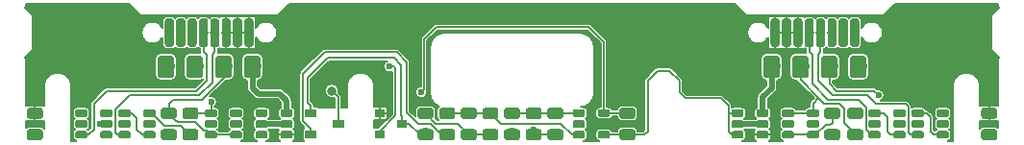
<source format=gbr>
G04 #@! TF.GenerationSoftware,KiCad,Pcbnew,(5.1.2)-2*
G04 #@! TF.CreationDate,2019-11-13T18:46:13+01:00*
G04 #@! TF.ProjectId,INTERFACE,494e5445-5246-4414-9345-2e6b69636164,rev?*
G04 #@! TF.SameCoordinates,Original*
G04 #@! TF.FileFunction,Copper,L1,Top*
G04 #@! TF.FilePolarity,Positive*
%FSLAX46Y46*%
G04 Gerber Fmt 4.6, Leading zero omitted, Abs format (unit mm)*
G04 Created by KiCad (PCBNEW (5.1.2)-2) date 2019-11-13 18:46:13*
%MOMM*%
%LPD*%
G04 APERTURE LIST*
%ADD10C,0.100000*%
%ADD11C,1.500000*%
%ADD12C,0.650000*%
%ADD13C,0.975000*%
%ADD14R,1.000000X0.700000*%
%ADD15C,0.800000*%
%ADD16R,0.900000X0.800000*%
%ADD17C,0.600000*%
%ADD18C,0.152400*%
%ADD19C,0.508000*%
%ADD20C,0.127000*%
G04 APERTURE END LIST*
D10*
G36*
X130891756Y-105251806D02*
G01*
X130928159Y-105257206D01*
X130963857Y-105266147D01*
X130998506Y-105278545D01*
X131031774Y-105294280D01*
X131063339Y-105313199D01*
X131092897Y-105335121D01*
X131120165Y-105359835D01*
X131144879Y-105387103D01*
X131166801Y-105416661D01*
X131185720Y-105448226D01*
X131201455Y-105481494D01*
X131213853Y-105516143D01*
X131222794Y-105551841D01*
X131228194Y-105588244D01*
X131230000Y-105625000D01*
X131230000Y-106875000D01*
X131228194Y-106911756D01*
X131222794Y-106948159D01*
X131213853Y-106983857D01*
X131201455Y-107018506D01*
X131185720Y-107051774D01*
X131166801Y-107083339D01*
X131144879Y-107112897D01*
X131120165Y-107140165D01*
X131092897Y-107164879D01*
X131063339Y-107186801D01*
X131031774Y-107205720D01*
X130998506Y-107221455D01*
X130963857Y-107233853D01*
X130928159Y-107242794D01*
X130891756Y-107248194D01*
X130855000Y-107250000D01*
X130105000Y-107250000D01*
X130068244Y-107248194D01*
X130031841Y-107242794D01*
X129996143Y-107233853D01*
X129961494Y-107221455D01*
X129928226Y-107205720D01*
X129896661Y-107186801D01*
X129867103Y-107164879D01*
X129839835Y-107140165D01*
X129815121Y-107112897D01*
X129793199Y-107083339D01*
X129774280Y-107051774D01*
X129758545Y-107018506D01*
X129746147Y-106983857D01*
X129737206Y-106948159D01*
X129731806Y-106911756D01*
X129730000Y-106875000D01*
X129730000Y-105625000D01*
X129731806Y-105588244D01*
X129737206Y-105551841D01*
X129746147Y-105516143D01*
X129758545Y-105481494D01*
X129774280Y-105448226D01*
X129793199Y-105416661D01*
X129815121Y-105387103D01*
X129839835Y-105359835D01*
X129867103Y-105335121D01*
X129896661Y-105313199D01*
X129928226Y-105294280D01*
X129961494Y-105278545D01*
X129996143Y-105266147D01*
X130031841Y-105257206D01*
X130068244Y-105251806D01*
X130105000Y-105250000D01*
X130855000Y-105250000D01*
X130891756Y-105251806D01*
X130891756Y-105251806D01*
G37*
D11*
X130480000Y-106250000D03*
D10*
G36*
X128351756Y-105251806D02*
G01*
X128388159Y-105257206D01*
X128423857Y-105266147D01*
X128458506Y-105278545D01*
X128491774Y-105294280D01*
X128523339Y-105313199D01*
X128552897Y-105335121D01*
X128580165Y-105359835D01*
X128604879Y-105387103D01*
X128626801Y-105416661D01*
X128645720Y-105448226D01*
X128661455Y-105481494D01*
X128673853Y-105516143D01*
X128682794Y-105551841D01*
X128688194Y-105588244D01*
X128690000Y-105625000D01*
X128690000Y-106875000D01*
X128688194Y-106911756D01*
X128682794Y-106948159D01*
X128673853Y-106983857D01*
X128661455Y-107018506D01*
X128645720Y-107051774D01*
X128626801Y-107083339D01*
X128604879Y-107112897D01*
X128580165Y-107140165D01*
X128552897Y-107164879D01*
X128523339Y-107186801D01*
X128491774Y-107205720D01*
X128458506Y-107221455D01*
X128423857Y-107233853D01*
X128388159Y-107242794D01*
X128351756Y-107248194D01*
X128315000Y-107250000D01*
X127565000Y-107250000D01*
X127528244Y-107248194D01*
X127491841Y-107242794D01*
X127456143Y-107233853D01*
X127421494Y-107221455D01*
X127388226Y-107205720D01*
X127356661Y-107186801D01*
X127327103Y-107164879D01*
X127299835Y-107140165D01*
X127275121Y-107112897D01*
X127253199Y-107083339D01*
X127234280Y-107051774D01*
X127218545Y-107018506D01*
X127206147Y-106983857D01*
X127197206Y-106948159D01*
X127191806Y-106911756D01*
X127190000Y-106875000D01*
X127190000Y-105625000D01*
X127191806Y-105588244D01*
X127197206Y-105551841D01*
X127206147Y-105516143D01*
X127218545Y-105481494D01*
X127234280Y-105448226D01*
X127253199Y-105416661D01*
X127275121Y-105387103D01*
X127299835Y-105359835D01*
X127327103Y-105335121D01*
X127356661Y-105313199D01*
X127388226Y-105294280D01*
X127421494Y-105278545D01*
X127456143Y-105266147D01*
X127491841Y-105257206D01*
X127528244Y-105251806D01*
X127565000Y-105250000D01*
X128315000Y-105250000D01*
X128351756Y-105251806D01*
X128351756Y-105251806D01*
G37*
D11*
X127940000Y-106250000D03*
D10*
G36*
X125811756Y-105251806D02*
G01*
X125848159Y-105257206D01*
X125883857Y-105266147D01*
X125918506Y-105278545D01*
X125951774Y-105294280D01*
X125983339Y-105313199D01*
X126012897Y-105335121D01*
X126040165Y-105359835D01*
X126064879Y-105387103D01*
X126086801Y-105416661D01*
X126105720Y-105448226D01*
X126121455Y-105481494D01*
X126133853Y-105516143D01*
X126142794Y-105551841D01*
X126148194Y-105588244D01*
X126150000Y-105625000D01*
X126150000Y-106875000D01*
X126148194Y-106911756D01*
X126142794Y-106948159D01*
X126133853Y-106983857D01*
X126121455Y-107018506D01*
X126105720Y-107051774D01*
X126086801Y-107083339D01*
X126064879Y-107112897D01*
X126040165Y-107140165D01*
X126012897Y-107164879D01*
X125983339Y-107186801D01*
X125951774Y-107205720D01*
X125918506Y-107221455D01*
X125883857Y-107233853D01*
X125848159Y-107242794D01*
X125811756Y-107248194D01*
X125775000Y-107250000D01*
X125025000Y-107250000D01*
X124988244Y-107248194D01*
X124951841Y-107242794D01*
X124916143Y-107233853D01*
X124881494Y-107221455D01*
X124848226Y-107205720D01*
X124816661Y-107186801D01*
X124787103Y-107164879D01*
X124759835Y-107140165D01*
X124735121Y-107112897D01*
X124713199Y-107083339D01*
X124694280Y-107051774D01*
X124678545Y-107018506D01*
X124666147Y-106983857D01*
X124657206Y-106948159D01*
X124651806Y-106911756D01*
X124650000Y-106875000D01*
X124650000Y-105625000D01*
X124651806Y-105588244D01*
X124657206Y-105551841D01*
X124666147Y-105516143D01*
X124678545Y-105481494D01*
X124694280Y-105448226D01*
X124713199Y-105416661D01*
X124735121Y-105387103D01*
X124759835Y-105359835D01*
X124787103Y-105335121D01*
X124816661Y-105313199D01*
X124848226Y-105294280D01*
X124881494Y-105278545D01*
X124916143Y-105266147D01*
X124951841Y-105257206D01*
X124988244Y-105251806D01*
X125025000Y-105250000D01*
X125775000Y-105250000D01*
X125811756Y-105251806D01*
X125811756Y-105251806D01*
G37*
D11*
X125400000Y-106250000D03*
D10*
G36*
X123271756Y-105251806D02*
G01*
X123308159Y-105257206D01*
X123343857Y-105266147D01*
X123378506Y-105278545D01*
X123411774Y-105294280D01*
X123443339Y-105313199D01*
X123472897Y-105335121D01*
X123500165Y-105359835D01*
X123524879Y-105387103D01*
X123546801Y-105416661D01*
X123565720Y-105448226D01*
X123581455Y-105481494D01*
X123593853Y-105516143D01*
X123602794Y-105551841D01*
X123608194Y-105588244D01*
X123610000Y-105625000D01*
X123610000Y-106875000D01*
X123608194Y-106911756D01*
X123602794Y-106948159D01*
X123593853Y-106983857D01*
X123581455Y-107018506D01*
X123565720Y-107051774D01*
X123546801Y-107083339D01*
X123524879Y-107112897D01*
X123500165Y-107140165D01*
X123472897Y-107164879D01*
X123443339Y-107186801D01*
X123411774Y-107205720D01*
X123378506Y-107221455D01*
X123343857Y-107233853D01*
X123308159Y-107242794D01*
X123271756Y-107248194D01*
X123235000Y-107250000D01*
X122485000Y-107250000D01*
X122448244Y-107248194D01*
X122411841Y-107242794D01*
X122376143Y-107233853D01*
X122341494Y-107221455D01*
X122308226Y-107205720D01*
X122276661Y-107186801D01*
X122247103Y-107164879D01*
X122219835Y-107140165D01*
X122195121Y-107112897D01*
X122173199Y-107083339D01*
X122154280Y-107051774D01*
X122138545Y-107018506D01*
X122126147Y-106983857D01*
X122117206Y-106948159D01*
X122111806Y-106911756D01*
X122110000Y-106875000D01*
X122110000Y-105625000D01*
X122111806Y-105588244D01*
X122117206Y-105551841D01*
X122126147Y-105516143D01*
X122138545Y-105481494D01*
X122154280Y-105448226D01*
X122173199Y-105416661D01*
X122195121Y-105387103D01*
X122219835Y-105359835D01*
X122247103Y-105335121D01*
X122276661Y-105313199D01*
X122308226Y-105294280D01*
X122341494Y-105278545D01*
X122376143Y-105266147D01*
X122411841Y-105257206D01*
X122448244Y-105251806D01*
X122485000Y-105250000D01*
X123235000Y-105250000D01*
X123271756Y-105251806D01*
X123271756Y-105251806D01*
G37*
D11*
X122860000Y-106250000D03*
D10*
G36*
X122438428Y-110975782D02*
G01*
X122454202Y-110978122D01*
X122469671Y-110981997D01*
X122484686Y-110987370D01*
X122499102Y-110994188D01*
X122512780Y-111002386D01*
X122525589Y-111011886D01*
X122537405Y-111022595D01*
X122548114Y-111034411D01*
X122557614Y-111047220D01*
X122565812Y-111060898D01*
X122572630Y-111075314D01*
X122578003Y-111090329D01*
X122581878Y-111105798D01*
X122584218Y-111121572D01*
X122585000Y-111137500D01*
X122585000Y-111462500D01*
X122584218Y-111478428D01*
X122581878Y-111494202D01*
X122578003Y-111509671D01*
X122572630Y-111524686D01*
X122565812Y-111539102D01*
X122557614Y-111552780D01*
X122548114Y-111565589D01*
X122537405Y-111577405D01*
X122525589Y-111588114D01*
X122512780Y-111597614D01*
X122499102Y-111605812D01*
X122484686Y-111612630D01*
X122469671Y-111618003D01*
X122454202Y-111621878D01*
X122438428Y-111624218D01*
X122422500Y-111625000D01*
X121687500Y-111625000D01*
X121671572Y-111624218D01*
X121655798Y-111621878D01*
X121640329Y-111618003D01*
X121625314Y-111612630D01*
X121610898Y-111605812D01*
X121597220Y-111597614D01*
X121584411Y-111588114D01*
X121572595Y-111577405D01*
X121561886Y-111565589D01*
X121552386Y-111552780D01*
X121544188Y-111539102D01*
X121537370Y-111524686D01*
X121531997Y-111509671D01*
X121528122Y-111494202D01*
X121525782Y-111478428D01*
X121525000Y-111462500D01*
X121525000Y-111137500D01*
X121525782Y-111121572D01*
X121528122Y-111105798D01*
X121531997Y-111090329D01*
X121537370Y-111075314D01*
X121544188Y-111060898D01*
X121552386Y-111047220D01*
X121561886Y-111034411D01*
X121572595Y-111022595D01*
X121584411Y-111011886D01*
X121597220Y-111002386D01*
X121610898Y-110994188D01*
X121625314Y-110987370D01*
X121640329Y-110981997D01*
X121655798Y-110978122D01*
X121671572Y-110975782D01*
X121687500Y-110975000D01*
X122422500Y-110975000D01*
X122438428Y-110975782D01*
X122438428Y-110975782D01*
G37*
D12*
X122055000Y-111300000D03*
D10*
G36*
X122438428Y-110025782D02*
G01*
X122454202Y-110028122D01*
X122469671Y-110031997D01*
X122484686Y-110037370D01*
X122499102Y-110044188D01*
X122512780Y-110052386D01*
X122525589Y-110061886D01*
X122537405Y-110072595D01*
X122548114Y-110084411D01*
X122557614Y-110097220D01*
X122565812Y-110110898D01*
X122572630Y-110125314D01*
X122578003Y-110140329D01*
X122581878Y-110155798D01*
X122584218Y-110171572D01*
X122585000Y-110187500D01*
X122585000Y-110512500D01*
X122584218Y-110528428D01*
X122581878Y-110544202D01*
X122578003Y-110559671D01*
X122572630Y-110574686D01*
X122565812Y-110589102D01*
X122557614Y-110602780D01*
X122548114Y-110615589D01*
X122537405Y-110627405D01*
X122525589Y-110638114D01*
X122512780Y-110647614D01*
X122499102Y-110655812D01*
X122484686Y-110662630D01*
X122469671Y-110668003D01*
X122454202Y-110671878D01*
X122438428Y-110674218D01*
X122422500Y-110675000D01*
X121687500Y-110675000D01*
X121671572Y-110674218D01*
X121655798Y-110671878D01*
X121640329Y-110668003D01*
X121625314Y-110662630D01*
X121610898Y-110655812D01*
X121597220Y-110647614D01*
X121584411Y-110638114D01*
X121572595Y-110627405D01*
X121561886Y-110615589D01*
X121552386Y-110602780D01*
X121544188Y-110589102D01*
X121537370Y-110574686D01*
X121531997Y-110559671D01*
X121528122Y-110544202D01*
X121525782Y-110528428D01*
X121525000Y-110512500D01*
X121525000Y-110187500D01*
X121525782Y-110171572D01*
X121528122Y-110155798D01*
X121531997Y-110140329D01*
X121537370Y-110125314D01*
X121544188Y-110110898D01*
X121552386Y-110097220D01*
X121561886Y-110084411D01*
X121572595Y-110072595D01*
X121584411Y-110061886D01*
X121597220Y-110052386D01*
X121610898Y-110044188D01*
X121625314Y-110037370D01*
X121640329Y-110031997D01*
X121655798Y-110028122D01*
X121671572Y-110025782D01*
X121687500Y-110025000D01*
X122422500Y-110025000D01*
X122438428Y-110025782D01*
X122438428Y-110025782D01*
G37*
D12*
X122055000Y-110350000D03*
D10*
G36*
X122438428Y-111925782D02*
G01*
X122454202Y-111928122D01*
X122469671Y-111931997D01*
X122484686Y-111937370D01*
X122499102Y-111944188D01*
X122512780Y-111952386D01*
X122525589Y-111961886D01*
X122537405Y-111972595D01*
X122548114Y-111984411D01*
X122557614Y-111997220D01*
X122565812Y-112010898D01*
X122572630Y-112025314D01*
X122578003Y-112040329D01*
X122581878Y-112055798D01*
X122584218Y-112071572D01*
X122585000Y-112087500D01*
X122585000Y-112412500D01*
X122584218Y-112428428D01*
X122581878Y-112444202D01*
X122578003Y-112459671D01*
X122572630Y-112474686D01*
X122565812Y-112489102D01*
X122557614Y-112502780D01*
X122548114Y-112515589D01*
X122537405Y-112527405D01*
X122525589Y-112538114D01*
X122512780Y-112547614D01*
X122499102Y-112555812D01*
X122484686Y-112562630D01*
X122469671Y-112568003D01*
X122454202Y-112571878D01*
X122438428Y-112574218D01*
X122422500Y-112575000D01*
X121687500Y-112575000D01*
X121671572Y-112574218D01*
X121655798Y-112571878D01*
X121640329Y-112568003D01*
X121625314Y-112562630D01*
X121610898Y-112555812D01*
X121597220Y-112547614D01*
X121584411Y-112538114D01*
X121572595Y-112527405D01*
X121561886Y-112515589D01*
X121552386Y-112502780D01*
X121544188Y-112489102D01*
X121537370Y-112474686D01*
X121531997Y-112459671D01*
X121528122Y-112444202D01*
X121525782Y-112428428D01*
X121525000Y-112412500D01*
X121525000Y-112087500D01*
X121525782Y-112071572D01*
X121528122Y-112055798D01*
X121531997Y-112040329D01*
X121537370Y-112025314D01*
X121544188Y-112010898D01*
X121552386Y-111997220D01*
X121561886Y-111984411D01*
X121572595Y-111972595D01*
X121584411Y-111961886D01*
X121597220Y-111952386D01*
X121610898Y-111944188D01*
X121625314Y-111937370D01*
X121640329Y-111931997D01*
X121655798Y-111928122D01*
X121671572Y-111925782D01*
X121687500Y-111925000D01*
X122422500Y-111925000D01*
X122438428Y-111925782D01*
X122438428Y-111925782D01*
G37*
D12*
X122055000Y-112250000D03*
D10*
G36*
X120238428Y-111925782D02*
G01*
X120254202Y-111928122D01*
X120269671Y-111931997D01*
X120284686Y-111937370D01*
X120299102Y-111944188D01*
X120312780Y-111952386D01*
X120325589Y-111961886D01*
X120337405Y-111972595D01*
X120348114Y-111984411D01*
X120357614Y-111997220D01*
X120365812Y-112010898D01*
X120372630Y-112025314D01*
X120378003Y-112040329D01*
X120381878Y-112055798D01*
X120384218Y-112071572D01*
X120385000Y-112087500D01*
X120385000Y-112412500D01*
X120384218Y-112428428D01*
X120381878Y-112444202D01*
X120378003Y-112459671D01*
X120372630Y-112474686D01*
X120365812Y-112489102D01*
X120357614Y-112502780D01*
X120348114Y-112515589D01*
X120337405Y-112527405D01*
X120325589Y-112538114D01*
X120312780Y-112547614D01*
X120299102Y-112555812D01*
X120284686Y-112562630D01*
X120269671Y-112568003D01*
X120254202Y-112571878D01*
X120238428Y-112574218D01*
X120222500Y-112575000D01*
X119487500Y-112575000D01*
X119471572Y-112574218D01*
X119455798Y-112571878D01*
X119440329Y-112568003D01*
X119425314Y-112562630D01*
X119410898Y-112555812D01*
X119397220Y-112547614D01*
X119384411Y-112538114D01*
X119372595Y-112527405D01*
X119361886Y-112515589D01*
X119352386Y-112502780D01*
X119344188Y-112489102D01*
X119337370Y-112474686D01*
X119331997Y-112459671D01*
X119328122Y-112444202D01*
X119325782Y-112428428D01*
X119325000Y-112412500D01*
X119325000Y-112087500D01*
X119325782Y-112071572D01*
X119328122Y-112055798D01*
X119331997Y-112040329D01*
X119337370Y-112025314D01*
X119344188Y-112010898D01*
X119352386Y-111997220D01*
X119361886Y-111984411D01*
X119372595Y-111972595D01*
X119384411Y-111961886D01*
X119397220Y-111952386D01*
X119410898Y-111944188D01*
X119425314Y-111937370D01*
X119440329Y-111931997D01*
X119455798Y-111928122D01*
X119471572Y-111925782D01*
X119487500Y-111925000D01*
X120222500Y-111925000D01*
X120238428Y-111925782D01*
X120238428Y-111925782D01*
G37*
D12*
X119855000Y-112250000D03*
D10*
G36*
X120238428Y-110975782D02*
G01*
X120254202Y-110978122D01*
X120269671Y-110981997D01*
X120284686Y-110987370D01*
X120299102Y-110994188D01*
X120312780Y-111002386D01*
X120325589Y-111011886D01*
X120337405Y-111022595D01*
X120348114Y-111034411D01*
X120357614Y-111047220D01*
X120365812Y-111060898D01*
X120372630Y-111075314D01*
X120378003Y-111090329D01*
X120381878Y-111105798D01*
X120384218Y-111121572D01*
X120385000Y-111137500D01*
X120385000Y-111462500D01*
X120384218Y-111478428D01*
X120381878Y-111494202D01*
X120378003Y-111509671D01*
X120372630Y-111524686D01*
X120365812Y-111539102D01*
X120357614Y-111552780D01*
X120348114Y-111565589D01*
X120337405Y-111577405D01*
X120325589Y-111588114D01*
X120312780Y-111597614D01*
X120299102Y-111605812D01*
X120284686Y-111612630D01*
X120269671Y-111618003D01*
X120254202Y-111621878D01*
X120238428Y-111624218D01*
X120222500Y-111625000D01*
X119487500Y-111625000D01*
X119471572Y-111624218D01*
X119455798Y-111621878D01*
X119440329Y-111618003D01*
X119425314Y-111612630D01*
X119410898Y-111605812D01*
X119397220Y-111597614D01*
X119384411Y-111588114D01*
X119372595Y-111577405D01*
X119361886Y-111565589D01*
X119352386Y-111552780D01*
X119344188Y-111539102D01*
X119337370Y-111524686D01*
X119331997Y-111509671D01*
X119328122Y-111494202D01*
X119325782Y-111478428D01*
X119325000Y-111462500D01*
X119325000Y-111137500D01*
X119325782Y-111121572D01*
X119328122Y-111105798D01*
X119331997Y-111090329D01*
X119337370Y-111075314D01*
X119344188Y-111060898D01*
X119352386Y-111047220D01*
X119361886Y-111034411D01*
X119372595Y-111022595D01*
X119384411Y-111011886D01*
X119397220Y-111002386D01*
X119410898Y-110994188D01*
X119425314Y-110987370D01*
X119440329Y-110981997D01*
X119455798Y-110978122D01*
X119471572Y-110975782D01*
X119487500Y-110975000D01*
X120222500Y-110975000D01*
X120238428Y-110975782D01*
X120238428Y-110975782D01*
G37*
D12*
X119855000Y-111300000D03*
D10*
G36*
X120238428Y-110025782D02*
G01*
X120254202Y-110028122D01*
X120269671Y-110031997D01*
X120284686Y-110037370D01*
X120299102Y-110044188D01*
X120312780Y-110052386D01*
X120325589Y-110061886D01*
X120337405Y-110072595D01*
X120348114Y-110084411D01*
X120357614Y-110097220D01*
X120365812Y-110110898D01*
X120372630Y-110125314D01*
X120378003Y-110140329D01*
X120381878Y-110155798D01*
X120384218Y-110171572D01*
X120385000Y-110187500D01*
X120385000Y-110512500D01*
X120384218Y-110528428D01*
X120381878Y-110544202D01*
X120378003Y-110559671D01*
X120372630Y-110574686D01*
X120365812Y-110589102D01*
X120357614Y-110602780D01*
X120348114Y-110615589D01*
X120337405Y-110627405D01*
X120325589Y-110638114D01*
X120312780Y-110647614D01*
X120299102Y-110655812D01*
X120284686Y-110662630D01*
X120269671Y-110668003D01*
X120254202Y-110671878D01*
X120238428Y-110674218D01*
X120222500Y-110675000D01*
X119487500Y-110675000D01*
X119471572Y-110674218D01*
X119455798Y-110671878D01*
X119440329Y-110668003D01*
X119425314Y-110662630D01*
X119410898Y-110655812D01*
X119397220Y-110647614D01*
X119384411Y-110638114D01*
X119372595Y-110627405D01*
X119361886Y-110615589D01*
X119352386Y-110602780D01*
X119344188Y-110589102D01*
X119337370Y-110574686D01*
X119331997Y-110559671D01*
X119328122Y-110544202D01*
X119325782Y-110528428D01*
X119325000Y-110512500D01*
X119325000Y-110187500D01*
X119325782Y-110171572D01*
X119328122Y-110155798D01*
X119331997Y-110140329D01*
X119337370Y-110125314D01*
X119344188Y-110110898D01*
X119352386Y-110097220D01*
X119361886Y-110084411D01*
X119372595Y-110072595D01*
X119384411Y-110061886D01*
X119397220Y-110052386D01*
X119410898Y-110044188D01*
X119425314Y-110037370D01*
X119440329Y-110031997D01*
X119455798Y-110028122D01*
X119471572Y-110025782D01*
X119487500Y-110025000D01*
X120222500Y-110025000D01*
X120238428Y-110025782D01*
X120238428Y-110025782D01*
G37*
D12*
X119855000Y-110350000D03*
D10*
G36*
X72159142Y-111751174D02*
G01*
X72182803Y-111754684D01*
X72206007Y-111760496D01*
X72228529Y-111768554D01*
X72250153Y-111778782D01*
X72270670Y-111791079D01*
X72289883Y-111805329D01*
X72307607Y-111821393D01*
X72323671Y-111839117D01*
X72337921Y-111858330D01*
X72350218Y-111878847D01*
X72360446Y-111900471D01*
X72368504Y-111922993D01*
X72374316Y-111946197D01*
X72377826Y-111969858D01*
X72379000Y-111993750D01*
X72379000Y-112481250D01*
X72377826Y-112505142D01*
X72374316Y-112528803D01*
X72368504Y-112552007D01*
X72360446Y-112574529D01*
X72350218Y-112596153D01*
X72337921Y-112616670D01*
X72323671Y-112635883D01*
X72307607Y-112653607D01*
X72289883Y-112669671D01*
X72270670Y-112683921D01*
X72250153Y-112696218D01*
X72228529Y-112706446D01*
X72206007Y-112714504D01*
X72182803Y-112720316D01*
X72159142Y-112723826D01*
X72135250Y-112725000D01*
X71222750Y-112725000D01*
X71198858Y-112723826D01*
X71175197Y-112720316D01*
X71151993Y-112714504D01*
X71129471Y-112706446D01*
X71107847Y-112696218D01*
X71087330Y-112683921D01*
X71068117Y-112669671D01*
X71050393Y-112653607D01*
X71034329Y-112635883D01*
X71020079Y-112616670D01*
X71007782Y-112596153D01*
X70997554Y-112574529D01*
X70989496Y-112552007D01*
X70983684Y-112528803D01*
X70980174Y-112505142D01*
X70979000Y-112481250D01*
X70979000Y-111993750D01*
X70980174Y-111969858D01*
X70983684Y-111946197D01*
X70989496Y-111922993D01*
X70997554Y-111900471D01*
X71007782Y-111878847D01*
X71020079Y-111858330D01*
X71034329Y-111839117D01*
X71050393Y-111821393D01*
X71068117Y-111805329D01*
X71087330Y-111791079D01*
X71107847Y-111778782D01*
X71129471Y-111768554D01*
X71151993Y-111760496D01*
X71175197Y-111754684D01*
X71198858Y-111751174D01*
X71222750Y-111750000D01*
X72135250Y-111750000D01*
X72159142Y-111751174D01*
X72159142Y-111751174D01*
G37*
D13*
X71679000Y-112237500D03*
D10*
G36*
X72159142Y-109876174D02*
G01*
X72182803Y-109879684D01*
X72206007Y-109885496D01*
X72228529Y-109893554D01*
X72250153Y-109903782D01*
X72270670Y-109916079D01*
X72289883Y-109930329D01*
X72307607Y-109946393D01*
X72323671Y-109964117D01*
X72337921Y-109983330D01*
X72350218Y-110003847D01*
X72360446Y-110025471D01*
X72368504Y-110047993D01*
X72374316Y-110071197D01*
X72377826Y-110094858D01*
X72379000Y-110118750D01*
X72379000Y-110606250D01*
X72377826Y-110630142D01*
X72374316Y-110653803D01*
X72368504Y-110677007D01*
X72360446Y-110699529D01*
X72350218Y-110721153D01*
X72337921Y-110741670D01*
X72323671Y-110760883D01*
X72307607Y-110778607D01*
X72289883Y-110794671D01*
X72270670Y-110808921D01*
X72250153Y-110821218D01*
X72228529Y-110831446D01*
X72206007Y-110839504D01*
X72182803Y-110845316D01*
X72159142Y-110848826D01*
X72135250Y-110850000D01*
X71222750Y-110850000D01*
X71198858Y-110848826D01*
X71175197Y-110845316D01*
X71151993Y-110839504D01*
X71129471Y-110831446D01*
X71107847Y-110821218D01*
X71087330Y-110808921D01*
X71068117Y-110794671D01*
X71050393Y-110778607D01*
X71034329Y-110760883D01*
X71020079Y-110741670D01*
X71007782Y-110721153D01*
X70997554Y-110699529D01*
X70989496Y-110677007D01*
X70983684Y-110653803D01*
X70980174Y-110630142D01*
X70979000Y-110606250D01*
X70979000Y-110118750D01*
X70980174Y-110094858D01*
X70983684Y-110071197D01*
X70989496Y-110047993D01*
X70997554Y-110025471D01*
X71007782Y-110003847D01*
X71020079Y-109983330D01*
X71034329Y-109964117D01*
X71050393Y-109946393D01*
X71068117Y-109930329D01*
X71087330Y-109916079D01*
X71107847Y-109903782D01*
X71129471Y-109893554D01*
X71151993Y-109885496D01*
X71175197Y-109879684D01*
X71198858Y-109876174D01*
X71222750Y-109875000D01*
X72135250Y-109875000D01*
X72159142Y-109876174D01*
X72159142Y-109876174D01*
G37*
D13*
X71679000Y-110362500D03*
D10*
G36*
X80528428Y-110975782D02*
G01*
X80544202Y-110978122D01*
X80559671Y-110981997D01*
X80574686Y-110987370D01*
X80589102Y-110994188D01*
X80602780Y-111002386D01*
X80615589Y-111011886D01*
X80627405Y-111022595D01*
X80638114Y-111034411D01*
X80647614Y-111047220D01*
X80655812Y-111060898D01*
X80662630Y-111075314D01*
X80668003Y-111090329D01*
X80671878Y-111105798D01*
X80674218Y-111121572D01*
X80675000Y-111137500D01*
X80675000Y-111462500D01*
X80674218Y-111478428D01*
X80671878Y-111494202D01*
X80668003Y-111509671D01*
X80662630Y-111524686D01*
X80655812Y-111539102D01*
X80647614Y-111552780D01*
X80638114Y-111565589D01*
X80627405Y-111577405D01*
X80615589Y-111588114D01*
X80602780Y-111597614D01*
X80589102Y-111605812D01*
X80574686Y-111612630D01*
X80559671Y-111618003D01*
X80544202Y-111621878D01*
X80528428Y-111624218D01*
X80512500Y-111625000D01*
X79777500Y-111625000D01*
X79761572Y-111624218D01*
X79745798Y-111621878D01*
X79730329Y-111618003D01*
X79715314Y-111612630D01*
X79700898Y-111605812D01*
X79687220Y-111597614D01*
X79674411Y-111588114D01*
X79662595Y-111577405D01*
X79651886Y-111565589D01*
X79642386Y-111552780D01*
X79634188Y-111539102D01*
X79627370Y-111524686D01*
X79621997Y-111509671D01*
X79618122Y-111494202D01*
X79615782Y-111478428D01*
X79615000Y-111462500D01*
X79615000Y-111137500D01*
X79615782Y-111121572D01*
X79618122Y-111105798D01*
X79621997Y-111090329D01*
X79627370Y-111075314D01*
X79634188Y-111060898D01*
X79642386Y-111047220D01*
X79651886Y-111034411D01*
X79662595Y-111022595D01*
X79674411Y-111011886D01*
X79687220Y-111002386D01*
X79700898Y-110994188D01*
X79715314Y-110987370D01*
X79730329Y-110981997D01*
X79745798Y-110978122D01*
X79761572Y-110975782D01*
X79777500Y-110975000D01*
X80512500Y-110975000D01*
X80528428Y-110975782D01*
X80528428Y-110975782D01*
G37*
D12*
X80145000Y-111300000D03*
D10*
G36*
X80528428Y-110025782D02*
G01*
X80544202Y-110028122D01*
X80559671Y-110031997D01*
X80574686Y-110037370D01*
X80589102Y-110044188D01*
X80602780Y-110052386D01*
X80615589Y-110061886D01*
X80627405Y-110072595D01*
X80638114Y-110084411D01*
X80647614Y-110097220D01*
X80655812Y-110110898D01*
X80662630Y-110125314D01*
X80668003Y-110140329D01*
X80671878Y-110155798D01*
X80674218Y-110171572D01*
X80675000Y-110187500D01*
X80675000Y-110512500D01*
X80674218Y-110528428D01*
X80671878Y-110544202D01*
X80668003Y-110559671D01*
X80662630Y-110574686D01*
X80655812Y-110589102D01*
X80647614Y-110602780D01*
X80638114Y-110615589D01*
X80627405Y-110627405D01*
X80615589Y-110638114D01*
X80602780Y-110647614D01*
X80589102Y-110655812D01*
X80574686Y-110662630D01*
X80559671Y-110668003D01*
X80544202Y-110671878D01*
X80528428Y-110674218D01*
X80512500Y-110675000D01*
X79777500Y-110675000D01*
X79761572Y-110674218D01*
X79745798Y-110671878D01*
X79730329Y-110668003D01*
X79715314Y-110662630D01*
X79700898Y-110655812D01*
X79687220Y-110647614D01*
X79674411Y-110638114D01*
X79662595Y-110627405D01*
X79651886Y-110615589D01*
X79642386Y-110602780D01*
X79634188Y-110589102D01*
X79627370Y-110574686D01*
X79621997Y-110559671D01*
X79618122Y-110544202D01*
X79615782Y-110528428D01*
X79615000Y-110512500D01*
X79615000Y-110187500D01*
X79615782Y-110171572D01*
X79618122Y-110155798D01*
X79621997Y-110140329D01*
X79627370Y-110125314D01*
X79634188Y-110110898D01*
X79642386Y-110097220D01*
X79651886Y-110084411D01*
X79662595Y-110072595D01*
X79674411Y-110061886D01*
X79687220Y-110052386D01*
X79700898Y-110044188D01*
X79715314Y-110037370D01*
X79730329Y-110031997D01*
X79745798Y-110028122D01*
X79761572Y-110025782D01*
X79777500Y-110025000D01*
X80512500Y-110025000D01*
X80528428Y-110025782D01*
X80528428Y-110025782D01*
G37*
D12*
X80145000Y-110350000D03*
D10*
G36*
X80528428Y-111925782D02*
G01*
X80544202Y-111928122D01*
X80559671Y-111931997D01*
X80574686Y-111937370D01*
X80589102Y-111944188D01*
X80602780Y-111952386D01*
X80615589Y-111961886D01*
X80627405Y-111972595D01*
X80638114Y-111984411D01*
X80647614Y-111997220D01*
X80655812Y-112010898D01*
X80662630Y-112025314D01*
X80668003Y-112040329D01*
X80671878Y-112055798D01*
X80674218Y-112071572D01*
X80675000Y-112087500D01*
X80675000Y-112412500D01*
X80674218Y-112428428D01*
X80671878Y-112444202D01*
X80668003Y-112459671D01*
X80662630Y-112474686D01*
X80655812Y-112489102D01*
X80647614Y-112502780D01*
X80638114Y-112515589D01*
X80627405Y-112527405D01*
X80615589Y-112538114D01*
X80602780Y-112547614D01*
X80589102Y-112555812D01*
X80574686Y-112562630D01*
X80559671Y-112568003D01*
X80544202Y-112571878D01*
X80528428Y-112574218D01*
X80512500Y-112575000D01*
X79777500Y-112575000D01*
X79761572Y-112574218D01*
X79745798Y-112571878D01*
X79730329Y-112568003D01*
X79715314Y-112562630D01*
X79700898Y-112555812D01*
X79687220Y-112547614D01*
X79674411Y-112538114D01*
X79662595Y-112527405D01*
X79651886Y-112515589D01*
X79642386Y-112502780D01*
X79634188Y-112489102D01*
X79627370Y-112474686D01*
X79621997Y-112459671D01*
X79618122Y-112444202D01*
X79615782Y-112428428D01*
X79615000Y-112412500D01*
X79615000Y-112087500D01*
X79615782Y-112071572D01*
X79618122Y-112055798D01*
X79621997Y-112040329D01*
X79627370Y-112025314D01*
X79634188Y-112010898D01*
X79642386Y-111997220D01*
X79651886Y-111984411D01*
X79662595Y-111972595D01*
X79674411Y-111961886D01*
X79687220Y-111952386D01*
X79700898Y-111944188D01*
X79715314Y-111937370D01*
X79730329Y-111931997D01*
X79745798Y-111928122D01*
X79761572Y-111925782D01*
X79777500Y-111925000D01*
X80512500Y-111925000D01*
X80528428Y-111925782D01*
X80528428Y-111925782D01*
G37*
D12*
X80145000Y-112250000D03*
D10*
G36*
X78328428Y-111925782D02*
G01*
X78344202Y-111928122D01*
X78359671Y-111931997D01*
X78374686Y-111937370D01*
X78389102Y-111944188D01*
X78402780Y-111952386D01*
X78415589Y-111961886D01*
X78427405Y-111972595D01*
X78438114Y-111984411D01*
X78447614Y-111997220D01*
X78455812Y-112010898D01*
X78462630Y-112025314D01*
X78468003Y-112040329D01*
X78471878Y-112055798D01*
X78474218Y-112071572D01*
X78475000Y-112087500D01*
X78475000Y-112412500D01*
X78474218Y-112428428D01*
X78471878Y-112444202D01*
X78468003Y-112459671D01*
X78462630Y-112474686D01*
X78455812Y-112489102D01*
X78447614Y-112502780D01*
X78438114Y-112515589D01*
X78427405Y-112527405D01*
X78415589Y-112538114D01*
X78402780Y-112547614D01*
X78389102Y-112555812D01*
X78374686Y-112562630D01*
X78359671Y-112568003D01*
X78344202Y-112571878D01*
X78328428Y-112574218D01*
X78312500Y-112575000D01*
X77577500Y-112575000D01*
X77561572Y-112574218D01*
X77545798Y-112571878D01*
X77530329Y-112568003D01*
X77515314Y-112562630D01*
X77500898Y-112555812D01*
X77487220Y-112547614D01*
X77474411Y-112538114D01*
X77462595Y-112527405D01*
X77451886Y-112515589D01*
X77442386Y-112502780D01*
X77434188Y-112489102D01*
X77427370Y-112474686D01*
X77421997Y-112459671D01*
X77418122Y-112444202D01*
X77415782Y-112428428D01*
X77415000Y-112412500D01*
X77415000Y-112087500D01*
X77415782Y-112071572D01*
X77418122Y-112055798D01*
X77421997Y-112040329D01*
X77427370Y-112025314D01*
X77434188Y-112010898D01*
X77442386Y-111997220D01*
X77451886Y-111984411D01*
X77462595Y-111972595D01*
X77474411Y-111961886D01*
X77487220Y-111952386D01*
X77500898Y-111944188D01*
X77515314Y-111937370D01*
X77530329Y-111931997D01*
X77545798Y-111928122D01*
X77561572Y-111925782D01*
X77577500Y-111925000D01*
X78312500Y-111925000D01*
X78328428Y-111925782D01*
X78328428Y-111925782D01*
G37*
D12*
X77945000Y-112250000D03*
D10*
G36*
X78328428Y-110975782D02*
G01*
X78344202Y-110978122D01*
X78359671Y-110981997D01*
X78374686Y-110987370D01*
X78389102Y-110994188D01*
X78402780Y-111002386D01*
X78415589Y-111011886D01*
X78427405Y-111022595D01*
X78438114Y-111034411D01*
X78447614Y-111047220D01*
X78455812Y-111060898D01*
X78462630Y-111075314D01*
X78468003Y-111090329D01*
X78471878Y-111105798D01*
X78474218Y-111121572D01*
X78475000Y-111137500D01*
X78475000Y-111462500D01*
X78474218Y-111478428D01*
X78471878Y-111494202D01*
X78468003Y-111509671D01*
X78462630Y-111524686D01*
X78455812Y-111539102D01*
X78447614Y-111552780D01*
X78438114Y-111565589D01*
X78427405Y-111577405D01*
X78415589Y-111588114D01*
X78402780Y-111597614D01*
X78389102Y-111605812D01*
X78374686Y-111612630D01*
X78359671Y-111618003D01*
X78344202Y-111621878D01*
X78328428Y-111624218D01*
X78312500Y-111625000D01*
X77577500Y-111625000D01*
X77561572Y-111624218D01*
X77545798Y-111621878D01*
X77530329Y-111618003D01*
X77515314Y-111612630D01*
X77500898Y-111605812D01*
X77487220Y-111597614D01*
X77474411Y-111588114D01*
X77462595Y-111577405D01*
X77451886Y-111565589D01*
X77442386Y-111552780D01*
X77434188Y-111539102D01*
X77427370Y-111524686D01*
X77421997Y-111509671D01*
X77418122Y-111494202D01*
X77415782Y-111478428D01*
X77415000Y-111462500D01*
X77415000Y-111137500D01*
X77415782Y-111121572D01*
X77418122Y-111105798D01*
X77421997Y-111090329D01*
X77427370Y-111075314D01*
X77434188Y-111060898D01*
X77442386Y-111047220D01*
X77451886Y-111034411D01*
X77462595Y-111022595D01*
X77474411Y-111011886D01*
X77487220Y-111002386D01*
X77500898Y-110994188D01*
X77515314Y-110987370D01*
X77530329Y-110981997D01*
X77545798Y-110978122D01*
X77561572Y-110975782D01*
X77577500Y-110975000D01*
X78312500Y-110975000D01*
X78328428Y-110975782D01*
X78328428Y-110975782D01*
G37*
D12*
X77945000Y-111300000D03*
D10*
G36*
X78328428Y-110025782D02*
G01*
X78344202Y-110028122D01*
X78359671Y-110031997D01*
X78374686Y-110037370D01*
X78389102Y-110044188D01*
X78402780Y-110052386D01*
X78415589Y-110061886D01*
X78427405Y-110072595D01*
X78438114Y-110084411D01*
X78447614Y-110097220D01*
X78455812Y-110110898D01*
X78462630Y-110125314D01*
X78468003Y-110140329D01*
X78471878Y-110155798D01*
X78474218Y-110171572D01*
X78475000Y-110187500D01*
X78475000Y-110512500D01*
X78474218Y-110528428D01*
X78471878Y-110544202D01*
X78468003Y-110559671D01*
X78462630Y-110574686D01*
X78455812Y-110589102D01*
X78447614Y-110602780D01*
X78438114Y-110615589D01*
X78427405Y-110627405D01*
X78415589Y-110638114D01*
X78402780Y-110647614D01*
X78389102Y-110655812D01*
X78374686Y-110662630D01*
X78359671Y-110668003D01*
X78344202Y-110671878D01*
X78328428Y-110674218D01*
X78312500Y-110675000D01*
X77577500Y-110675000D01*
X77561572Y-110674218D01*
X77545798Y-110671878D01*
X77530329Y-110668003D01*
X77515314Y-110662630D01*
X77500898Y-110655812D01*
X77487220Y-110647614D01*
X77474411Y-110638114D01*
X77462595Y-110627405D01*
X77451886Y-110615589D01*
X77442386Y-110602780D01*
X77434188Y-110589102D01*
X77427370Y-110574686D01*
X77421997Y-110559671D01*
X77418122Y-110544202D01*
X77415782Y-110528428D01*
X77415000Y-110512500D01*
X77415000Y-110187500D01*
X77415782Y-110171572D01*
X77418122Y-110155798D01*
X77421997Y-110140329D01*
X77427370Y-110125314D01*
X77434188Y-110110898D01*
X77442386Y-110097220D01*
X77451886Y-110084411D01*
X77462595Y-110072595D01*
X77474411Y-110061886D01*
X77487220Y-110052386D01*
X77500898Y-110044188D01*
X77515314Y-110037370D01*
X77530329Y-110031997D01*
X77545798Y-110028122D01*
X77561572Y-110025782D01*
X77577500Y-110025000D01*
X78312500Y-110025000D01*
X78328428Y-110025782D01*
X78328428Y-110025782D01*
G37*
D12*
X77945000Y-110350000D03*
D10*
G36*
X64653428Y-110975782D02*
G01*
X64669202Y-110978122D01*
X64684671Y-110981997D01*
X64699686Y-110987370D01*
X64714102Y-110994188D01*
X64727780Y-111002386D01*
X64740589Y-111011886D01*
X64752405Y-111022595D01*
X64763114Y-111034411D01*
X64772614Y-111047220D01*
X64780812Y-111060898D01*
X64787630Y-111075314D01*
X64793003Y-111090329D01*
X64796878Y-111105798D01*
X64799218Y-111121572D01*
X64800000Y-111137500D01*
X64800000Y-111462500D01*
X64799218Y-111478428D01*
X64796878Y-111494202D01*
X64793003Y-111509671D01*
X64787630Y-111524686D01*
X64780812Y-111539102D01*
X64772614Y-111552780D01*
X64763114Y-111565589D01*
X64752405Y-111577405D01*
X64740589Y-111588114D01*
X64727780Y-111597614D01*
X64714102Y-111605812D01*
X64699686Y-111612630D01*
X64684671Y-111618003D01*
X64669202Y-111621878D01*
X64653428Y-111624218D01*
X64637500Y-111625000D01*
X63902500Y-111625000D01*
X63886572Y-111624218D01*
X63870798Y-111621878D01*
X63855329Y-111618003D01*
X63840314Y-111612630D01*
X63825898Y-111605812D01*
X63812220Y-111597614D01*
X63799411Y-111588114D01*
X63787595Y-111577405D01*
X63776886Y-111565589D01*
X63767386Y-111552780D01*
X63759188Y-111539102D01*
X63752370Y-111524686D01*
X63746997Y-111509671D01*
X63743122Y-111494202D01*
X63740782Y-111478428D01*
X63740000Y-111462500D01*
X63740000Y-111137500D01*
X63740782Y-111121572D01*
X63743122Y-111105798D01*
X63746997Y-111090329D01*
X63752370Y-111075314D01*
X63759188Y-111060898D01*
X63767386Y-111047220D01*
X63776886Y-111034411D01*
X63787595Y-111022595D01*
X63799411Y-111011886D01*
X63812220Y-111002386D01*
X63825898Y-110994188D01*
X63840314Y-110987370D01*
X63855329Y-110981997D01*
X63870798Y-110978122D01*
X63886572Y-110975782D01*
X63902500Y-110975000D01*
X64637500Y-110975000D01*
X64653428Y-110975782D01*
X64653428Y-110975782D01*
G37*
D12*
X64270000Y-111300000D03*
D10*
G36*
X64653428Y-110025782D02*
G01*
X64669202Y-110028122D01*
X64684671Y-110031997D01*
X64699686Y-110037370D01*
X64714102Y-110044188D01*
X64727780Y-110052386D01*
X64740589Y-110061886D01*
X64752405Y-110072595D01*
X64763114Y-110084411D01*
X64772614Y-110097220D01*
X64780812Y-110110898D01*
X64787630Y-110125314D01*
X64793003Y-110140329D01*
X64796878Y-110155798D01*
X64799218Y-110171572D01*
X64800000Y-110187500D01*
X64800000Y-110512500D01*
X64799218Y-110528428D01*
X64796878Y-110544202D01*
X64793003Y-110559671D01*
X64787630Y-110574686D01*
X64780812Y-110589102D01*
X64772614Y-110602780D01*
X64763114Y-110615589D01*
X64752405Y-110627405D01*
X64740589Y-110638114D01*
X64727780Y-110647614D01*
X64714102Y-110655812D01*
X64699686Y-110662630D01*
X64684671Y-110668003D01*
X64669202Y-110671878D01*
X64653428Y-110674218D01*
X64637500Y-110675000D01*
X63902500Y-110675000D01*
X63886572Y-110674218D01*
X63870798Y-110671878D01*
X63855329Y-110668003D01*
X63840314Y-110662630D01*
X63825898Y-110655812D01*
X63812220Y-110647614D01*
X63799411Y-110638114D01*
X63787595Y-110627405D01*
X63776886Y-110615589D01*
X63767386Y-110602780D01*
X63759188Y-110589102D01*
X63752370Y-110574686D01*
X63746997Y-110559671D01*
X63743122Y-110544202D01*
X63740782Y-110528428D01*
X63740000Y-110512500D01*
X63740000Y-110187500D01*
X63740782Y-110171572D01*
X63743122Y-110155798D01*
X63746997Y-110140329D01*
X63752370Y-110125314D01*
X63759188Y-110110898D01*
X63767386Y-110097220D01*
X63776886Y-110084411D01*
X63787595Y-110072595D01*
X63799411Y-110061886D01*
X63812220Y-110052386D01*
X63825898Y-110044188D01*
X63840314Y-110037370D01*
X63855329Y-110031997D01*
X63870798Y-110028122D01*
X63886572Y-110025782D01*
X63902500Y-110025000D01*
X64637500Y-110025000D01*
X64653428Y-110025782D01*
X64653428Y-110025782D01*
G37*
D12*
X64270000Y-110350000D03*
D10*
G36*
X64653428Y-111925782D02*
G01*
X64669202Y-111928122D01*
X64684671Y-111931997D01*
X64699686Y-111937370D01*
X64714102Y-111944188D01*
X64727780Y-111952386D01*
X64740589Y-111961886D01*
X64752405Y-111972595D01*
X64763114Y-111984411D01*
X64772614Y-111997220D01*
X64780812Y-112010898D01*
X64787630Y-112025314D01*
X64793003Y-112040329D01*
X64796878Y-112055798D01*
X64799218Y-112071572D01*
X64800000Y-112087500D01*
X64800000Y-112412500D01*
X64799218Y-112428428D01*
X64796878Y-112444202D01*
X64793003Y-112459671D01*
X64787630Y-112474686D01*
X64780812Y-112489102D01*
X64772614Y-112502780D01*
X64763114Y-112515589D01*
X64752405Y-112527405D01*
X64740589Y-112538114D01*
X64727780Y-112547614D01*
X64714102Y-112555812D01*
X64699686Y-112562630D01*
X64684671Y-112568003D01*
X64669202Y-112571878D01*
X64653428Y-112574218D01*
X64637500Y-112575000D01*
X63902500Y-112575000D01*
X63886572Y-112574218D01*
X63870798Y-112571878D01*
X63855329Y-112568003D01*
X63840314Y-112562630D01*
X63825898Y-112555812D01*
X63812220Y-112547614D01*
X63799411Y-112538114D01*
X63787595Y-112527405D01*
X63776886Y-112515589D01*
X63767386Y-112502780D01*
X63759188Y-112489102D01*
X63752370Y-112474686D01*
X63746997Y-112459671D01*
X63743122Y-112444202D01*
X63740782Y-112428428D01*
X63740000Y-112412500D01*
X63740000Y-112087500D01*
X63740782Y-112071572D01*
X63743122Y-112055798D01*
X63746997Y-112040329D01*
X63752370Y-112025314D01*
X63759188Y-112010898D01*
X63767386Y-111997220D01*
X63776886Y-111984411D01*
X63787595Y-111972595D01*
X63799411Y-111961886D01*
X63812220Y-111952386D01*
X63825898Y-111944188D01*
X63840314Y-111937370D01*
X63855329Y-111931997D01*
X63870798Y-111928122D01*
X63886572Y-111925782D01*
X63902500Y-111925000D01*
X64637500Y-111925000D01*
X64653428Y-111925782D01*
X64653428Y-111925782D01*
G37*
D12*
X64270000Y-112250000D03*
D10*
G36*
X62453428Y-111925782D02*
G01*
X62469202Y-111928122D01*
X62484671Y-111931997D01*
X62499686Y-111937370D01*
X62514102Y-111944188D01*
X62527780Y-111952386D01*
X62540589Y-111961886D01*
X62552405Y-111972595D01*
X62563114Y-111984411D01*
X62572614Y-111997220D01*
X62580812Y-112010898D01*
X62587630Y-112025314D01*
X62593003Y-112040329D01*
X62596878Y-112055798D01*
X62599218Y-112071572D01*
X62600000Y-112087500D01*
X62600000Y-112412500D01*
X62599218Y-112428428D01*
X62596878Y-112444202D01*
X62593003Y-112459671D01*
X62587630Y-112474686D01*
X62580812Y-112489102D01*
X62572614Y-112502780D01*
X62563114Y-112515589D01*
X62552405Y-112527405D01*
X62540589Y-112538114D01*
X62527780Y-112547614D01*
X62514102Y-112555812D01*
X62499686Y-112562630D01*
X62484671Y-112568003D01*
X62469202Y-112571878D01*
X62453428Y-112574218D01*
X62437500Y-112575000D01*
X61702500Y-112575000D01*
X61686572Y-112574218D01*
X61670798Y-112571878D01*
X61655329Y-112568003D01*
X61640314Y-112562630D01*
X61625898Y-112555812D01*
X61612220Y-112547614D01*
X61599411Y-112538114D01*
X61587595Y-112527405D01*
X61576886Y-112515589D01*
X61567386Y-112502780D01*
X61559188Y-112489102D01*
X61552370Y-112474686D01*
X61546997Y-112459671D01*
X61543122Y-112444202D01*
X61540782Y-112428428D01*
X61540000Y-112412500D01*
X61540000Y-112087500D01*
X61540782Y-112071572D01*
X61543122Y-112055798D01*
X61546997Y-112040329D01*
X61552370Y-112025314D01*
X61559188Y-112010898D01*
X61567386Y-111997220D01*
X61576886Y-111984411D01*
X61587595Y-111972595D01*
X61599411Y-111961886D01*
X61612220Y-111952386D01*
X61625898Y-111944188D01*
X61640314Y-111937370D01*
X61655329Y-111931997D01*
X61670798Y-111928122D01*
X61686572Y-111925782D01*
X61702500Y-111925000D01*
X62437500Y-111925000D01*
X62453428Y-111925782D01*
X62453428Y-111925782D01*
G37*
D12*
X62070000Y-112250000D03*
D10*
G36*
X62453428Y-110975782D02*
G01*
X62469202Y-110978122D01*
X62484671Y-110981997D01*
X62499686Y-110987370D01*
X62514102Y-110994188D01*
X62527780Y-111002386D01*
X62540589Y-111011886D01*
X62552405Y-111022595D01*
X62563114Y-111034411D01*
X62572614Y-111047220D01*
X62580812Y-111060898D01*
X62587630Y-111075314D01*
X62593003Y-111090329D01*
X62596878Y-111105798D01*
X62599218Y-111121572D01*
X62600000Y-111137500D01*
X62600000Y-111462500D01*
X62599218Y-111478428D01*
X62596878Y-111494202D01*
X62593003Y-111509671D01*
X62587630Y-111524686D01*
X62580812Y-111539102D01*
X62572614Y-111552780D01*
X62563114Y-111565589D01*
X62552405Y-111577405D01*
X62540589Y-111588114D01*
X62527780Y-111597614D01*
X62514102Y-111605812D01*
X62499686Y-111612630D01*
X62484671Y-111618003D01*
X62469202Y-111621878D01*
X62453428Y-111624218D01*
X62437500Y-111625000D01*
X61702500Y-111625000D01*
X61686572Y-111624218D01*
X61670798Y-111621878D01*
X61655329Y-111618003D01*
X61640314Y-111612630D01*
X61625898Y-111605812D01*
X61612220Y-111597614D01*
X61599411Y-111588114D01*
X61587595Y-111577405D01*
X61576886Y-111565589D01*
X61567386Y-111552780D01*
X61559188Y-111539102D01*
X61552370Y-111524686D01*
X61546997Y-111509671D01*
X61543122Y-111494202D01*
X61540782Y-111478428D01*
X61540000Y-111462500D01*
X61540000Y-111137500D01*
X61540782Y-111121572D01*
X61543122Y-111105798D01*
X61546997Y-111090329D01*
X61552370Y-111075314D01*
X61559188Y-111060898D01*
X61567386Y-111047220D01*
X61576886Y-111034411D01*
X61587595Y-111022595D01*
X61599411Y-111011886D01*
X61612220Y-111002386D01*
X61625898Y-110994188D01*
X61640314Y-110987370D01*
X61655329Y-110981997D01*
X61670798Y-110978122D01*
X61686572Y-110975782D01*
X61702500Y-110975000D01*
X62437500Y-110975000D01*
X62453428Y-110975782D01*
X62453428Y-110975782D01*
G37*
D12*
X62070000Y-111300000D03*
D10*
G36*
X62453428Y-110025782D02*
G01*
X62469202Y-110028122D01*
X62484671Y-110031997D01*
X62499686Y-110037370D01*
X62514102Y-110044188D01*
X62527780Y-110052386D01*
X62540589Y-110061886D01*
X62552405Y-110072595D01*
X62563114Y-110084411D01*
X62572614Y-110097220D01*
X62580812Y-110110898D01*
X62587630Y-110125314D01*
X62593003Y-110140329D01*
X62596878Y-110155798D01*
X62599218Y-110171572D01*
X62600000Y-110187500D01*
X62600000Y-110512500D01*
X62599218Y-110528428D01*
X62596878Y-110544202D01*
X62593003Y-110559671D01*
X62587630Y-110574686D01*
X62580812Y-110589102D01*
X62572614Y-110602780D01*
X62563114Y-110615589D01*
X62552405Y-110627405D01*
X62540589Y-110638114D01*
X62527780Y-110647614D01*
X62514102Y-110655812D01*
X62499686Y-110662630D01*
X62484671Y-110668003D01*
X62469202Y-110671878D01*
X62453428Y-110674218D01*
X62437500Y-110675000D01*
X61702500Y-110675000D01*
X61686572Y-110674218D01*
X61670798Y-110671878D01*
X61655329Y-110668003D01*
X61640314Y-110662630D01*
X61625898Y-110655812D01*
X61612220Y-110647614D01*
X61599411Y-110638114D01*
X61587595Y-110627405D01*
X61576886Y-110615589D01*
X61567386Y-110602780D01*
X61559188Y-110589102D01*
X61552370Y-110574686D01*
X61546997Y-110559671D01*
X61543122Y-110544202D01*
X61540782Y-110528428D01*
X61540000Y-110512500D01*
X61540000Y-110187500D01*
X61540782Y-110171572D01*
X61543122Y-110155798D01*
X61546997Y-110140329D01*
X61552370Y-110125314D01*
X61559188Y-110110898D01*
X61567386Y-110097220D01*
X61576886Y-110084411D01*
X61587595Y-110072595D01*
X61599411Y-110061886D01*
X61612220Y-110052386D01*
X61625898Y-110044188D01*
X61640314Y-110037370D01*
X61655329Y-110031997D01*
X61670798Y-110028122D01*
X61686572Y-110025782D01*
X61702500Y-110025000D01*
X62437500Y-110025000D01*
X62453428Y-110025782D01*
X62453428Y-110025782D01*
G37*
D12*
X62070000Y-110350000D03*
D10*
G36*
X108468428Y-110025782D02*
G01*
X108484202Y-110028122D01*
X108499671Y-110031997D01*
X108514686Y-110037370D01*
X108529102Y-110044188D01*
X108542780Y-110052386D01*
X108555589Y-110061886D01*
X108567405Y-110072595D01*
X108578114Y-110084411D01*
X108587614Y-110097220D01*
X108595812Y-110110898D01*
X108602630Y-110125314D01*
X108608003Y-110140329D01*
X108611878Y-110155798D01*
X108614218Y-110171572D01*
X108615000Y-110187500D01*
X108615000Y-110512500D01*
X108614218Y-110528428D01*
X108611878Y-110544202D01*
X108608003Y-110559671D01*
X108602630Y-110574686D01*
X108595812Y-110589102D01*
X108587614Y-110602780D01*
X108578114Y-110615589D01*
X108567405Y-110627405D01*
X108555589Y-110638114D01*
X108542780Y-110647614D01*
X108529102Y-110655812D01*
X108514686Y-110662630D01*
X108499671Y-110668003D01*
X108484202Y-110671878D01*
X108468428Y-110674218D01*
X108452500Y-110675000D01*
X107717500Y-110675000D01*
X107701572Y-110674218D01*
X107685798Y-110671878D01*
X107670329Y-110668003D01*
X107655314Y-110662630D01*
X107640898Y-110655812D01*
X107627220Y-110647614D01*
X107614411Y-110638114D01*
X107602595Y-110627405D01*
X107591886Y-110615589D01*
X107582386Y-110602780D01*
X107574188Y-110589102D01*
X107567370Y-110574686D01*
X107561997Y-110559671D01*
X107558122Y-110544202D01*
X107555782Y-110528428D01*
X107555000Y-110512500D01*
X107555000Y-110187500D01*
X107555782Y-110171572D01*
X107558122Y-110155798D01*
X107561997Y-110140329D01*
X107567370Y-110125314D01*
X107574188Y-110110898D01*
X107582386Y-110097220D01*
X107591886Y-110084411D01*
X107602595Y-110072595D01*
X107614411Y-110061886D01*
X107627220Y-110052386D01*
X107640898Y-110044188D01*
X107655314Y-110037370D01*
X107670329Y-110031997D01*
X107685798Y-110028122D01*
X107701572Y-110025782D01*
X107717500Y-110025000D01*
X108452500Y-110025000D01*
X108468428Y-110025782D01*
X108468428Y-110025782D01*
G37*
D12*
X108085000Y-110350000D03*
D10*
G36*
X108468428Y-111925782D02*
G01*
X108484202Y-111928122D01*
X108499671Y-111931997D01*
X108514686Y-111937370D01*
X108529102Y-111944188D01*
X108542780Y-111952386D01*
X108555589Y-111961886D01*
X108567405Y-111972595D01*
X108578114Y-111984411D01*
X108587614Y-111997220D01*
X108595812Y-112010898D01*
X108602630Y-112025314D01*
X108608003Y-112040329D01*
X108611878Y-112055798D01*
X108614218Y-112071572D01*
X108615000Y-112087500D01*
X108615000Y-112412500D01*
X108614218Y-112428428D01*
X108611878Y-112444202D01*
X108608003Y-112459671D01*
X108602630Y-112474686D01*
X108595812Y-112489102D01*
X108587614Y-112502780D01*
X108578114Y-112515589D01*
X108567405Y-112527405D01*
X108555589Y-112538114D01*
X108542780Y-112547614D01*
X108529102Y-112555812D01*
X108514686Y-112562630D01*
X108499671Y-112568003D01*
X108484202Y-112571878D01*
X108468428Y-112574218D01*
X108452500Y-112575000D01*
X107717500Y-112575000D01*
X107701572Y-112574218D01*
X107685798Y-112571878D01*
X107670329Y-112568003D01*
X107655314Y-112562630D01*
X107640898Y-112555812D01*
X107627220Y-112547614D01*
X107614411Y-112538114D01*
X107602595Y-112527405D01*
X107591886Y-112515589D01*
X107582386Y-112502780D01*
X107574188Y-112489102D01*
X107567370Y-112474686D01*
X107561997Y-112459671D01*
X107558122Y-112444202D01*
X107555782Y-112428428D01*
X107555000Y-112412500D01*
X107555000Y-112087500D01*
X107555782Y-112071572D01*
X107558122Y-112055798D01*
X107561997Y-112040329D01*
X107567370Y-112025314D01*
X107574188Y-112010898D01*
X107582386Y-111997220D01*
X107591886Y-111984411D01*
X107602595Y-111972595D01*
X107614411Y-111961886D01*
X107627220Y-111952386D01*
X107640898Y-111944188D01*
X107655314Y-111937370D01*
X107670329Y-111931997D01*
X107685798Y-111928122D01*
X107701572Y-111925782D01*
X107717500Y-111925000D01*
X108452500Y-111925000D01*
X108468428Y-111925782D01*
X108468428Y-111925782D01*
G37*
D12*
X108085000Y-112250000D03*
D10*
G36*
X106268428Y-111925782D02*
G01*
X106284202Y-111928122D01*
X106299671Y-111931997D01*
X106314686Y-111937370D01*
X106329102Y-111944188D01*
X106342780Y-111952386D01*
X106355589Y-111961886D01*
X106367405Y-111972595D01*
X106378114Y-111984411D01*
X106387614Y-111997220D01*
X106395812Y-112010898D01*
X106402630Y-112025314D01*
X106408003Y-112040329D01*
X106411878Y-112055798D01*
X106414218Y-112071572D01*
X106415000Y-112087500D01*
X106415000Y-112412500D01*
X106414218Y-112428428D01*
X106411878Y-112444202D01*
X106408003Y-112459671D01*
X106402630Y-112474686D01*
X106395812Y-112489102D01*
X106387614Y-112502780D01*
X106378114Y-112515589D01*
X106367405Y-112527405D01*
X106355589Y-112538114D01*
X106342780Y-112547614D01*
X106329102Y-112555812D01*
X106314686Y-112562630D01*
X106299671Y-112568003D01*
X106284202Y-112571878D01*
X106268428Y-112574218D01*
X106252500Y-112575000D01*
X105517500Y-112575000D01*
X105501572Y-112574218D01*
X105485798Y-112571878D01*
X105470329Y-112568003D01*
X105455314Y-112562630D01*
X105440898Y-112555812D01*
X105427220Y-112547614D01*
X105414411Y-112538114D01*
X105402595Y-112527405D01*
X105391886Y-112515589D01*
X105382386Y-112502780D01*
X105374188Y-112489102D01*
X105367370Y-112474686D01*
X105361997Y-112459671D01*
X105358122Y-112444202D01*
X105355782Y-112428428D01*
X105355000Y-112412500D01*
X105355000Y-112087500D01*
X105355782Y-112071572D01*
X105358122Y-112055798D01*
X105361997Y-112040329D01*
X105367370Y-112025314D01*
X105374188Y-112010898D01*
X105382386Y-111997220D01*
X105391886Y-111984411D01*
X105402595Y-111972595D01*
X105414411Y-111961886D01*
X105427220Y-111952386D01*
X105440898Y-111944188D01*
X105455314Y-111937370D01*
X105470329Y-111931997D01*
X105485798Y-111928122D01*
X105501572Y-111925782D01*
X105517500Y-111925000D01*
X106252500Y-111925000D01*
X106268428Y-111925782D01*
X106268428Y-111925782D01*
G37*
D12*
X105885000Y-112250000D03*
D10*
G36*
X106268428Y-110975782D02*
G01*
X106284202Y-110978122D01*
X106299671Y-110981997D01*
X106314686Y-110987370D01*
X106329102Y-110994188D01*
X106342780Y-111002386D01*
X106355589Y-111011886D01*
X106367405Y-111022595D01*
X106378114Y-111034411D01*
X106387614Y-111047220D01*
X106395812Y-111060898D01*
X106402630Y-111075314D01*
X106408003Y-111090329D01*
X106411878Y-111105798D01*
X106414218Y-111121572D01*
X106415000Y-111137500D01*
X106415000Y-111462500D01*
X106414218Y-111478428D01*
X106411878Y-111494202D01*
X106408003Y-111509671D01*
X106402630Y-111524686D01*
X106395812Y-111539102D01*
X106387614Y-111552780D01*
X106378114Y-111565589D01*
X106367405Y-111577405D01*
X106355589Y-111588114D01*
X106342780Y-111597614D01*
X106329102Y-111605812D01*
X106314686Y-111612630D01*
X106299671Y-111618003D01*
X106284202Y-111621878D01*
X106268428Y-111624218D01*
X106252500Y-111625000D01*
X105517500Y-111625000D01*
X105501572Y-111624218D01*
X105485798Y-111621878D01*
X105470329Y-111618003D01*
X105455314Y-111612630D01*
X105440898Y-111605812D01*
X105427220Y-111597614D01*
X105414411Y-111588114D01*
X105402595Y-111577405D01*
X105391886Y-111565589D01*
X105382386Y-111552780D01*
X105374188Y-111539102D01*
X105367370Y-111524686D01*
X105361997Y-111509671D01*
X105358122Y-111494202D01*
X105355782Y-111478428D01*
X105355000Y-111462500D01*
X105355000Y-111137500D01*
X105355782Y-111121572D01*
X105358122Y-111105798D01*
X105361997Y-111090329D01*
X105367370Y-111075314D01*
X105374188Y-111060898D01*
X105382386Y-111047220D01*
X105391886Y-111034411D01*
X105402595Y-111022595D01*
X105414411Y-111011886D01*
X105427220Y-111002386D01*
X105440898Y-110994188D01*
X105455314Y-110987370D01*
X105470329Y-110981997D01*
X105485798Y-110978122D01*
X105501572Y-110975782D01*
X105517500Y-110975000D01*
X106252500Y-110975000D01*
X106268428Y-110975782D01*
X106268428Y-110975782D01*
G37*
D12*
X105885000Y-111300000D03*
D10*
G36*
X106268428Y-110025782D02*
G01*
X106284202Y-110028122D01*
X106299671Y-110031997D01*
X106314686Y-110037370D01*
X106329102Y-110044188D01*
X106342780Y-110052386D01*
X106355589Y-110061886D01*
X106367405Y-110072595D01*
X106378114Y-110084411D01*
X106387614Y-110097220D01*
X106395812Y-110110898D01*
X106402630Y-110125314D01*
X106408003Y-110140329D01*
X106411878Y-110155798D01*
X106414218Y-110171572D01*
X106415000Y-110187500D01*
X106415000Y-110512500D01*
X106414218Y-110528428D01*
X106411878Y-110544202D01*
X106408003Y-110559671D01*
X106402630Y-110574686D01*
X106395812Y-110589102D01*
X106387614Y-110602780D01*
X106378114Y-110615589D01*
X106367405Y-110627405D01*
X106355589Y-110638114D01*
X106342780Y-110647614D01*
X106329102Y-110655812D01*
X106314686Y-110662630D01*
X106299671Y-110668003D01*
X106284202Y-110671878D01*
X106268428Y-110674218D01*
X106252500Y-110675000D01*
X105517500Y-110675000D01*
X105501572Y-110674218D01*
X105485798Y-110671878D01*
X105470329Y-110668003D01*
X105455314Y-110662630D01*
X105440898Y-110655812D01*
X105427220Y-110647614D01*
X105414411Y-110638114D01*
X105402595Y-110627405D01*
X105391886Y-110615589D01*
X105382386Y-110602780D01*
X105374188Y-110589102D01*
X105367370Y-110574686D01*
X105361997Y-110559671D01*
X105358122Y-110544202D01*
X105355782Y-110528428D01*
X105355000Y-110512500D01*
X105355000Y-110187500D01*
X105355782Y-110171572D01*
X105358122Y-110155798D01*
X105361997Y-110140329D01*
X105367370Y-110125314D01*
X105374188Y-110110898D01*
X105382386Y-110097220D01*
X105391886Y-110084411D01*
X105402595Y-110072595D01*
X105414411Y-110061886D01*
X105427220Y-110052386D01*
X105440898Y-110044188D01*
X105455314Y-110037370D01*
X105470329Y-110031997D01*
X105485798Y-110028122D01*
X105501572Y-110025782D01*
X105517500Y-110025000D01*
X106252500Y-110025000D01*
X106268428Y-110025782D01*
X106268428Y-110025782D01*
G37*
D12*
X105885000Y-110350000D03*
D14*
X84690000Y-111300000D03*
X82290000Y-112250000D03*
X82290000Y-110350000D03*
D10*
G36*
X126883428Y-110975782D02*
G01*
X126899202Y-110978122D01*
X126914671Y-110981997D01*
X126929686Y-110987370D01*
X126944102Y-110994188D01*
X126957780Y-111002386D01*
X126970589Y-111011886D01*
X126982405Y-111022595D01*
X126993114Y-111034411D01*
X127002614Y-111047220D01*
X127010812Y-111060898D01*
X127017630Y-111075314D01*
X127023003Y-111090329D01*
X127026878Y-111105798D01*
X127029218Y-111121572D01*
X127030000Y-111137500D01*
X127030000Y-111462500D01*
X127029218Y-111478428D01*
X127026878Y-111494202D01*
X127023003Y-111509671D01*
X127017630Y-111524686D01*
X127010812Y-111539102D01*
X127002614Y-111552780D01*
X126993114Y-111565589D01*
X126982405Y-111577405D01*
X126970589Y-111588114D01*
X126957780Y-111597614D01*
X126944102Y-111605812D01*
X126929686Y-111612630D01*
X126914671Y-111618003D01*
X126899202Y-111621878D01*
X126883428Y-111624218D01*
X126867500Y-111625000D01*
X126132500Y-111625000D01*
X126116572Y-111624218D01*
X126100798Y-111621878D01*
X126085329Y-111618003D01*
X126070314Y-111612630D01*
X126055898Y-111605812D01*
X126042220Y-111597614D01*
X126029411Y-111588114D01*
X126017595Y-111577405D01*
X126006886Y-111565589D01*
X125997386Y-111552780D01*
X125989188Y-111539102D01*
X125982370Y-111524686D01*
X125976997Y-111509671D01*
X125973122Y-111494202D01*
X125970782Y-111478428D01*
X125970000Y-111462500D01*
X125970000Y-111137500D01*
X125970782Y-111121572D01*
X125973122Y-111105798D01*
X125976997Y-111090329D01*
X125982370Y-111075314D01*
X125989188Y-111060898D01*
X125997386Y-111047220D01*
X126006886Y-111034411D01*
X126017595Y-111022595D01*
X126029411Y-111011886D01*
X126042220Y-111002386D01*
X126055898Y-110994188D01*
X126070314Y-110987370D01*
X126085329Y-110981997D01*
X126100798Y-110978122D01*
X126116572Y-110975782D01*
X126132500Y-110975000D01*
X126867500Y-110975000D01*
X126883428Y-110975782D01*
X126883428Y-110975782D01*
G37*
D12*
X126500000Y-111300000D03*
D10*
G36*
X126883428Y-110025782D02*
G01*
X126899202Y-110028122D01*
X126914671Y-110031997D01*
X126929686Y-110037370D01*
X126944102Y-110044188D01*
X126957780Y-110052386D01*
X126970589Y-110061886D01*
X126982405Y-110072595D01*
X126993114Y-110084411D01*
X127002614Y-110097220D01*
X127010812Y-110110898D01*
X127017630Y-110125314D01*
X127023003Y-110140329D01*
X127026878Y-110155798D01*
X127029218Y-110171572D01*
X127030000Y-110187500D01*
X127030000Y-110512500D01*
X127029218Y-110528428D01*
X127026878Y-110544202D01*
X127023003Y-110559671D01*
X127017630Y-110574686D01*
X127010812Y-110589102D01*
X127002614Y-110602780D01*
X126993114Y-110615589D01*
X126982405Y-110627405D01*
X126970589Y-110638114D01*
X126957780Y-110647614D01*
X126944102Y-110655812D01*
X126929686Y-110662630D01*
X126914671Y-110668003D01*
X126899202Y-110671878D01*
X126883428Y-110674218D01*
X126867500Y-110675000D01*
X126132500Y-110675000D01*
X126116572Y-110674218D01*
X126100798Y-110671878D01*
X126085329Y-110668003D01*
X126070314Y-110662630D01*
X126055898Y-110655812D01*
X126042220Y-110647614D01*
X126029411Y-110638114D01*
X126017595Y-110627405D01*
X126006886Y-110615589D01*
X125997386Y-110602780D01*
X125989188Y-110589102D01*
X125982370Y-110574686D01*
X125976997Y-110559671D01*
X125973122Y-110544202D01*
X125970782Y-110528428D01*
X125970000Y-110512500D01*
X125970000Y-110187500D01*
X125970782Y-110171572D01*
X125973122Y-110155798D01*
X125976997Y-110140329D01*
X125982370Y-110125314D01*
X125989188Y-110110898D01*
X125997386Y-110097220D01*
X126006886Y-110084411D01*
X126017595Y-110072595D01*
X126029411Y-110061886D01*
X126042220Y-110052386D01*
X126055898Y-110044188D01*
X126070314Y-110037370D01*
X126085329Y-110031997D01*
X126100798Y-110028122D01*
X126116572Y-110025782D01*
X126132500Y-110025000D01*
X126867500Y-110025000D01*
X126883428Y-110025782D01*
X126883428Y-110025782D01*
G37*
D12*
X126500000Y-110350000D03*
D10*
G36*
X126883428Y-111925782D02*
G01*
X126899202Y-111928122D01*
X126914671Y-111931997D01*
X126929686Y-111937370D01*
X126944102Y-111944188D01*
X126957780Y-111952386D01*
X126970589Y-111961886D01*
X126982405Y-111972595D01*
X126993114Y-111984411D01*
X127002614Y-111997220D01*
X127010812Y-112010898D01*
X127017630Y-112025314D01*
X127023003Y-112040329D01*
X127026878Y-112055798D01*
X127029218Y-112071572D01*
X127030000Y-112087500D01*
X127030000Y-112412500D01*
X127029218Y-112428428D01*
X127026878Y-112444202D01*
X127023003Y-112459671D01*
X127017630Y-112474686D01*
X127010812Y-112489102D01*
X127002614Y-112502780D01*
X126993114Y-112515589D01*
X126982405Y-112527405D01*
X126970589Y-112538114D01*
X126957780Y-112547614D01*
X126944102Y-112555812D01*
X126929686Y-112562630D01*
X126914671Y-112568003D01*
X126899202Y-112571878D01*
X126883428Y-112574218D01*
X126867500Y-112575000D01*
X126132500Y-112575000D01*
X126116572Y-112574218D01*
X126100798Y-112571878D01*
X126085329Y-112568003D01*
X126070314Y-112562630D01*
X126055898Y-112555812D01*
X126042220Y-112547614D01*
X126029411Y-112538114D01*
X126017595Y-112527405D01*
X126006886Y-112515589D01*
X125997386Y-112502780D01*
X125989188Y-112489102D01*
X125982370Y-112474686D01*
X125976997Y-112459671D01*
X125973122Y-112444202D01*
X125970782Y-112428428D01*
X125970000Y-112412500D01*
X125970000Y-112087500D01*
X125970782Y-112071572D01*
X125973122Y-112055798D01*
X125976997Y-112040329D01*
X125982370Y-112025314D01*
X125989188Y-112010898D01*
X125997386Y-111997220D01*
X126006886Y-111984411D01*
X126017595Y-111972595D01*
X126029411Y-111961886D01*
X126042220Y-111952386D01*
X126055898Y-111944188D01*
X126070314Y-111937370D01*
X126085329Y-111931997D01*
X126100798Y-111928122D01*
X126116572Y-111925782D01*
X126132500Y-111925000D01*
X126867500Y-111925000D01*
X126883428Y-111925782D01*
X126883428Y-111925782D01*
G37*
D12*
X126500000Y-112250000D03*
D10*
G36*
X124683428Y-111925782D02*
G01*
X124699202Y-111928122D01*
X124714671Y-111931997D01*
X124729686Y-111937370D01*
X124744102Y-111944188D01*
X124757780Y-111952386D01*
X124770589Y-111961886D01*
X124782405Y-111972595D01*
X124793114Y-111984411D01*
X124802614Y-111997220D01*
X124810812Y-112010898D01*
X124817630Y-112025314D01*
X124823003Y-112040329D01*
X124826878Y-112055798D01*
X124829218Y-112071572D01*
X124830000Y-112087500D01*
X124830000Y-112412500D01*
X124829218Y-112428428D01*
X124826878Y-112444202D01*
X124823003Y-112459671D01*
X124817630Y-112474686D01*
X124810812Y-112489102D01*
X124802614Y-112502780D01*
X124793114Y-112515589D01*
X124782405Y-112527405D01*
X124770589Y-112538114D01*
X124757780Y-112547614D01*
X124744102Y-112555812D01*
X124729686Y-112562630D01*
X124714671Y-112568003D01*
X124699202Y-112571878D01*
X124683428Y-112574218D01*
X124667500Y-112575000D01*
X123932500Y-112575000D01*
X123916572Y-112574218D01*
X123900798Y-112571878D01*
X123885329Y-112568003D01*
X123870314Y-112562630D01*
X123855898Y-112555812D01*
X123842220Y-112547614D01*
X123829411Y-112538114D01*
X123817595Y-112527405D01*
X123806886Y-112515589D01*
X123797386Y-112502780D01*
X123789188Y-112489102D01*
X123782370Y-112474686D01*
X123776997Y-112459671D01*
X123773122Y-112444202D01*
X123770782Y-112428428D01*
X123770000Y-112412500D01*
X123770000Y-112087500D01*
X123770782Y-112071572D01*
X123773122Y-112055798D01*
X123776997Y-112040329D01*
X123782370Y-112025314D01*
X123789188Y-112010898D01*
X123797386Y-111997220D01*
X123806886Y-111984411D01*
X123817595Y-111972595D01*
X123829411Y-111961886D01*
X123842220Y-111952386D01*
X123855898Y-111944188D01*
X123870314Y-111937370D01*
X123885329Y-111931997D01*
X123900798Y-111928122D01*
X123916572Y-111925782D01*
X123932500Y-111925000D01*
X124667500Y-111925000D01*
X124683428Y-111925782D01*
X124683428Y-111925782D01*
G37*
D12*
X124300000Y-112250000D03*
D10*
G36*
X124683428Y-110975782D02*
G01*
X124699202Y-110978122D01*
X124714671Y-110981997D01*
X124729686Y-110987370D01*
X124744102Y-110994188D01*
X124757780Y-111002386D01*
X124770589Y-111011886D01*
X124782405Y-111022595D01*
X124793114Y-111034411D01*
X124802614Y-111047220D01*
X124810812Y-111060898D01*
X124817630Y-111075314D01*
X124823003Y-111090329D01*
X124826878Y-111105798D01*
X124829218Y-111121572D01*
X124830000Y-111137500D01*
X124830000Y-111462500D01*
X124829218Y-111478428D01*
X124826878Y-111494202D01*
X124823003Y-111509671D01*
X124817630Y-111524686D01*
X124810812Y-111539102D01*
X124802614Y-111552780D01*
X124793114Y-111565589D01*
X124782405Y-111577405D01*
X124770589Y-111588114D01*
X124757780Y-111597614D01*
X124744102Y-111605812D01*
X124729686Y-111612630D01*
X124714671Y-111618003D01*
X124699202Y-111621878D01*
X124683428Y-111624218D01*
X124667500Y-111625000D01*
X123932500Y-111625000D01*
X123916572Y-111624218D01*
X123900798Y-111621878D01*
X123885329Y-111618003D01*
X123870314Y-111612630D01*
X123855898Y-111605812D01*
X123842220Y-111597614D01*
X123829411Y-111588114D01*
X123817595Y-111577405D01*
X123806886Y-111565589D01*
X123797386Y-111552780D01*
X123789188Y-111539102D01*
X123782370Y-111524686D01*
X123776997Y-111509671D01*
X123773122Y-111494202D01*
X123770782Y-111478428D01*
X123770000Y-111462500D01*
X123770000Y-111137500D01*
X123770782Y-111121572D01*
X123773122Y-111105798D01*
X123776997Y-111090329D01*
X123782370Y-111075314D01*
X123789188Y-111060898D01*
X123797386Y-111047220D01*
X123806886Y-111034411D01*
X123817595Y-111022595D01*
X123829411Y-111011886D01*
X123842220Y-111002386D01*
X123855898Y-110994188D01*
X123870314Y-110987370D01*
X123885329Y-110981997D01*
X123900798Y-110978122D01*
X123916572Y-110975782D01*
X123932500Y-110975000D01*
X124667500Y-110975000D01*
X124683428Y-110975782D01*
X124683428Y-110975782D01*
G37*
D12*
X124300000Y-111300000D03*
D10*
G36*
X124683428Y-110025782D02*
G01*
X124699202Y-110028122D01*
X124714671Y-110031997D01*
X124729686Y-110037370D01*
X124744102Y-110044188D01*
X124757780Y-110052386D01*
X124770589Y-110061886D01*
X124782405Y-110072595D01*
X124793114Y-110084411D01*
X124802614Y-110097220D01*
X124810812Y-110110898D01*
X124817630Y-110125314D01*
X124823003Y-110140329D01*
X124826878Y-110155798D01*
X124829218Y-110171572D01*
X124830000Y-110187500D01*
X124830000Y-110512500D01*
X124829218Y-110528428D01*
X124826878Y-110544202D01*
X124823003Y-110559671D01*
X124817630Y-110574686D01*
X124810812Y-110589102D01*
X124802614Y-110602780D01*
X124793114Y-110615589D01*
X124782405Y-110627405D01*
X124770589Y-110638114D01*
X124757780Y-110647614D01*
X124744102Y-110655812D01*
X124729686Y-110662630D01*
X124714671Y-110668003D01*
X124699202Y-110671878D01*
X124683428Y-110674218D01*
X124667500Y-110675000D01*
X123932500Y-110675000D01*
X123916572Y-110674218D01*
X123900798Y-110671878D01*
X123885329Y-110668003D01*
X123870314Y-110662630D01*
X123855898Y-110655812D01*
X123842220Y-110647614D01*
X123829411Y-110638114D01*
X123817595Y-110627405D01*
X123806886Y-110615589D01*
X123797386Y-110602780D01*
X123789188Y-110589102D01*
X123782370Y-110574686D01*
X123776997Y-110559671D01*
X123773122Y-110544202D01*
X123770782Y-110528428D01*
X123770000Y-110512500D01*
X123770000Y-110187500D01*
X123770782Y-110171572D01*
X123773122Y-110155798D01*
X123776997Y-110140329D01*
X123782370Y-110125314D01*
X123789188Y-110110898D01*
X123797386Y-110097220D01*
X123806886Y-110084411D01*
X123817595Y-110072595D01*
X123829411Y-110061886D01*
X123842220Y-110052386D01*
X123855898Y-110044188D01*
X123870314Y-110037370D01*
X123885329Y-110031997D01*
X123900798Y-110028122D01*
X123916572Y-110025782D01*
X123932500Y-110025000D01*
X124667500Y-110025000D01*
X124683428Y-110025782D01*
X124683428Y-110025782D01*
G37*
D12*
X124300000Y-110350000D03*
D10*
G36*
X76083428Y-110975782D02*
G01*
X76099202Y-110978122D01*
X76114671Y-110981997D01*
X76129686Y-110987370D01*
X76144102Y-110994188D01*
X76157780Y-111002386D01*
X76170589Y-111011886D01*
X76182405Y-111022595D01*
X76193114Y-111034411D01*
X76202614Y-111047220D01*
X76210812Y-111060898D01*
X76217630Y-111075314D01*
X76223003Y-111090329D01*
X76226878Y-111105798D01*
X76229218Y-111121572D01*
X76230000Y-111137500D01*
X76230000Y-111462500D01*
X76229218Y-111478428D01*
X76226878Y-111494202D01*
X76223003Y-111509671D01*
X76217630Y-111524686D01*
X76210812Y-111539102D01*
X76202614Y-111552780D01*
X76193114Y-111565589D01*
X76182405Y-111577405D01*
X76170589Y-111588114D01*
X76157780Y-111597614D01*
X76144102Y-111605812D01*
X76129686Y-111612630D01*
X76114671Y-111618003D01*
X76099202Y-111621878D01*
X76083428Y-111624218D01*
X76067500Y-111625000D01*
X75332500Y-111625000D01*
X75316572Y-111624218D01*
X75300798Y-111621878D01*
X75285329Y-111618003D01*
X75270314Y-111612630D01*
X75255898Y-111605812D01*
X75242220Y-111597614D01*
X75229411Y-111588114D01*
X75217595Y-111577405D01*
X75206886Y-111565589D01*
X75197386Y-111552780D01*
X75189188Y-111539102D01*
X75182370Y-111524686D01*
X75176997Y-111509671D01*
X75173122Y-111494202D01*
X75170782Y-111478428D01*
X75170000Y-111462500D01*
X75170000Y-111137500D01*
X75170782Y-111121572D01*
X75173122Y-111105798D01*
X75176997Y-111090329D01*
X75182370Y-111075314D01*
X75189188Y-111060898D01*
X75197386Y-111047220D01*
X75206886Y-111034411D01*
X75217595Y-111022595D01*
X75229411Y-111011886D01*
X75242220Y-111002386D01*
X75255898Y-110994188D01*
X75270314Y-110987370D01*
X75285329Y-110981997D01*
X75300798Y-110978122D01*
X75316572Y-110975782D01*
X75332500Y-110975000D01*
X76067500Y-110975000D01*
X76083428Y-110975782D01*
X76083428Y-110975782D01*
G37*
D12*
X75700000Y-111300000D03*
D10*
G36*
X76083428Y-110025782D02*
G01*
X76099202Y-110028122D01*
X76114671Y-110031997D01*
X76129686Y-110037370D01*
X76144102Y-110044188D01*
X76157780Y-110052386D01*
X76170589Y-110061886D01*
X76182405Y-110072595D01*
X76193114Y-110084411D01*
X76202614Y-110097220D01*
X76210812Y-110110898D01*
X76217630Y-110125314D01*
X76223003Y-110140329D01*
X76226878Y-110155798D01*
X76229218Y-110171572D01*
X76230000Y-110187500D01*
X76230000Y-110512500D01*
X76229218Y-110528428D01*
X76226878Y-110544202D01*
X76223003Y-110559671D01*
X76217630Y-110574686D01*
X76210812Y-110589102D01*
X76202614Y-110602780D01*
X76193114Y-110615589D01*
X76182405Y-110627405D01*
X76170589Y-110638114D01*
X76157780Y-110647614D01*
X76144102Y-110655812D01*
X76129686Y-110662630D01*
X76114671Y-110668003D01*
X76099202Y-110671878D01*
X76083428Y-110674218D01*
X76067500Y-110675000D01*
X75332500Y-110675000D01*
X75316572Y-110674218D01*
X75300798Y-110671878D01*
X75285329Y-110668003D01*
X75270314Y-110662630D01*
X75255898Y-110655812D01*
X75242220Y-110647614D01*
X75229411Y-110638114D01*
X75217595Y-110627405D01*
X75206886Y-110615589D01*
X75197386Y-110602780D01*
X75189188Y-110589102D01*
X75182370Y-110574686D01*
X75176997Y-110559671D01*
X75173122Y-110544202D01*
X75170782Y-110528428D01*
X75170000Y-110512500D01*
X75170000Y-110187500D01*
X75170782Y-110171572D01*
X75173122Y-110155798D01*
X75176997Y-110140329D01*
X75182370Y-110125314D01*
X75189188Y-110110898D01*
X75197386Y-110097220D01*
X75206886Y-110084411D01*
X75217595Y-110072595D01*
X75229411Y-110061886D01*
X75242220Y-110052386D01*
X75255898Y-110044188D01*
X75270314Y-110037370D01*
X75285329Y-110031997D01*
X75300798Y-110028122D01*
X75316572Y-110025782D01*
X75332500Y-110025000D01*
X76067500Y-110025000D01*
X76083428Y-110025782D01*
X76083428Y-110025782D01*
G37*
D12*
X75700000Y-110350000D03*
D10*
G36*
X76083428Y-111925782D02*
G01*
X76099202Y-111928122D01*
X76114671Y-111931997D01*
X76129686Y-111937370D01*
X76144102Y-111944188D01*
X76157780Y-111952386D01*
X76170589Y-111961886D01*
X76182405Y-111972595D01*
X76193114Y-111984411D01*
X76202614Y-111997220D01*
X76210812Y-112010898D01*
X76217630Y-112025314D01*
X76223003Y-112040329D01*
X76226878Y-112055798D01*
X76229218Y-112071572D01*
X76230000Y-112087500D01*
X76230000Y-112412500D01*
X76229218Y-112428428D01*
X76226878Y-112444202D01*
X76223003Y-112459671D01*
X76217630Y-112474686D01*
X76210812Y-112489102D01*
X76202614Y-112502780D01*
X76193114Y-112515589D01*
X76182405Y-112527405D01*
X76170589Y-112538114D01*
X76157780Y-112547614D01*
X76144102Y-112555812D01*
X76129686Y-112562630D01*
X76114671Y-112568003D01*
X76099202Y-112571878D01*
X76083428Y-112574218D01*
X76067500Y-112575000D01*
X75332500Y-112575000D01*
X75316572Y-112574218D01*
X75300798Y-112571878D01*
X75285329Y-112568003D01*
X75270314Y-112562630D01*
X75255898Y-112555812D01*
X75242220Y-112547614D01*
X75229411Y-112538114D01*
X75217595Y-112527405D01*
X75206886Y-112515589D01*
X75197386Y-112502780D01*
X75189188Y-112489102D01*
X75182370Y-112474686D01*
X75176997Y-112459671D01*
X75173122Y-112444202D01*
X75170782Y-112428428D01*
X75170000Y-112412500D01*
X75170000Y-112087500D01*
X75170782Y-112071572D01*
X75173122Y-112055798D01*
X75176997Y-112040329D01*
X75182370Y-112025314D01*
X75189188Y-112010898D01*
X75197386Y-111997220D01*
X75206886Y-111984411D01*
X75217595Y-111972595D01*
X75229411Y-111961886D01*
X75242220Y-111952386D01*
X75255898Y-111944188D01*
X75270314Y-111937370D01*
X75285329Y-111931997D01*
X75300798Y-111928122D01*
X75316572Y-111925782D01*
X75332500Y-111925000D01*
X76067500Y-111925000D01*
X76083428Y-111925782D01*
X76083428Y-111925782D01*
G37*
D12*
X75700000Y-112250000D03*
D10*
G36*
X73883428Y-111925782D02*
G01*
X73899202Y-111928122D01*
X73914671Y-111931997D01*
X73929686Y-111937370D01*
X73944102Y-111944188D01*
X73957780Y-111952386D01*
X73970589Y-111961886D01*
X73982405Y-111972595D01*
X73993114Y-111984411D01*
X74002614Y-111997220D01*
X74010812Y-112010898D01*
X74017630Y-112025314D01*
X74023003Y-112040329D01*
X74026878Y-112055798D01*
X74029218Y-112071572D01*
X74030000Y-112087500D01*
X74030000Y-112412500D01*
X74029218Y-112428428D01*
X74026878Y-112444202D01*
X74023003Y-112459671D01*
X74017630Y-112474686D01*
X74010812Y-112489102D01*
X74002614Y-112502780D01*
X73993114Y-112515589D01*
X73982405Y-112527405D01*
X73970589Y-112538114D01*
X73957780Y-112547614D01*
X73944102Y-112555812D01*
X73929686Y-112562630D01*
X73914671Y-112568003D01*
X73899202Y-112571878D01*
X73883428Y-112574218D01*
X73867500Y-112575000D01*
X73132500Y-112575000D01*
X73116572Y-112574218D01*
X73100798Y-112571878D01*
X73085329Y-112568003D01*
X73070314Y-112562630D01*
X73055898Y-112555812D01*
X73042220Y-112547614D01*
X73029411Y-112538114D01*
X73017595Y-112527405D01*
X73006886Y-112515589D01*
X72997386Y-112502780D01*
X72989188Y-112489102D01*
X72982370Y-112474686D01*
X72976997Y-112459671D01*
X72973122Y-112444202D01*
X72970782Y-112428428D01*
X72970000Y-112412500D01*
X72970000Y-112087500D01*
X72970782Y-112071572D01*
X72973122Y-112055798D01*
X72976997Y-112040329D01*
X72982370Y-112025314D01*
X72989188Y-112010898D01*
X72997386Y-111997220D01*
X73006886Y-111984411D01*
X73017595Y-111972595D01*
X73029411Y-111961886D01*
X73042220Y-111952386D01*
X73055898Y-111944188D01*
X73070314Y-111937370D01*
X73085329Y-111931997D01*
X73100798Y-111928122D01*
X73116572Y-111925782D01*
X73132500Y-111925000D01*
X73867500Y-111925000D01*
X73883428Y-111925782D01*
X73883428Y-111925782D01*
G37*
D12*
X73500000Y-112250000D03*
D10*
G36*
X73883428Y-110975782D02*
G01*
X73899202Y-110978122D01*
X73914671Y-110981997D01*
X73929686Y-110987370D01*
X73944102Y-110994188D01*
X73957780Y-111002386D01*
X73970589Y-111011886D01*
X73982405Y-111022595D01*
X73993114Y-111034411D01*
X74002614Y-111047220D01*
X74010812Y-111060898D01*
X74017630Y-111075314D01*
X74023003Y-111090329D01*
X74026878Y-111105798D01*
X74029218Y-111121572D01*
X74030000Y-111137500D01*
X74030000Y-111462500D01*
X74029218Y-111478428D01*
X74026878Y-111494202D01*
X74023003Y-111509671D01*
X74017630Y-111524686D01*
X74010812Y-111539102D01*
X74002614Y-111552780D01*
X73993114Y-111565589D01*
X73982405Y-111577405D01*
X73970589Y-111588114D01*
X73957780Y-111597614D01*
X73944102Y-111605812D01*
X73929686Y-111612630D01*
X73914671Y-111618003D01*
X73899202Y-111621878D01*
X73883428Y-111624218D01*
X73867500Y-111625000D01*
X73132500Y-111625000D01*
X73116572Y-111624218D01*
X73100798Y-111621878D01*
X73085329Y-111618003D01*
X73070314Y-111612630D01*
X73055898Y-111605812D01*
X73042220Y-111597614D01*
X73029411Y-111588114D01*
X73017595Y-111577405D01*
X73006886Y-111565589D01*
X72997386Y-111552780D01*
X72989188Y-111539102D01*
X72982370Y-111524686D01*
X72976997Y-111509671D01*
X72973122Y-111494202D01*
X72970782Y-111478428D01*
X72970000Y-111462500D01*
X72970000Y-111137500D01*
X72970782Y-111121572D01*
X72973122Y-111105798D01*
X72976997Y-111090329D01*
X72982370Y-111075314D01*
X72989188Y-111060898D01*
X72997386Y-111047220D01*
X73006886Y-111034411D01*
X73017595Y-111022595D01*
X73029411Y-111011886D01*
X73042220Y-111002386D01*
X73055898Y-110994188D01*
X73070314Y-110987370D01*
X73085329Y-110981997D01*
X73100798Y-110978122D01*
X73116572Y-110975782D01*
X73132500Y-110975000D01*
X73867500Y-110975000D01*
X73883428Y-110975782D01*
X73883428Y-110975782D01*
G37*
D12*
X73500000Y-111300000D03*
D10*
G36*
X73883428Y-110025782D02*
G01*
X73899202Y-110028122D01*
X73914671Y-110031997D01*
X73929686Y-110037370D01*
X73944102Y-110044188D01*
X73957780Y-110052386D01*
X73970589Y-110061886D01*
X73982405Y-110072595D01*
X73993114Y-110084411D01*
X74002614Y-110097220D01*
X74010812Y-110110898D01*
X74017630Y-110125314D01*
X74023003Y-110140329D01*
X74026878Y-110155798D01*
X74029218Y-110171572D01*
X74030000Y-110187500D01*
X74030000Y-110512500D01*
X74029218Y-110528428D01*
X74026878Y-110544202D01*
X74023003Y-110559671D01*
X74017630Y-110574686D01*
X74010812Y-110589102D01*
X74002614Y-110602780D01*
X73993114Y-110615589D01*
X73982405Y-110627405D01*
X73970589Y-110638114D01*
X73957780Y-110647614D01*
X73944102Y-110655812D01*
X73929686Y-110662630D01*
X73914671Y-110668003D01*
X73899202Y-110671878D01*
X73883428Y-110674218D01*
X73867500Y-110675000D01*
X73132500Y-110675000D01*
X73116572Y-110674218D01*
X73100798Y-110671878D01*
X73085329Y-110668003D01*
X73070314Y-110662630D01*
X73055898Y-110655812D01*
X73042220Y-110647614D01*
X73029411Y-110638114D01*
X73017595Y-110627405D01*
X73006886Y-110615589D01*
X72997386Y-110602780D01*
X72989188Y-110589102D01*
X72982370Y-110574686D01*
X72976997Y-110559671D01*
X72973122Y-110544202D01*
X72970782Y-110528428D01*
X72970000Y-110512500D01*
X72970000Y-110187500D01*
X72970782Y-110171572D01*
X72973122Y-110155798D01*
X72976997Y-110140329D01*
X72982370Y-110125314D01*
X72989188Y-110110898D01*
X72997386Y-110097220D01*
X73006886Y-110084411D01*
X73017595Y-110072595D01*
X73029411Y-110061886D01*
X73042220Y-110052386D01*
X73055898Y-110044188D01*
X73070314Y-110037370D01*
X73085329Y-110031997D01*
X73100798Y-110028122D01*
X73116572Y-110025782D01*
X73132500Y-110025000D01*
X73867500Y-110025000D01*
X73883428Y-110025782D01*
X73883428Y-110025782D01*
G37*
D12*
X73500000Y-110350000D03*
D10*
G36*
X110640142Y-109876174D02*
G01*
X110663803Y-109879684D01*
X110687007Y-109885496D01*
X110709529Y-109893554D01*
X110731153Y-109903782D01*
X110751670Y-109916079D01*
X110770883Y-109930329D01*
X110788607Y-109946393D01*
X110804671Y-109964117D01*
X110818921Y-109983330D01*
X110831218Y-110003847D01*
X110841446Y-110025471D01*
X110849504Y-110047993D01*
X110855316Y-110071197D01*
X110858826Y-110094858D01*
X110860000Y-110118750D01*
X110860000Y-110606250D01*
X110858826Y-110630142D01*
X110855316Y-110653803D01*
X110849504Y-110677007D01*
X110841446Y-110699529D01*
X110831218Y-110721153D01*
X110818921Y-110741670D01*
X110804671Y-110760883D01*
X110788607Y-110778607D01*
X110770883Y-110794671D01*
X110751670Y-110808921D01*
X110731153Y-110821218D01*
X110709529Y-110831446D01*
X110687007Y-110839504D01*
X110663803Y-110845316D01*
X110640142Y-110848826D01*
X110616250Y-110850000D01*
X109703750Y-110850000D01*
X109679858Y-110848826D01*
X109656197Y-110845316D01*
X109632993Y-110839504D01*
X109610471Y-110831446D01*
X109588847Y-110821218D01*
X109568330Y-110808921D01*
X109549117Y-110794671D01*
X109531393Y-110778607D01*
X109515329Y-110760883D01*
X109501079Y-110741670D01*
X109488782Y-110721153D01*
X109478554Y-110699529D01*
X109470496Y-110677007D01*
X109464684Y-110653803D01*
X109461174Y-110630142D01*
X109460000Y-110606250D01*
X109460000Y-110118750D01*
X109461174Y-110094858D01*
X109464684Y-110071197D01*
X109470496Y-110047993D01*
X109478554Y-110025471D01*
X109488782Y-110003847D01*
X109501079Y-109983330D01*
X109515329Y-109964117D01*
X109531393Y-109946393D01*
X109549117Y-109930329D01*
X109568330Y-109916079D01*
X109588847Y-109903782D01*
X109610471Y-109893554D01*
X109632993Y-109885496D01*
X109656197Y-109879684D01*
X109679858Y-109876174D01*
X109703750Y-109875000D01*
X110616250Y-109875000D01*
X110640142Y-109876174D01*
X110640142Y-109876174D01*
G37*
D13*
X110160000Y-110362500D03*
D10*
G36*
X110640142Y-111751174D02*
G01*
X110663803Y-111754684D01*
X110687007Y-111760496D01*
X110709529Y-111768554D01*
X110731153Y-111778782D01*
X110751670Y-111791079D01*
X110770883Y-111805329D01*
X110788607Y-111821393D01*
X110804671Y-111839117D01*
X110818921Y-111858330D01*
X110831218Y-111878847D01*
X110841446Y-111900471D01*
X110849504Y-111922993D01*
X110855316Y-111946197D01*
X110858826Y-111969858D01*
X110860000Y-111993750D01*
X110860000Y-112481250D01*
X110858826Y-112505142D01*
X110855316Y-112528803D01*
X110849504Y-112552007D01*
X110841446Y-112574529D01*
X110831218Y-112596153D01*
X110818921Y-112616670D01*
X110804671Y-112635883D01*
X110788607Y-112653607D01*
X110770883Y-112669671D01*
X110751670Y-112683921D01*
X110731153Y-112696218D01*
X110709529Y-112706446D01*
X110687007Y-112714504D01*
X110663803Y-112720316D01*
X110640142Y-112723826D01*
X110616250Y-112725000D01*
X109703750Y-112725000D01*
X109679858Y-112723826D01*
X109656197Y-112720316D01*
X109632993Y-112714504D01*
X109610471Y-112706446D01*
X109588847Y-112696218D01*
X109568330Y-112683921D01*
X109549117Y-112669671D01*
X109531393Y-112653607D01*
X109515329Y-112635883D01*
X109501079Y-112616670D01*
X109488782Y-112596153D01*
X109478554Y-112574529D01*
X109470496Y-112552007D01*
X109464684Y-112528803D01*
X109461174Y-112505142D01*
X109460000Y-112481250D01*
X109460000Y-111993750D01*
X109461174Y-111969858D01*
X109464684Y-111946197D01*
X109470496Y-111922993D01*
X109478554Y-111900471D01*
X109488782Y-111878847D01*
X109501079Y-111858330D01*
X109515329Y-111839117D01*
X109531393Y-111821393D01*
X109549117Y-111805329D01*
X109568330Y-111791079D01*
X109588847Y-111778782D01*
X109610471Y-111768554D01*
X109632993Y-111760496D01*
X109656197Y-111754684D01*
X109679858Y-111751174D01*
X109703750Y-111750000D01*
X110616250Y-111750000D01*
X110640142Y-111751174D01*
X110640142Y-111751174D01*
G37*
D13*
X110160000Y-112237500D03*
D10*
G36*
X96670142Y-109876174D02*
G01*
X96693803Y-109879684D01*
X96717007Y-109885496D01*
X96739529Y-109893554D01*
X96761153Y-109903782D01*
X96781670Y-109916079D01*
X96800883Y-109930329D01*
X96818607Y-109946393D01*
X96834671Y-109964117D01*
X96848921Y-109983330D01*
X96861218Y-110003847D01*
X96871446Y-110025471D01*
X96879504Y-110047993D01*
X96885316Y-110071197D01*
X96888826Y-110094858D01*
X96890000Y-110118750D01*
X96890000Y-110606250D01*
X96888826Y-110630142D01*
X96885316Y-110653803D01*
X96879504Y-110677007D01*
X96871446Y-110699529D01*
X96861218Y-110721153D01*
X96848921Y-110741670D01*
X96834671Y-110760883D01*
X96818607Y-110778607D01*
X96800883Y-110794671D01*
X96781670Y-110808921D01*
X96761153Y-110821218D01*
X96739529Y-110831446D01*
X96717007Y-110839504D01*
X96693803Y-110845316D01*
X96670142Y-110848826D01*
X96646250Y-110850000D01*
X95733750Y-110850000D01*
X95709858Y-110848826D01*
X95686197Y-110845316D01*
X95662993Y-110839504D01*
X95640471Y-110831446D01*
X95618847Y-110821218D01*
X95598330Y-110808921D01*
X95579117Y-110794671D01*
X95561393Y-110778607D01*
X95545329Y-110760883D01*
X95531079Y-110741670D01*
X95518782Y-110721153D01*
X95508554Y-110699529D01*
X95500496Y-110677007D01*
X95494684Y-110653803D01*
X95491174Y-110630142D01*
X95490000Y-110606250D01*
X95490000Y-110118750D01*
X95491174Y-110094858D01*
X95494684Y-110071197D01*
X95500496Y-110047993D01*
X95508554Y-110025471D01*
X95518782Y-110003847D01*
X95531079Y-109983330D01*
X95545329Y-109964117D01*
X95561393Y-109946393D01*
X95579117Y-109930329D01*
X95598330Y-109916079D01*
X95618847Y-109903782D01*
X95640471Y-109893554D01*
X95662993Y-109885496D01*
X95686197Y-109879684D01*
X95709858Y-109876174D01*
X95733750Y-109875000D01*
X96646250Y-109875000D01*
X96670142Y-109876174D01*
X96670142Y-109876174D01*
G37*
D13*
X96190000Y-110362500D03*
D10*
G36*
X96670142Y-111751174D02*
G01*
X96693803Y-111754684D01*
X96717007Y-111760496D01*
X96739529Y-111768554D01*
X96761153Y-111778782D01*
X96781670Y-111791079D01*
X96800883Y-111805329D01*
X96818607Y-111821393D01*
X96834671Y-111839117D01*
X96848921Y-111858330D01*
X96861218Y-111878847D01*
X96871446Y-111900471D01*
X96879504Y-111922993D01*
X96885316Y-111946197D01*
X96888826Y-111969858D01*
X96890000Y-111993750D01*
X96890000Y-112481250D01*
X96888826Y-112505142D01*
X96885316Y-112528803D01*
X96879504Y-112552007D01*
X96871446Y-112574529D01*
X96861218Y-112596153D01*
X96848921Y-112616670D01*
X96834671Y-112635883D01*
X96818607Y-112653607D01*
X96800883Y-112669671D01*
X96781670Y-112683921D01*
X96761153Y-112696218D01*
X96739529Y-112706446D01*
X96717007Y-112714504D01*
X96693803Y-112720316D01*
X96670142Y-112723826D01*
X96646250Y-112725000D01*
X95733750Y-112725000D01*
X95709858Y-112723826D01*
X95686197Y-112720316D01*
X95662993Y-112714504D01*
X95640471Y-112706446D01*
X95618847Y-112696218D01*
X95598330Y-112683921D01*
X95579117Y-112669671D01*
X95561393Y-112653607D01*
X95545329Y-112635883D01*
X95531079Y-112616670D01*
X95518782Y-112596153D01*
X95508554Y-112574529D01*
X95500496Y-112552007D01*
X95494684Y-112528803D01*
X95491174Y-112505142D01*
X95490000Y-112481250D01*
X95490000Y-111993750D01*
X95491174Y-111969858D01*
X95494684Y-111946197D01*
X95500496Y-111922993D01*
X95508554Y-111900471D01*
X95518782Y-111878847D01*
X95531079Y-111858330D01*
X95545329Y-111839117D01*
X95561393Y-111821393D01*
X95579117Y-111805329D01*
X95598330Y-111791079D01*
X95618847Y-111778782D01*
X95640471Y-111768554D01*
X95662993Y-111760496D01*
X95686197Y-111754684D01*
X95709858Y-111751174D01*
X95733750Y-111750000D01*
X96646250Y-111750000D01*
X96670142Y-111751174D01*
X96670142Y-111751174D01*
G37*
D13*
X96190000Y-112237500D03*
D10*
G36*
X102385142Y-109876174D02*
G01*
X102408803Y-109879684D01*
X102432007Y-109885496D01*
X102454529Y-109893554D01*
X102476153Y-109903782D01*
X102496670Y-109916079D01*
X102515883Y-109930329D01*
X102533607Y-109946393D01*
X102549671Y-109964117D01*
X102563921Y-109983330D01*
X102576218Y-110003847D01*
X102586446Y-110025471D01*
X102594504Y-110047993D01*
X102600316Y-110071197D01*
X102603826Y-110094858D01*
X102605000Y-110118750D01*
X102605000Y-110606250D01*
X102603826Y-110630142D01*
X102600316Y-110653803D01*
X102594504Y-110677007D01*
X102586446Y-110699529D01*
X102576218Y-110721153D01*
X102563921Y-110741670D01*
X102549671Y-110760883D01*
X102533607Y-110778607D01*
X102515883Y-110794671D01*
X102496670Y-110808921D01*
X102476153Y-110821218D01*
X102454529Y-110831446D01*
X102432007Y-110839504D01*
X102408803Y-110845316D01*
X102385142Y-110848826D01*
X102361250Y-110850000D01*
X101448750Y-110850000D01*
X101424858Y-110848826D01*
X101401197Y-110845316D01*
X101377993Y-110839504D01*
X101355471Y-110831446D01*
X101333847Y-110821218D01*
X101313330Y-110808921D01*
X101294117Y-110794671D01*
X101276393Y-110778607D01*
X101260329Y-110760883D01*
X101246079Y-110741670D01*
X101233782Y-110721153D01*
X101223554Y-110699529D01*
X101215496Y-110677007D01*
X101209684Y-110653803D01*
X101206174Y-110630142D01*
X101205000Y-110606250D01*
X101205000Y-110118750D01*
X101206174Y-110094858D01*
X101209684Y-110071197D01*
X101215496Y-110047993D01*
X101223554Y-110025471D01*
X101233782Y-110003847D01*
X101246079Y-109983330D01*
X101260329Y-109964117D01*
X101276393Y-109946393D01*
X101294117Y-109930329D01*
X101313330Y-109916079D01*
X101333847Y-109903782D01*
X101355471Y-109893554D01*
X101377993Y-109885496D01*
X101401197Y-109879684D01*
X101424858Y-109876174D01*
X101448750Y-109875000D01*
X102361250Y-109875000D01*
X102385142Y-109876174D01*
X102385142Y-109876174D01*
G37*
D13*
X101905000Y-110362500D03*
D10*
G36*
X102385142Y-111751174D02*
G01*
X102408803Y-111754684D01*
X102432007Y-111760496D01*
X102454529Y-111768554D01*
X102476153Y-111778782D01*
X102496670Y-111791079D01*
X102515883Y-111805329D01*
X102533607Y-111821393D01*
X102549671Y-111839117D01*
X102563921Y-111858330D01*
X102576218Y-111878847D01*
X102586446Y-111900471D01*
X102594504Y-111922993D01*
X102600316Y-111946197D01*
X102603826Y-111969858D01*
X102605000Y-111993750D01*
X102605000Y-112481250D01*
X102603826Y-112505142D01*
X102600316Y-112528803D01*
X102594504Y-112552007D01*
X102586446Y-112574529D01*
X102576218Y-112596153D01*
X102563921Y-112616670D01*
X102549671Y-112635883D01*
X102533607Y-112653607D01*
X102515883Y-112669671D01*
X102496670Y-112683921D01*
X102476153Y-112696218D01*
X102454529Y-112706446D01*
X102432007Y-112714504D01*
X102408803Y-112720316D01*
X102385142Y-112723826D01*
X102361250Y-112725000D01*
X101448750Y-112725000D01*
X101424858Y-112723826D01*
X101401197Y-112720316D01*
X101377993Y-112714504D01*
X101355471Y-112706446D01*
X101333847Y-112696218D01*
X101313330Y-112683921D01*
X101294117Y-112669671D01*
X101276393Y-112653607D01*
X101260329Y-112635883D01*
X101246079Y-112616670D01*
X101233782Y-112596153D01*
X101223554Y-112574529D01*
X101215496Y-112552007D01*
X101209684Y-112528803D01*
X101206174Y-112505142D01*
X101205000Y-112481250D01*
X101205000Y-111993750D01*
X101206174Y-111969858D01*
X101209684Y-111946197D01*
X101215496Y-111922993D01*
X101223554Y-111900471D01*
X101233782Y-111878847D01*
X101246079Y-111858330D01*
X101260329Y-111839117D01*
X101276393Y-111821393D01*
X101294117Y-111805329D01*
X101313330Y-111791079D01*
X101333847Y-111778782D01*
X101355471Y-111768554D01*
X101377993Y-111760496D01*
X101401197Y-111754684D01*
X101424858Y-111751174D01*
X101448750Y-111750000D01*
X102361250Y-111750000D01*
X102385142Y-111751174D01*
X102385142Y-111751174D01*
G37*
D13*
X101905000Y-112237500D03*
D10*
G36*
X94765142Y-111751174D02*
G01*
X94788803Y-111754684D01*
X94812007Y-111760496D01*
X94834529Y-111768554D01*
X94856153Y-111778782D01*
X94876670Y-111791079D01*
X94895883Y-111805329D01*
X94913607Y-111821393D01*
X94929671Y-111839117D01*
X94943921Y-111858330D01*
X94956218Y-111878847D01*
X94966446Y-111900471D01*
X94974504Y-111922993D01*
X94980316Y-111946197D01*
X94983826Y-111969858D01*
X94985000Y-111993750D01*
X94985000Y-112481250D01*
X94983826Y-112505142D01*
X94980316Y-112528803D01*
X94974504Y-112552007D01*
X94966446Y-112574529D01*
X94956218Y-112596153D01*
X94943921Y-112616670D01*
X94929671Y-112635883D01*
X94913607Y-112653607D01*
X94895883Y-112669671D01*
X94876670Y-112683921D01*
X94856153Y-112696218D01*
X94834529Y-112706446D01*
X94812007Y-112714504D01*
X94788803Y-112720316D01*
X94765142Y-112723826D01*
X94741250Y-112725000D01*
X93828750Y-112725000D01*
X93804858Y-112723826D01*
X93781197Y-112720316D01*
X93757993Y-112714504D01*
X93735471Y-112706446D01*
X93713847Y-112696218D01*
X93693330Y-112683921D01*
X93674117Y-112669671D01*
X93656393Y-112653607D01*
X93640329Y-112635883D01*
X93626079Y-112616670D01*
X93613782Y-112596153D01*
X93603554Y-112574529D01*
X93595496Y-112552007D01*
X93589684Y-112528803D01*
X93586174Y-112505142D01*
X93585000Y-112481250D01*
X93585000Y-111993750D01*
X93586174Y-111969858D01*
X93589684Y-111946197D01*
X93595496Y-111922993D01*
X93603554Y-111900471D01*
X93613782Y-111878847D01*
X93626079Y-111858330D01*
X93640329Y-111839117D01*
X93656393Y-111821393D01*
X93674117Y-111805329D01*
X93693330Y-111791079D01*
X93713847Y-111778782D01*
X93735471Y-111768554D01*
X93757993Y-111760496D01*
X93781197Y-111754684D01*
X93804858Y-111751174D01*
X93828750Y-111750000D01*
X94741250Y-111750000D01*
X94765142Y-111751174D01*
X94765142Y-111751174D01*
G37*
D13*
X94285000Y-112237500D03*
D10*
G36*
X94765142Y-109876174D02*
G01*
X94788803Y-109879684D01*
X94812007Y-109885496D01*
X94834529Y-109893554D01*
X94856153Y-109903782D01*
X94876670Y-109916079D01*
X94895883Y-109930329D01*
X94913607Y-109946393D01*
X94929671Y-109964117D01*
X94943921Y-109983330D01*
X94956218Y-110003847D01*
X94966446Y-110025471D01*
X94974504Y-110047993D01*
X94980316Y-110071197D01*
X94983826Y-110094858D01*
X94985000Y-110118750D01*
X94985000Y-110606250D01*
X94983826Y-110630142D01*
X94980316Y-110653803D01*
X94974504Y-110677007D01*
X94966446Y-110699529D01*
X94956218Y-110721153D01*
X94943921Y-110741670D01*
X94929671Y-110760883D01*
X94913607Y-110778607D01*
X94895883Y-110794671D01*
X94876670Y-110808921D01*
X94856153Y-110821218D01*
X94834529Y-110831446D01*
X94812007Y-110839504D01*
X94788803Y-110845316D01*
X94765142Y-110848826D01*
X94741250Y-110850000D01*
X93828750Y-110850000D01*
X93804858Y-110848826D01*
X93781197Y-110845316D01*
X93757993Y-110839504D01*
X93735471Y-110831446D01*
X93713847Y-110821218D01*
X93693330Y-110808921D01*
X93674117Y-110794671D01*
X93656393Y-110778607D01*
X93640329Y-110760883D01*
X93626079Y-110741670D01*
X93613782Y-110721153D01*
X93603554Y-110699529D01*
X93595496Y-110677007D01*
X93589684Y-110653803D01*
X93586174Y-110630142D01*
X93585000Y-110606250D01*
X93585000Y-110118750D01*
X93586174Y-110094858D01*
X93589684Y-110071197D01*
X93595496Y-110047993D01*
X93603554Y-110025471D01*
X93613782Y-110003847D01*
X93626079Y-109983330D01*
X93640329Y-109964117D01*
X93656393Y-109946393D01*
X93674117Y-109930329D01*
X93693330Y-109916079D01*
X93713847Y-109903782D01*
X93735471Y-109893554D01*
X93757993Y-109885496D01*
X93781197Y-109879684D01*
X93804858Y-109876174D01*
X93828750Y-109875000D01*
X94741250Y-109875000D01*
X94765142Y-109876174D01*
X94765142Y-109876174D01*
G37*
D13*
X94285000Y-110362500D03*
D10*
G36*
X100480142Y-111751174D02*
G01*
X100503803Y-111754684D01*
X100527007Y-111760496D01*
X100549529Y-111768554D01*
X100571153Y-111778782D01*
X100591670Y-111791079D01*
X100610883Y-111805329D01*
X100628607Y-111821393D01*
X100644671Y-111839117D01*
X100658921Y-111858330D01*
X100671218Y-111878847D01*
X100681446Y-111900471D01*
X100689504Y-111922993D01*
X100695316Y-111946197D01*
X100698826Y-111969858D01*
X100700000Y-111993750D01*
X100700000Y-112481250D01*
X100698826Y-112505142D01*
X100695316Y-112528803D01*
X100689504Y-112552007D01*
X100681446Y-112574529D01*
X100671218Y-112596153D01*
X100658921Y-112616670D01*
X100644671Y-112635883D01*
X100628607Y-112653607D01*
X100610883Y-112669671D01*
X100591670Y-112683921D01*
X100571153Y-112696218D01*
X100549529Y-112706446D01*
X100527007Y-112714504D01*
X100503803Y-112720316D01*
X100480142Y-112723826D01*
X100456250Y-112725000D01*
X99543750Y-112725000D01*
X99519858Y-112723826D01*
X99496197Y-112720316D01*
X99472993Y-112714504D01*
X99450471Y-112706446D01*
X99428847Y-112696218D01*
X99408330Y-112683921D01*
X99389117Y-112669671D01*
X99371393Y-112653607D01*
X99355329Y-112635883D01*
X99341079Y-112616670D01*
X99328782Y-112596153D01*
X99318554Y-112574529D01*
X99310496Y-112552007D01*
X99304684Y-112528803D01*
X99301174Y-112505142D01*
X99300000Y-112481250D01*
X99300000Y-111993750D01*
X99301174Y-111969858D01*
X99304684Y-111946197D01*
X99310496Y-111922993D01*
X99318554Y-111900471D01*
X99328782Y-111878847D01*
X99341079Y-111858330D01*
X99355329Y-111839117D01*
X99371393Y-111821393D01*
X99389117Y-111805329D01*
X99408330Y-111791079D01*
X99428847Y-111778782D01*
X99450471Y-111768554D01*
X99472993Y-111760496D01*
X99496197Y-111754684D01*
X99519858Y-111751174D01*
X99543750Y-111750000D01*
X100456250Y-111750000D01*
X100480142Y-111751174D01*
X100480142Y-111751174D01*
G37*
D13*
X100000000Y-112237500D03*
D10*
G36*
X100480142Y-109876174D02*
G01*
X100503803Y-109879684D01*
X100527007Y-109885496D01*
X100549529Y-109893554D01*
X100571153Y-109903782D01*
X100591670Y-109916079D01*
X100610883Y-109930329D01*
X100628607Y-109946393D01*
X100644671Y-109964117D01*
X100658921Y-109983330D01*
X100671218Y-110003847D01*
X100681446Y-110025471D01*
X100689504Y-110047993D01*
X100695316Y-110071197D01*
X100698826Y-110094858D01*
X100700000Y-110118750D01*
X100700000Y-110606250D01*
X100698826Y-110630142D01*
X100695316Y-110653803D01*
X100689504Y-110677007D01*
X100681446Y-110699529D01*
X100671218Y-110721153D01*
X100658921Y-110741670D01*
X100644671Y-110760883D01*
X100628607Y-110778607D01*
X100610883Y-110794671D01*
X100591670Y-110808921D01*
X100571153Y-110821218D01*
X100549529Y-110831446D01*
X100527007Y-110839504D01*
X100503803Y-110845316D01*
X100480142Y-110848826D01*
X100456250Y-110850000D01*
X99543750Y-110850000D01*
X99519858Y-110848826D01*
X99496197Y-110845316D01*
X99472993Y-110839504D01*
X99450471Y-110831446D01*
X99428847Y-110821218D01*
X99408330Y-110808921D01*
X99389117Y-110794671D01*
X99371393Y-110778607D01*
X99355329Y-110760883D01*
X99341079Y-110741670D01*
X99328782Y-110721153D01*
X99318554Y-110699529D01*
X99310496Y-110677007D01*
X99304684Y-110653803D01*
X99301174Y-110630142D01*
X99300000Y-110606250D01*
X99300000Y-110118750D01*
X99301174Y-110094858D01*
X99304684Y-110071197D01*
X99310496Y-110047993D01*
X99318554Y-110025471D01*
X99328782Y-110003847D01*
X99341079Y-109983330D01*
X99355329Y-109964117D01*
X99371393Y-109946393D01*
X99389117Y-109930329D01*
X99408330Y-109916079D01*
X99428847Y-109903782D01*
X99450471Y-109893554D01*
X99472993Y-109885496D01*
X99496197Y-109879684D01*
X99519858Y-109876174D01*
X99543750Y-109875000D01*
X100456250Y-109875000D01*
X100480142Y-109876174D01*
X100480142Y-109876174D01*
G37*
D13*
X100000000Y-110362500D03*
D10*
G36*
X128674142Y-111751174D02*
G01*
X128697803Y-111754684D01*
X128721007Y-111760496D01*
X128743529Y-111768554D01*
X128765153Y-111778782D01*
X128785670Y-111791079D01*
X128804883Y-111805329D01*
X128822607Y-111821393D01*
X128838671Y-111839117D01*
X128852921Y-111858330D01*
X128865218Y-111878847D01*
X128875446Y-111900471D01*
X128883504Y-111922993D01*
X128889316Y-111946197D01*
X128892826Y-111969858D01*
X128894000Y-111993750D01*
X128894000Y-112481250D01*
X128892826Y-112505142D01*
X128889316Y-112528803D01*
X128883504Y-112552007D01*
X128875446Y-112574529D01*
X128865218Y-112596153D01*
X128852921Y-112616670D01*
X128838671Y-112635883D01*
X128822607Y-112653607D01*
X128804883Y-112669671D01*
X128785670Y-112683921D01*
X128765153Y-112696218D01*
X128743529Y-112706446D01*
X128721007Y-112714504D01*
X128697803Y-112720316D01*
X128674142Y-112723826D01*
X128650250Y-112725000D01*
X127737750Y-112725000D01*
X127713858Y-112723826D01*
X127690197Y-112720316D01*
X127666993Y-112714504D01*
X127644471Y-112706446D01*
X127622847Y-112696218D01*
X127602330Y-112683921D01*
X127583117Y-112669671D01*
X127565393Y-112653607D01*
X127549329Y-112635883D01*
X127535079Y-112616670D01*
X127522782Y-112596153D01*
X127512554Y-112574529D01*
X127504496Y-112552007D01*
X127498684Y-112528803D01*
X127495174Y-112505142D01*
X127494000Y-112481250D01*
X127494000Y-111993750D01*
X127495174Y-111969858D01*
X127498684Y-111946197D01*
X127504496Y-111922993D01*
X127512554Y-111900471D01*
X127522782Y-111878847D01*
X127535079Y-111858330D01*
X127549329Y-111839117D01*
X127565393Y-111821393D01*
X127583117Y-111805329D01*
X127602330Y-111791079D01*
X127622847Y-111778782D01*
X127644471Y-111768554D01*
X127666993Y-111760496D01*
X127690197Y-111754684D01*
X127713858Y-111751174D01*
X127737750Y-111750000D01*
X128650250Y-111750000D01*
X128674142Y-111751174D01*
X128674142Y-111751174D01*
G37*
D13*
X128194000Y-112237500D03*
D10*
G36*
X128674142Y-109876174D02*
G01*
X128697803Y-109879684D01*
X128721007Y-109885496D01*
X128743529Y-109893554D01*
X128765153Y-109903782D01*
X128785670Y-109916079D01*
X128804883Y-109930329D01*
X128822607Y-109946393D01*
X128838671Y-109964117D01*
X128852921Y-109983330D01*
X128865218Y-110003847D01*
X128875446Y-110025471D01*
X128883504Y-110047993D01*
X128889316Y-110071197D01*
X128892826Y-110094858D01*
X128894000Y-110118750D01*
X128894000Y-110606250D01*
X128892826Y-110630142D01*
X128889316Y-110653803D01*
X128883504Y-110677007D01*
X128875446Y-110699529D01*
X128865218Y-110721153D01*
X128852921Y-110741670D01*
X128838671Y-110760883D01*
X128822607Y-110778607D01*
X128804883Y-110794671D01*
X128785670Y-110808921D01*
X128765153Y-110821218D01*
X128743529Y-110831446D01*
X128721007Y-110839504D01*
X128697803Y-110845316D01*
X128674142Y-110848826D01*
X128650250Y-110850000D01*
X127737750Y-110850000D01*
X127713858Y-110848826D01*
X127690197Y-110845316D01*
X127666993Y-110839504D01*
X127644471Y-110831446D01*
X127622847Y-110821218D01*
X127602330Y-110808921D01*
X127583117Y-110794671D01*
X127565393Y-110778607D01*
X127549329Y-110760883D01*
X127535079Y-110741670D01*
X127522782Y-110721153D01*
X127512554Y-110699529D01*
X127504496Y-110677007D01*
X127498684Y-110653803D01*
X127495174Y-110630142D01*
X127494000Y-110606250D01*
X127494000Y-110118750D01*
X127495174Y-110094858D01*
X127498684Y-110071197D01*
X127504496Y-110047993D01*
X127512554Y-110025471D01*
X127522782Y-110003847D01*
X127535079Y-109983330D01*
X127549329Y-109964117D01*
X127565393Y-109946393D01*
X127583117Y-109930329D01*
X127602330Y-109916079D01*
X127622847Y-109903782D01*
X127644471Y-109893554D01*
X127666993Y-109885496D01*
X127690197Y-109879684D01*
X127713858Y-109876174D01*
X127737750Y-109875000D01*
X128650250Y-109875000D01*
X128674142Y-109876174D01*
X128674142Y-109876174D01*
G37*
D13*
X128194000Y-110362500D03*
D10*
G36*
X130706142Y-109876174D02*
G01*
X130729803Y-109879684D01*
X130753007Y-109885496D01*
X130775529Y-109893554D01*
X130797153Y-109903782D01*
X130817670Y-109916079D01*
X130836883Y-109930329D01*
X130854607Y-109946393D01*
X130870671Y-109964117D01*
X130884921Y-109983330D01*
X130897218Y-110003847D01*
X130907446Y-110025471D01*
X130915504Y-110047993D01*
X130921316Y-110071197D01*
X130924826Y-110094858D01*
X130926000Y-110118750D01*
X130926000Y-110606250D01*
X130924826Y-110630142D01*
X130921316Y-110653803D01*
X130915504Y-110677007D01*
X130907446Y-110699529D01*
X130897218Y-110721153D01*
X130884921Y-110741670D01*
X130870671Y-110760883D01*
X130854607Y-110778607D01*
X130836883Y-110794671D01*
X130817670Y-110808921D01*
X130797153Y-110821218D01*
X130775529Y-110831446D01*
X130753007Y-110839504D01*
X130729803Y-110845316D01*
X130706142Y-110848826D01*
X130682250Y-110850000D01*
X129769750Y-110850000D01*
X129745858Y-110848826D01*
X129722197Y-110845316D01*
X129698993Y-110839504D01*
X129676471Y-110831446D01*
X129654847Y-110821218D01*
X129634330Y-110808921D01*
X129615117Y-110794671D01*
X129597393Y-110778607D01*
X129581329Y-110760883D01*
X129567079Y-110741670D01*
X129554782Y-110721153D01*
X129544554Y-110699529D01*
X129536496Y-110677007D01*
X129530684Y-110653803D01*
X129527174Y-110630142D01*
X129526000Y-110606250D01*
X129526000Y-110118750D01*
X129527174Y-110094858D01*
X129530684Y-110071197D01*
X129536496Y-110047993D01*
X129544554Y-110025471D01*
X129554782Y-110003847D01*
X129567079Y-109983330D01*
X129581329Y-109964117D01*
X129597393Y-109946393D01*
X129615117Y-109930329D01*
X129634330Y-109916079D01*
X129654847Y-109903782D01*
X129676471Y-109893554D01*
X129698993Y-109885496D01*
X129722197Y-109879684D01*
X129745858Y-109876174D01*
X129769750Y-109875000D01*
X130682250Y-109875000D01*
X130706142Y-109876174D01*
X130706142Y-109876174D01*
G37*
D13*
X130226000Y-110362500D03*
D10*
G36*
X130706142Y-111751174D02*
G01*
X130729803Y-111754684D01*
X130753007Y-111760496D01*
X130775529Y-111768554D01*
X130797153Y-111778782D01*
X130817670Y-111791079D01*
X130836883Y-111805329D01*
X130854607Y-111821393D01*
X130870671Y-111839117D01*
X130884921Y-111858330D01*
X130897218Y-111878847D01*
X130907446Y-111900471D01*
X130915504Y-111922993D01*
X130921316Y-111946197D01*
X130924826Y-111969858D01*
X130926000Y-111993750D01*
X130926000Y-112481250D01*
X130924826Y-112505142D01*
X130921316Y-112528803D01*
X130915504Y-112552007D01*
X130907446Y-112574529D01*
X130897218Y-112596153D01*
X130884921Y-112616670D01*
X130870671Y-112635883D01*
X130854607Y-112653607D01*
X130836883Y-112669671D01*
X130817670Y-112683921D01*
X130797153Y-112696218D01*
X130775529Y-112706446D01*
X130753007Y-112714504D01*
X130729803Y-112720316D01*
X130706142Y-112723826D01*
X130682250Y-112725000D01*
X129769750Y-112725000D01*
X129745858Y-112723826D01*
X129722197Y-112720316D01*
X129698993Y-112714504D01*
X129676471Y-112706446D01*
X129654847Y-112696218D01*
X129634330Y-112683921D01*
X129615117Y-112669671D01*
X129597393Y-112653607D01*
X129581329Y-112635883D01*
X129567079Y-112616670D01*
X129554782Y-112596153D01*
X129544554Y-112574529D01*
X129536496Y-112552007D01*
X129530684Y-112528803D01*
X129527174Y-112505142D01*
X129526000Y-112481250D01*
X129526000Y-111993750D01*
X129527174Y-111969858D01*
X129530684Y-111946197D01*
X129536496Y-111922993D01*
X129544554Y-111900471D01*
X129554782Y-111878847D01*
X129567079Y-111858330D01*
X129581329Y-111839117D01*
X129597393Y-111821393D01*
X129615117Y-111805329D01*
X129634330Y-111791079D01*
X129654847Y-111778782D01*
X129676471Y-111768554D01*
X129698993Y-111760496D01*
X129722197Y-111754684D01*
X129745858Y-111751174D01*
X129769750Y-111750000D01*
X130682250Y-111750000D01*
X130706142Y-111751174D01*
X130706142Y-111751174D01*
G37*
D13*
X130226000Y-112237500D03*
D10*
G36*
X70254142Y-111751174D02*
G01*
X70277803Y-111754684D01*
X70301007Y-111760496D01*
X70323529Y-111768554D01*
X70345153Y-111778782D01*
X70365670Y-111791079D01*
X70384883Y-111805329D01*
X70402607Y-111821393D01*
X70418671Y-111839117D01*
X70432921Y-111858330D01*
X70445218Y-111878847D01*
X70455446Y-111900471D01*
X70463504Y-111922993D01*
X70469316Y-111946197D01*
X70472826Y-111969858D01*
X70474000Y-111993750D01*
X70474000Y-112481250D01*
X70472826Y-112505142D01*
X70469316Y-112528803D01*
X70463504Y-112552007D01*
X70455446Y-112574529D01*
X70445218Y-112596153D01*
X70432921Y-112616670D01*
X70418671Y-112635883D01*
X70402607Y-112653607D01*
X70384883Y-112669671D01*
X70365670Y-112683921D01*
X70345153Y-112696218D01*
X70323529Y-112706446D01*
X70301007Y-112714504D01*
X70277803Y-112720316D01*
X70254142Y-112723826D01*
X70230250Y-112725000D01*
X69317750Y-112725000D01*
X69293858Y-112723826D01*
X69270197Y-112720316D01*
X69246993Y-112714504D01*
X69224471Y-112706446D01*
X69202847Y-112696218D01*
X69182330Y-112683921D01*
X69163117Y-112669671D01*
X69145393Y-112653607D01*
X69129329Y-112635883D01*
X69115079Y-112616670D01*
X69102782Y-112596153D01*
X69092554Y-112574529D01*
X69084496Y-112552007D01*
X69078684Y-112528803D01*
X69075174Y-112505142D01*
X69074000Y-112481250D01*
X69074000Y-111993750D01*
X69075174Y-111969858D01*
X69078684Y-111946197D01*
X69084496Y-111922993D01*
X69092554Y-111900471D01*
X69102782Y-111878847D01*
X69115079Y-111858330D01*
X69129329Y-111839117D01*
X69145393Y-111821393D01*
X69163117Y-111805329D01*
X69182330Y-111791079D01*
X69202847Y-111778782D01*
X69224471Y-111768554D01*
X69246993Y-111760496D01*
X69270197Y-111754684D01*
X69293858Y-111751174D01*
X69317750Y-111750000D01*
X70230250Y-111750000D01*
X70254142Y-111751174D01*
X70254142Y-111751174D01*
G37*
D13*
X69774000Y-112237500D03*
D10*
G36*
X70254142Y-109876174D02*
G01*
X70277803Y-109879684D01*
X70301007Y-109885496D01*
X70323529Y-109893554D01*
X70345153Y-109903782D01*
X70365670Y-109916079D01*
X70384883Y-109930329D01*
X70402607Y-109946393D01*
X70418671Y-109964117D01*
X70432921Y-109983330D01*
X70445218Y-110003847D01*
X70455446Y-110025471D01*
X70463504Y-110047993D01*
X70469316Y-110071197D01*
X70472826Y-110094858D01*
X70474000Y-110118750D01*
X70474000Y-110606250D01*
X70472826Y-110630142D01*
X70469316Y-110653803D01*
X70463504Y-110677007D01*
X70455446Y-110699529D01*
X70445218Y-110721153D01*
X70432921Y-110741670D01*
X70418671Y-110760883D01*
X70402607Y-110778607D01*
X70384883Y-110794671D01*
X70365670Y-110808921D01*
X70345153Y-110821218D01*
X70323529Y-110831446D01*
X70301007Y-110839504D01*
X70277803Y-110845316D01*
X70254142Y-110848826D01*
X70230250Y-110850000D01*
X69317750Y-110850000D01*
X69293858Y-110848826D01*
X69270197Y-110845316D01*
X69246993Y-110839504D01*
X69224471Y-110831446D01*
X69202847Y-110821218D01*
X69182330Y-110808921D01*
X69163117Y-110794671D01*
X69145393Y-110778607D01*
X69129329Y-110760883D01*
X69115079Y-110741670D01*
X69102782Y-110721153D01*
X69092554Y-110699529D01*
X69084496Y-110677007D01*
X69078684Y-110653803D01*
X69075174Y-110630142D01*
X69074000Y-110606250D01*
X69074000Y-110118750D01*
X69075174Y-110094858D01*
X69078684Y-110071197D01*
X69084496Y-110047993D01*
X69092554Y-110025471D01*
X69102782Y-110003847D01*
X69115079Y-109983330D01*
X69129329Y-109964117D01*
X69145393Y-109946393D01*
X69163117Y-109930329D01*
X69182330Y-109916079D01*
X69202847Y-109903782D01*
X69224471Y-109893554D01*
X69246993Y-109885496D01*
X69270197Y-109879684D01*
X69293858Y-109876174D01*
X69317750Y-109875000D01*
X70230250Y-109875000D01*
X70254142Y-109876174D01*
X70254142Y-109876174D01*
G37*
D13*
X69774000Y-110362500D03*
D10*
G36*
X134503428Y-110975782D02*
G01*
X134519202Y-110978122D01*
X134534671Y-110981997D01*
X134549686Y-110987370D01*
X134564102Y-110994188D01*
X134577780Y-111002386D01*
X134590589Y-111011886D01*
X134602405Y-111022595D01*
X134613114Y-111034411D01*
X134622614Y-111047220D01*
X134630812Y-111060898D01*
X134637630Y-111075314D01*
X134643003Y-111090329D01*
X134646878Y-111105798D01*
X134649218Y-111121572D01*
X134650000Y-111137500D01*
X134650000Y-111462500D01*
X134649218Y-111478428D01*
X134646878Y-111494202D01*
X134643003Y-111509671D01*
X134637630Y-111524686D01*
X134630812Y-111539102D01*
X134622614Y-111552780D01*
X134613114Y-111565589D01*
X134602405Y-111577405D01*
X134590589Y-111588114D01*
X134577780Y-111597614D01*
X134564102Y-111605812D01*
X134549686Y-111612630D01*
X134534671Y-111618003D01*
X134519202Y-111621878D01*
X134503428Y-111624218D01*
X134487500Y-111625000D01*
X133752500Y-111625000D01*
X133736572Y-111624218D01*
X133720798Y-111621878D01*
X133705329Y-111618003D01*
X133690314Y-111612630D01*
X133675898Y-111605812D01*
X133662220Y-111597614D01*
X133649411Y-111588114D01*
X133637595Y-111577405D01*
X133626886Y-111565589D01*
X133617386Y-111552780D01*
X133609188Y-111539102D01*
X133602370Y-111524686D01*
X133596997Y-111509671D01*
X133593122Y-111494202D01*
X133590782Y-111478428D01*
X133590000Y-111462500D01*
X133590000Y-111137500D01*
X133590782Y-111121572D01*
X133593122Y-111105798D01*
X133596997Y-111090329D01*
X133602370Y-111075314D01*
X133609188Y-111060898D01*
X133617386Y-111047220D01*
X133626886Y-111034411D01*
X133637595Y-111022595D01*
X133649411Y-111011886D01*
X133662220Y-111002386D01*
X133675898Y-110994188D01*
X133690314Y-110987370D01*
X133705329Y-110981997D01*
X133720798Y-110978122D01*
X133736572Y-110975782D01*
X133752500Y-110975000D01*
X134487500Y-110975000D01*
X134503428Y-110975782D01*
X134503428Y-110975782D01*
G37*
D12*
X134120000Y-111300000D03*
D10*
G36*
X134503428Y-110025782D02*
G01*
X134519202Y-110028122D01*
X134534671Y-110031997D01*
X134549686Y-110037370D01*
X134564102Y-110044188D01*
X134577780Y-110052386D01*
X134590589Y-110061886D01*
X134602405Y-110072595D01*
X134613114Y-110084411D01*
X134622614Y-110097220D01*
X134630812Y-110110898D01*
X134637630Y-110125314D01*
X134643003Y-110140329D01*
X134646878Y-110155798D01*
X134649218Y-110171572D01*
X134650000Y-110187500D01*
X134650000Y-110512500D01*
X134649218Y-110528428D01*
X134646878Y-110544202D01*
X134643003Y-110559671D01*
X134637630Y-110574686D01*
X134630812Y-110589102D01*
X134622614Y-110602780D01*
X134613114Y-110615589D01*
X134602405Y-110627405D01*
X134590589Y-110638114D01*
X134577780Y-110647614D01*
X134564102Y-110655812D01*
X134549686Y-110662630D01*
X134534671Y-110668003D01*
X134519202Y-110671878D01*
X134503428Y-110674218D01*
X134487500Y-110675000D01*
X133752500Y-110675000D01*
X133736572Y-110674218D01*
X133720798Y-110671878D01*
X133705329Y-110668003D01*
X133690314Y-110662630D01*
X133675898Y-110655812D01*
X133662220Y-110647614D01*
X133649411Y-110638114D01*
X133637595Y-110627405D01*
X133626886Y-110615589D01*
X133617386Y-110602780D01*
X133609188Y-110589102D01*
X133602370Y-110574686D01*
X133596997Y-110559671D01*
X133593122Y-110544202D01*
X133590782Y-110528428D01*
X133590000Y-110512500D01*
X133590000Y-110187500D01*
X133590782Y-110171572D01*
X133593122Y-110155798D01*
X133596997Y-110140329D01*
X133602370Y-110125314D01*
X133609188Y-110110898D01*
X133617386Y-110097220D01*
X133626886Y-110084411D01*
X133637595Y-110072595D01*
X133649411Y-110061886D01*
X133662220Y-110052386D01*
X133675898Y-110044188D01*
X133690314Y-110037370D01*
X133705329Y-110031997D01*
X133720798Y-110028122D01*
X133736572Y-110025782D01*
X133752500Y-110025000D01*
X134487500Y-110025000D01*
X134503428Y-110025782D01*
X134503428Y-110025782D01*
G37*
D12*
X134120000Y-110350000D03*
D10*
G36*
X134503428Y-111925782D02*
G01*
X134519202Y-111928122D01*
X134534671Y-111931997D01*
X134549686Y-111937370D01*
X134564102Y-111944188D01*
X134577780Y-111952386D01*
X134590589Y-111961886D01*
X134602405Y-111972595D01*
X134613114Y-111984411D01*
X134622614Y-111997220D01*
X134630812Y-112010898D01*
X134637630Y-112025314D01*
X134643003Y-112040329D01*
X134646878Y-112055798D01*
X134649218Y-112071572D01*
X134650000Y-112087500D01*
X134650000Y-112412500D01*
X134649218Y-112428428D01*
X134646878Y-112444202D01*
X134643003Y-112459671D01*
X134637630Y-112474686D01*
X134630812Y-112489102D01*
X134622614Y-112502780D01*
X134613114Y-112515589D01*
X134602405Y-112527405D01*
X134590589Y-112538114D01*
X134577780Y-112547614D01*
X134564102Y-112555812D01*
X134549686Y-112562630D01*
X134534671Y-112568003D01*
X134519202Y-112571878D01*
X134503428Y-112574218D01*
X134487500Y-112575000D01*
X133752500Y-112575000D01*
X133736572Y-112574218D01*
X133720798Y-112571878D01*
X133705329Y-112568003D01*
X133690314Y-112562630D01*
X133675898Y-112555812D01*
X133662220Y-112547614D01*
X133649411Y-112538114D01*
X133637595Y-112527405D01*
X133626886Y-112515589D01*
X133617386Y-112502780D01*
X133609188Y-112489102D01*
X133602370Y-112474686D01*
X133596997Y-112459671D01*
X133593122Y-112444202D01*
X133590782Y-112428428D01*
X133590000Y-112412500D01*
X133590000Y-112087500D01*
X133590782Y-112071572D01*
X133593122Y-112055798D01*
X133596997Y-112040329D01*
X133602370Y-112025314D01*
X133609188Y-112010898D01*
X133617386Y-111997220D01*
X133626886Y-111984411D01*
X133637595Y-111972595D01*
X133649411Y-111961886D01*
X133662220Y-111952386D01*
X133675898Y-111944188D01*
X133690314Y-111937370D01*
X133705329Y-111931997D01*
X133720798Y-111928122D01*
X133736572Y-111925782D01*
X133752500Y-111925000D01*
X134487500Y-111925000D01*
X134503428Y-111925782D01*
X134503428Y-111925782D01*
G37*
D12*
X134120000Y-112250000D03*
D10*
G36*
X132303428Y-111925782D02*
G01*
X132319202Y-111928122D01*
X132334671Y-111931997D01*
X132349686Y-111937370D01*
X132364102Y-111944188D01*
X132377780Y-111952386D01*
X132390589Y-111961886D01*
X132402405Y-111972595D01*
X132413114Y-111984411D01*
X132422614Y-111997220D01*
X132430812Y-112010898D01*
X132437630Y-112025314D01*
X132443003Y-112040329D01*
X132446878Y-112055798D01*
X132449218Y-112071572D01*
X132450000Y-112087500D01*
X132450000Y-112412500D01*
X132449218Y-112428428D01*
X132446878Y-112444202D01*
X132443003Y-112459671D01*
X132437630Y-112474686D01*
X132430812Y-112489102D01*
X132422614Y-112502780D01*
X132413114Y-112515589D01*
X132402405Y-112527405D01*
X132390589Y-112538114D01*
X132377780Y-112547614D01*
X132364102Y-112555812D01*
X132349686Y-112562630D01*
X132334671Y-112568003D01*
X132319202Y-112571878D01*
X132303428Y-112574218D01*
X132287500Y-112575000D01*
X131552500Y-112575000D01*
X131536572Y-112574218D01*
X131520798Y-112571878D01*
X131505329Y-112568003D01*
X131490314Y-112562630D01*
X131475898Y-112555812D01*
X131462220Y-112547614D01*
X131449411Y-112538114D01*
X131437595Y-112527405D01*
X131426886Y-112515589D01*
X131417386Y-112502780D01*
X131409188Y-112489102D01*
X131402370Y-112474686D01*
X131396997Y-112459671D01*
X131393122Y-112444202D01*
X131390782Y-112428428D01*
X131390000Y-112412500D01*
X131390000Y-112087500D01*
X131390782Y-112071572D01*
X131393122Y-112055798D01*
X131396997Y-112040329D01*
X131402370Y-112025314D01*
X131409188Y-112010898D01*
X131417386Y-111997220D01*
X131426886Y-111984411D01*
X131437595Y-111972595D01*
X131449411Y-111961886D01*
X131462220Y-111952386D01*
X131475898Y-111944188D01*
X131490314Y-111937370D01*
X131505329Y-111931997D01*
X131520798Y-111928122D01*
X131536572Y-111925782D01*
X131552500Y-111925000D01*
X132287500Y-111925000D01*
X132303428Y-111925782D01*
X132303428Y-111925782D01*
G37*
D12*
X131920000Y-112250000D03*
D10*
G36*
X132303428Y-110975782D02*
G01*
X132319202Y-110978122D01*
X132334671Y-110981997D01*
X132349686Y-110987370D01*
X132364102Y-110994188D01*
X132377780Y-111002386D01*
X132390589Y-111011886D01*
X132402405Y-111022595D01*
X132413114Y-111034411D01*
X132422614Y-111047220D01*
X132430812Y-111060898D01*
X132437630Y-111075314D01*
X132443003Y-111090329D01*
X132446878Y-111105798D01*
X132449218Y-111121572D01*
X132450000Y-111137500D01*
X132450000Y-111462500D01*
X132449218Y-111478428D01*
X132446878Y-111494202D01*
X132443003Y-111509671D01*
X132437630Y-111524686D01*
X132430812Y-111539102D01*
X132422614Y-111552780D01*
X132413114Y-111565589D01*
X132402405Y-111577405D01*
X132390589Y-111588114D01*
X132377780Y-111597614D01*
X132364102Y-111605812D01*
X132349686Y-111612630D01*
X132334671Y-111618003D01*
X132319202Y-111621878D01*
X132303428Y-111624218D01*
X132287500Y-111625000D01*
X131552500Y-111625000D01*
X131536572Y-111624218D01*
X131520798Y-111621878D01*
X131505329Y-111618003D01*
X131490314Y-111612630D01*
X131475898Y-111605812D01*
X131462220Y-111597614D01*
X131449411Y-111588114D01*
X131437595Y-111577405D01*
X131426886Y-111565589D01*
X131417386Y-111552780D01*
X131409188Y-111539102D01*
X131402370Y-111524686D01*
X131396997Y-111509671D01*
X131393122Y-111494202D01*
X131390782Y-111478428D01*
X131390000Y-111462500D01*
X131390000Y-111137500D01*
X131390782Y-111121572D01*
X131393122Y-111105798D01*
X131396997Y-111090329D01*
X131402370Y-111075314D01*
X131409188Y-111060898D01*
X131417386Y-111047220D01*
X131426886Y-111034411D01*
X131437595Y-111022595D01*
X131449411Y-111011886D01*
X131462220Y-111002386D01*
X131475898Y-110994188D01*
X131490314Y-110987370D01*
X131505329Y-110981997D01*
X131520798Y-110978122D01*
X131536572Y-110975782D01*
X131552500Y-110975000D01*
X132287500Y-110975000D01*
X132303428Y-110975782D01*
X132303428Y-110975782D01*
G37*
D12*
X131920000Y-111300000D03*
D10*
G36*
X132303428Y-110025782D02*
G01*
X132319202Y-110028122D01*
X132334671Y-110031997D01*
X132349686Y-110037370D01*
X132364102Y-110044188D01*
X132377780Y-110052386D01*
X132390589Y-110061886D01*
X132402405Y-110072595D01*
X132413114Y-110084411D01*
X132422614Y-110097220D01*
X132430812Y-110110898D01*
X132437630Y-110125314D01*
X132443003Y-110140329D01*
X132446878Y-110155798D01*
X132449218Y-110171572D01*
X132450000Y-110187500D01*
X132450000Y-110512500D01*
X132449218Y-110528428D01*
X132446878Y-110544202D01*
X132443003Y-110559671D01*
X132437630Y-110574686D01*
X132430812Y-110589102D01*
X132422614Y-110602780D01*
X132413114Y-110615589D01*
X132402405Y-110627405D01*
X132390589Y-110638114D01*
X132377780Y-110647614D01*
X132364102Y-110655812D01*
X132349686Y-110662630D01*
X132334671Y-110668003D01*
X132319202Y-110671878D01*
X132303428Y-110674218D01*
X132287500Y-110675000D01*
X131552500Y-110675000D01*
X131536572Y-110674218D01*
X131520798Y-110671878D01*
X131505329Y-110668003D01*
X131490314Y-110662630D01*
X131475898Y-110655812D01*
X131462220Y-110647614D01*
X131449411Y-110638114D01*
X131437595Y-110627405D01*
X131426886Y-110615589D01*
X131417386Y-110602780D01*
X131409188Y-110589102D01*
X131402370Y-110574686D01*
X131396997Y-110559671D01*
X131393122Y-110544202D01*
X131390782Y-110528428D01*
X131390000Y-110512500D01*
X131390000Y-110187500D01*
X131390782Y-110171572D01*
X131393122Y-110155798D01*
X131396997Y-110140329D01*
X131402370Y-110125314D01*
X131409188Y-110110898D01*
X131417386Y-110097220D01*
X131426886Y-110084411D01*
X131437595Y-110072595D01*
X131449411Y-110061886D01*
X131462220Y-110052386D01*
X131475898Y-110044188D01*
X131490314Y-110037370D01*
X131505329Y-110031997D01*
X131520798Y-110028122D01*
X131536572Y-110025782D01*
X131552500Y-110025000D01*
X132287500Y-110025000D01*
X132303428Y-110025782D01*
X132303428Y-110025782D01*
G37*
D12*
X131920000Y-110350000D03*
D10*
G36*
X138313428Y-110975782D02*
G01*
X138329202Y-110978122D01*
X138344671Y-110981997D01*
X138359686Y-110987370D01*
X138374102Y-110994188D01*
X138387780Y-111002386D01*
X138400589Y-111011886D01*
X138412405Y-111022595D01*
X138423114Y-111034411D01*
X138432614Y-111047220D01*
X138440812Y-111060898D01*
X138447630Y-111075314D01*
X138453003Y-111090329D01*
X138456878Y-111105798D01*
X138459218Y-111121572D01*
X138460000Y-111137500D01*
X138460000Y-111462500D01*
X138459218Y-111478428D01*
X138456878Y-111494202D01*
X138453003Y-111509671D01*
X138447630Y-111524686D01*
X138440812Y-111539102D01*
X138432614Y-111552780D01*
X138423114Y-111565589D01*
X138412405Y-111577405D01*
X138400589Y-111588114D01*
X138387780Y-111597614D01*
X138374102Y-111605812D01*
X138359686Y-111612630D01*
X138344671Y-111618003D01*
X138329202Y-111621878D01*
X138313428Y-111624218D01*
X138297500Y-111625000D01*
X137562500Y-111625000D01*
X137546572Y-111624218D01*
X137530798Y-111621878D01*
X137515329Y-111618003D01*
X137500314Y-111612630D01*
X137485898Y-111605812D01*
X137472220Y-111597614D01*
X137459411Y-111588114D01*
X137447595Y-111577405D01*
X137436886Y-111565589D01*
X137427386Y-111552780D01*
X137419188Y-111539102D01*
X137412370Y-111524686D01*
X137406997Y-111509671D01*
X137403122Y-111494202D01*
X137400782Y-111478428D01*
X137400000Y-111462500D01*
X137400000Y-111137500D01*
X137400782Y-111121572D01*
X137403122Y-111105798D01*
X137406997Y-111090329D01*
X137412370Y-111075314D01*
X137419188Y-111060898D01*
X137427386Y-111047220D01*
X137436886Y-111034411D01*
X137447595Y-111022595D01*
X137459411Y-111011886D01*
X137472220Y-111002386D01*
X137485898Y-110994188D01*
X137500314Y-110987370D01*
X137515329Y-110981997D01*
X137530798Y-110978122D01*
X137546572Y-110975782D01*
X137562500Y-110975000D01*
X138297500Y-110975000D01*
X138313428Y-110975782D01*
X138313428Y-110975782D01*
G37*
D12*
X137930000Y-111300000D03*
D10*
G36*
X138313428Y-110025782D02*
G01*
X138329202Y-110028122D01*
X138344671Y-110031997D01*
X138359686Y-110037370D01*
X138374102Y-110044188D01*
X138387780Y-110052386D01*
X138400589Y-110061886D01*
X138412405Y-110072595D01*
X138423114Y-110084411D01*
X138432614Y-110097220D01*
X138440812Y-110110898D01*
X138447630Y-110125314D01*
X138453003Y-110140329D01*
X138456878Y-110155798D01*
X138459218Y-110171572D01*
X138460000Y-110187500D01*
X138460000Y-110512500D01*
X138459218Y-110528428D01*
X138456878Y-110544202D01*
X138453003Y-110559671D01*
X138447630Y-110574686D01*
X138440812Y-110589102D01*
X138432614Y-110602780D01*
X138423114Y-110615589D01*
X138412405Y-110627405D01*
X138400589Y-110638114D01*
X138387780Y-110647614D01*
X138374102Y-110655812D01*
X138359686Y-110662630D01*
X138344671Y-110668003D01*
X138329202Y-110671878D01*
X138313428Y-110674218D01*
X138297500Y-110675000D01*
X137562500Y-110675000D01*
X137546572Y-110674218D01*
X137530798Y-110671878D01*
X137515329Y-110668003D01*
X137500314Y-110662630D01*
X137485898Y-110655812D01*
X137472220Y-110647614D01*
X137459411Y-110638114D01*
X137447595Y-110627405D01*
X137436886Y-110615589D01*
X137427386Y-110602780D01*
X137419188Y-110589102D01*
X137412370Y-110574686D01*
X137406997Y-110559671D01*
X137403122Y-110544202D01*
X137400782Y-110528428D01*
X137400000Y-110512500D01*
X137400000Y-110187500D01*
X137400782Y-110171572D01*
X137403122Y-110155798D01*
X137406997Y-110140329D01*
X137412370Y-110125314D01*
X137419188Y-110110898D01*
X137427386Y-110097220D01*
X137436886Y-110084411D01*
X137447595Y-110072595D01*
X137459411Y-110061886D01*
X137472220Y-110052386D01*
X137485898Y-110044188D01*
X137500314Y-110037370D01*
X137515329Y-110031997D01*
X137530798Y-110028122D01*
X137546572Y-110025782D01*
X137562500Y-110025000D01*
X138297500Y-110025000D01*
X138313428Y-110025782D01*
X138313428Y-110025782D01*
G37*
D12*
X137930000Y-110350000D03*
D10*
G36*
X138313428Y-111925782D02*
G01*
X138329202Y-111928122D01*
X138344671Y-111931997D01*
X138359686Y-111937370D01*
X138374102Y-111944188D01*
X138387780Y-111952386D01*
X138400589Y-111961886D01*
X138412405Y-111972595D01*
X138423114Y-111984411D01*
X138432614Y-111997220D01*
X138440812Y-112010898D01*
X138447630Y-112025314D01*
X138453003Y-112040329D01*
X138456878Y-112055798D01*
X138459218Y-112071572D01*
X138460000Y-112087500D01*
X138460000Y-112412500D01*
X138459218Y-112428428D01*
X138456878Y-112444202D01*
X138453003Y-112459671D01*
X138447630Y-112474686D01*
X138440812Y-112489102D01*
X138432614Y-112502780D01*
X138423114Y-112515589D01*
X138412405Y-112527405D01*
X138400589Y-112538114D01*
X138387780Y-112547614D01*
X138374102Y-112555812D01*
X138359686Y-112562630D01*
X138344671Y-112568003D01*
X138329202Y-112571878D01*
X138313428Y-112574218D01*
X138297500Y-112575000D01*
X137562500Y-112575000D01*
X137546572Y-112574218D01*
X137530798Y-112571878D01*
X137515329Y-112568003D01*
X137500314Y-112562630D01*
X137485898Y-112555812D01*
X137472220Y-112547614D01*
X137459411Y-112538114D01*
X137447595Y-112527405D01*
X137436886Y-112515589D01*
X137427386Y-112502780D01*
X137419188Y-112489102D01*
X137412370Y-112474686D01*
X137406997Y-112459671D01*
X137403122Y-112444202D01*
X137400782Y-112428428D01*
X137400000Y-112412500D01*
X137400000Y-112087500D01*
X137400782Y-112071572D01*
X137403122Y-112055798D01*
X137406997Y-112040329D01*
X137412370Y-112025314D01*
X137419188Y-112010898D01*
X137427386Y-111997220D01*
X137436886Y-111984411D01*
X137447595Y-111972595D01*
X137459411Y-111961886D01*
X137472220Y-111952386D01*
X137485898Y-111944188D01*
X137500314Y-111937370D01*
X137515329Y-111931997D01*
X137530798Y-111928122D01*
X137546572Y-111925782D01*
X137562500Y-111925000D01*
X138297500Y-111925000D01*
X138313428Y-111925782D01*
X138313428Y-111925782D01*
G37*
D12*
X137930000Y-112250000D03*
D10*
G36*
X136113428Y-111925782D02*
G01*
X136129202Y-111928122D01*
X136144671Y-111931997D01*
X136159686Y-111937370D01*
X136174102Y-111944188D01*
X136187780Y-111952386D01*
X136200589Y-111961886D01*
X136212405Y-111972595D01*
X136223114Y-111984411D01*
X136232614Y-111997220D01*
X136240812Y-112010898D01*
X136247630Y-112025314D01*
X136253003Y-112040329D01*
X136256878Y-112055798D01*
X136259218Y-112071572D01*
X136260000Y-112087500D01*
X136260000Y-112412500D01*
X136259218Y-112428428D01*
X136256878Y-112444202D01*
X136253003Y-112459671D01*
X136247630Y-112474686D01*
X136240812Y-112489102D01*
X136232614Y-112502780D01*
X136223114Y-112515589D01*
X136212405Y-112527405D01*
X136200589Y-112538114D01*
X136187780Y-112547614D01*
X136174102Y-112555812D01*
X136159686Y-112562630D01*
X136144671Y-112568003D01*
X136129202Y-112571878D01*
X136113428Y-112574218D01*
X136097500Y-112575000D01*
X135362500Y-112575000D01*
X135346572Y-112574218D01*
X135330798Y-112571878D01*
X135315329Y-112568003D01*
X135300314Y-112562630D01*
X135285898Y-112555812D01*
X135272220Y-112547614D01*
X135259411Y-112538114D01*
X135247595Y-112527405D01*
X135236886Y-112515589D01*
X135227386Y-112502780D01*
X135219188Y-112489102D01*
X135212370Y-112474686D01*
X135206997Y-112459671D01*
X135203122Y-112444202D01*
X135200782Y-112428428D01*
X135200000Y-112412500D01*
X135200000Y-112087500D01*
X135200782Y-112071572D01*
X135203122Y-112055798D01*
X135206997Y-112040329D01*
X135212370Y-112025314D01*
X135219188Y-112010898D01*
X135227386Y-111997220D01*
X135236886Y-111984411D01*
X135247595Y-111972595D01*
X135259411Y-111961886D01*
X135272220Y-111952386D01*
X135285898Y-111944188D01*
X135300314Y-111937370D01*
X135315329Y-111931997D01*
X135330798Y-111928122D01*
X135346572Y-111925782D01*
X135362500Y-111925000D01*
X136097500Y-111925000D01*
X136113428Y-111925782D01*
X136113428Y-111925782D01*
G37*
D12*
X135730000Y-112250000D03*
D10*
G36*
X136113428Y-110975782D02*
G01*
X136129202Y-110978122D01*
X136144671Y-110981997D01*
X136159686Y-110987370D01*
X136174102Y-110994188D01*
X136187780Y-111002386D01*
X136200589Y-111011886D01*
X136212405Y-111022595D01*
X136223114Y-111034411D01*
X136232614Y-111047220D01*
X136240812Y-111060898D01*
X136247630Y-111075314D01*
X136253003Y-111090329D01*
X136256878Y-111105798D01*
X136259218Y-111121572D01*
X136260000Y-111137500D01*
X136260000Y-111462500D01*
X136259218Y-111478428D01*
X136256878Y-111494202D01*
X136253003Y-111509671D01*
X136247630Y-111524686D01*
X136240812Y-111539102D01*
X136232614Y-111552780D01*
X136223114Y-111565589D01*
X136212405Y-111577405D01*
X136200589Y-111588114D01*
X136187780Y-111597614D01*
X136174102Y-111605812D01*
X136159686Y-111612630D01*
X136144671Y-111618003D01*
X136129202Y-111621878D01*
X136113428Y-111624218D01*
X136097500Y-111625000D01*
X135362500Y-111625000D01*
X135346572Y-111624218D01*
X135330798Y-111621878D01*
X135315329Y-111618003D01*
X135300314Y-111612630D01*
X135285898Y-111605812D01*
X135272220Y-111597614D01*
X135259411Y-111588114D01*
X135247595Y-111577405D01*
X135236886Y-111565589D01*
X135227386Y-111552780D01*
X135219188Y-111539102D01*
X135212370Y-111524686D01*
X135206997Y-111509671D01*
X135203122Y-111494202D01*
X135200782Y-111478428D01*
X135200000Y-111462500D01*
X135200000Y-111137500D01*
X135200782Y-111121572D01*
X135203122Y-111105798D01*
X135206997Y-111090329D01*
X135212370Y-111075314D01*
X135219188Y-111060898D01*
X135227386Y-111047220D01*
X135236886Y-111034411D01*
X135247595Y-111022595D01*
X135259411Y-111011886D01*
X135272220Y-111002386D01*
X135285898Y-110994188D01*
X135300314Y-110987370D01*
X135315329Y-110981997D01*
X135330798Y-110978122D01*
X135346572Y-110975782D01*
X135362500Y-110975000D01*
X136097500Y-110975000D01*
X136113428Y-110975782D01*
X136113428Y-110975782D01*
G37*
D12*
X135730000Y-111300000D03*
D10*
G36*
X136113428Y-110025782D02*
G01*
X136129202Y-110028122D01*
X136144671Y-110031997D01*
X136159686Y-110037370D01*
X136174102Y-110044188D01*
X136187780Y-110052386D01*
X136200589Y-110061886D01*
X136212405Y-110072595D01*
X136223114Y-110084411D01*
X136232614Y-110097220D01*
X136240812Y-110110898D01*
X136247630Y-110125314D01*
X136253003Y-110140329D01*
X136256878Y-110155798D01*
X136259218Y-110171572D01*
X136260000Y-110187500D01*
X136260000Y-110512500D01*
X136259218Y-110528428D01*
X136256878Y-110544202D01*
X136253003Y-110559671D01*
X136247630Y-110574686D01*
X136240812Y-110589102D01*
X136232614Y-110602780D01*
X136223114Y-110615589D01*
X136212405Y-110627405D01*
X136200589Y-110638114D01*
X136187780Y-110647614D01*
X136174102Y-110655812D01*
X136159686Y-110662630D01*
X136144671Y-110668003D01*
X136129202Y-110671878D01*
X136113428Y-110674218D01*
X136097500Y-110675000D01*
X135362500Y-110675000D01*
X135346572Y-110674218D01*
X135330798Y-110671878D01*
X135315329Y-110668003D01*
X135300314Y-110662630D01*
X135285898Y-110655812D01*
X135272220Y-110647614D01*
X135259411Y-110638114D01*
X135247595Y-110627405D01*
X135236886Y-110615589D01*
X135227386Y-110602780D01*
X135219188Y-110589102D01*
X135212370Y-110574686D01*
X135206997Y-110559671D01*
X135203122Y-110544202D01*
X135200782Y-110528428D01*
X135200000Y-110512500D01*
X135200000Y-110187500D01*
X135200782Y-110171572D01*
X135203122Y-110155798D01*
X135206997Y-110140329D01*
X135212370Y-110125314D01*
X135219188Y-110110898D01*
X135227386Y-110097220D01*
X135236886Y-110084411D01*
X135247595Y-110072595D01*
X135259411Y-110061886D01*
X135272220Y-110052386D01*
X135285898Y-110044188D01*
X135300314Y-110037370D01*
X135315329Y-110031997D01*
X135330798Y-110028122D01*
X135346572Y-110025782D01*
X135362500Y-110025000D01*
X136097500Y-110025000D01*
X136113428Y-110025782D01*
X136113428Y-110025782D01*
G37*
D12*
X135730000Y-110350000D03*
D10*
G36*
X68463428Y-110975782D02*
G01*
X68479202Y-110978122D01*
X68494671Y-110981997D01*
X68509686Y-110987370D01*
X68524102Y-110994188D01*
X68537780Y-111002386D01*
X68550589Y-111011886D01*
X68562405Y-111022595D01*
X68573114Y-111034411D01*
X68582614Y-111047220D01*
X68590812Y-111060898D01*
X68597630Y-111075314D01*
X68603003Y-111090329D01*
X68606878Y-111105798D01*
X68609218Y-111121572D01*
X68610000Y-111137500D01*
X68610000Y-111462500D01*
X68609218Y-111478428D01*
X68606878Y-111494202D01*
X68603003Y-111509671D01*
X68597630Y-111524686D01*
X68590812Y-111539102D01*
X68582614Y-111552780D01*
X68573114Y-111565589D01*
X68562405Y-111577405D01*
X68550589Y-111588114D01*
X68537780Y-111597614D01*
X68524102Y-111605812D01*
X68509686Y-111612630D01*
X68494671Y-111618003D01*
X68479202Y-111621878D01*
X68463428Y-111624218D01*
X68447500Y-111625000D01*
X67712500Y-111625000D01*
X67696572Y-111624218D01*
X67680798Y-111621878D01*
X67665329Y-111618003D01*
X67650314Y-111612630D01*
X67635898Y-111605812D01*
X67622220Y-111597614D01*
X67609411Y-111588114D01*
X67597595Y-111577405D01*
X67586886Y-111565589D01*
X67577386Y-111552780D01*
X67569188Y-111539102D01*
X67562370Y-111524686D01*
X67556997Y-111509671D01*
X67553122Y-111494202D01*
X67550782Y-111478428D01*
X67550000Y-111462500D01*
X67550000Y-111137500D01*
X67550782Y-111121572D01*
X67553122Y-111105798D01*
X67556997Y-111090329D01*
X67562370Y-111075314D01*
X67569188Y-111060898D01*
X67577386Y-111047220D01*
X67586886Y-111034411D01*
X67597595Y-111022595D01*
X67609411Y-111011886D01*
X67622220Y-111002386D01*
X67635898Y-110994188D01*
X67650314Y-110987370D01*
X67665329Y-110981997D01*
X67680798Y-110978122D01*
X67696572Y-110975782D01*
X67712500Y-110975000D01*
X68447500Y-110975000D01*
X68463428Y-110975782D01*
X68463428Y-110975782D01*
G37*
D12*
X68080000Y-111300000D03*
D10*
G36*
X68463428Y-110025782D02*
G01*
X68479202Y-110028122D01*
X68494671Y-110031997D01*
X68509686Y-110037370D01*
X68524102Y-110044188D01*
X68537780Y-110052386D01*
X68550589Y-110061886D01*
X68562405Y-110072595D01*
X68573114Y-110084411D01*
X68582614Y-110097220D01*
X68590812Y-110110898D01*
X68597630Y-110125314D01*
X68603003Y-110140329D01*
X68606878Y-110155798D01*
X68609218Y-110171572D01*
X68610000Y-110187500D01*
X68610000Y-110512500D01*
X68609218Y-110528428D01*
X68606878Y-110544202D01*
X68603003Y-110559671D01*
X68597630Y-110574686D01*
X68590812Y-110589102D01*
X68582614Y-110602780D01*
X68573114Y-110615589D01*
X68562405Y-110627405D01*
X68550589Y-110638114D01*
X68537780Y-110647614D01*
X68524102Y-110655812D01*
X68509686Y-110662630D01*
X68494671Y-110668003D01*
X68479202Y-110671878D01*
X68463428Y-110674218D01*
X68447500Y-110675000D01*
X67712500Y-110675000D01*
X67696572Y-110674218D01*
X67680798Y-110671878D01*
X67665329Y-110668003D01*
X67650314Y-110662630D01*
X67635898Y-110655812D01*
X67622220Y-110647614D01*
X67609411Y-110638114D01*
X67597595Y-110627405D01*
X67586886Y-110615589D01*
X67577386Y-110602780D01*
X67569188Y-110589102D01*
X67562370Y-110574686D01*
X67556997Y-110559671D01*
X67553122Y-110544202D01*
X67550782Y-110528428D01*
X67550000Y-110512500D01*
X67550000Y-110187500D01*
X67550782Y-110171572D01*
X67553122Y-110155798D01*
X67556997Y-110140329D01*
X67562370Y-110125314D01*
X67569188Y-110110898D01*
X67577386Y-110097220D01*
X67586886Y-110084411D01*
X67597595Y-110072595D01*
X67609411Y-110061886D01*
X67622220Y-110052386D01*
X67635898Y-110044188D01*
X67650314Y-110037370D01*
X67665329Y-110031997D01*
X67680798Y-110028122D01*
X67696572Y-110025782D01*
X67712500Y-110025000D01*
X68447500Y-110025000D01*
X68463428Y-110025782D01*
X68463428Y-110025782D01*
G37*
D12*
X68080000Y-110350000D03*
D10*
G36*
X68463428Y-111925782D02*
G01*
X68479202Y-111928122D01*
X68494671Y-111931997D01*
X68509686Y-111937370D01*
X68524102Y-111944188D01*
X68537780Y-111952386D01*
X68550589Y-111961886D01*
X68562405Y-111972595D01*
X68573114Y-111984411D01*
X68582614Y-111997220D01*
X68590812Y-112010898D01*
X68597630Y-112025314D01*
X68603003Y-112040329D01*
X68606878Y-112055798D01*
X68609218Y-112071572D01*
X68610000Y-112087500D01*
X68610000Y-112412500D01*
X68609218Y-112428428D01*
X68606878Y-112444202D01*
X68603003Y-112459671D01*
X68597630Y-112474686D01*
X68590812Y-112489102D01*
X68582614Y-112502780D01*
X68573114Y-112515589D01*
X68562405Y-112527405D01*
X68550589Y-112538114D01*
X68537780Y-112547614D01*
X68524102Y-112555812D01*
X68509686Y-112562630D01*
X68494671Y-112568003D01*
X68479202Y-112571878D01*
X68463428Y-112574218D01*
X68447500Y-112575000D01*
X67712500Y-112575000D01*
X67696572Y-112574218D01*
X67680798Y-112571878D01*
X67665329Y-112568003D01*
X67650314Y-112562630D01*
X67635898Y-112555812D01*
X67622220Y-112547614D01*
X67609411Y-112538114D01*
X67597595Y-112527405D01*
X67586886Y-112515589D01*
X67577386Y-112502780D01*
X67569188Y-112489102D01*
X67562370Y-112474686D01*
X67556997Y-112459671D01*
X67553122Y-112444202D01*
X67550782Y-112428428D01*
X67550000Y-112412500D01*
X67550000Y-112087500D01*
X67550782Y-112071572D01*
X67553122Y-112055798D01*
X67556997Y-112040329D01*
X67562370Y-112025314D01*
X67569188Y-112010898D01*
X67577386Y-111997220D01*
X67586886Y-111984411D01*
X67597595Y-111972595D01*
X67609411Y-111961886D01*
X67622220Y-111952386D01*
X67635898Y-111944188D01*
X67650314Y-111937370D01*
X67665329Y-111931997D01*
X67680798Y-111928122D01*
X67696572Y-111925782D01*
X67712500Y-111925000D01*
X68447500Y-111925000D01*
X68463428Y-111925782D01*
X68463428Y-111925782D01*
G37*
D12*
X68080000Y-112250000D03*
D10*
G36*
X66263428Y-111925782D02*
G01*
X66279202Y-111928122D01*
X66294671Y-111931997D01*
X66309686Y-111937370D01*
X66324102Y-111944188D01*
X66337780Y-111952386D01*
X66350589Y-111961886D01*
X66362405Y-111972595D01*
X66373114Y-111984411D01*
X66382614Y-111997220D01*
X66390812Y-112010898D01*
X66397630Y-112025314D01*
X66403003Y-112040329D01*
X66406878Y-112055798D01*
X66409218Y-112071572D01*
X66410000Y-112087500D01*
X66410000Y-112412500D01*
X66409218Y-112428428D01*
X66406878Y-112444202D01*
X66403003Y-112459671D01*
X66397630Y-112474686D01*
X66390812Y-112489102D01*
X66382614Y-112502780D01*
X66373114Y-112515589D01*
X66362405Y-112527405D01*
X66350589Y-112538114D01*
X66337780Y-112547614D01*
X66324102Y-112555812D01*
X66309686Y-112562630D01*
X66294671Y-112568003D01*
X66279202Y-112571878D01*
X66263428Y-112574218D01*
X66247500Y-112575000D01*
X65512500Y-112575000D01*
X65496572Y-112574218D01*
X65480798Y-112571878D01*
X65465329Y-112568003D01*
X65450314Y-112562630D01*
X65435898Y-112555812D01*
X65422220Y-112547614D01*
X65409411Y-112538114D01*
X65397595Y-112527405D01*
X65386886Y-112515589D01*
X65377386Y-112502780D01*
X65369188Y-112489102D01*
X65362370Y-112474686D01*
X65356997Y-112459671D01*
X65353122Y-112444202D01*
X65350782Y-112428428D01*
X65350000Y-112412500D01*
X65350000Y-112087500D01*
X65350782Y-112071572D01*
X65353122Y-112055798D01*
X65356997Y-112040329D01*
X65362370Y-112025314D01*
X65369188Y-112010898D01*
X65377386Y-111997220D01*
X65386886Y-111984411D01*
X65397595Y-111972595D01*
X65409411Y-111961886D01*
X65422220Y-111952386D01*
X65435898Y-111944188D01*
X65450314Y-111937370D01*
X65465329Y-111931997D01*
X65480798Y-111928122D01*
X65496572Y-111925782D01*
X65512500Y-111925000D01*
X66247500Y-111925000D01*
X66263428Y-111925782D01*
X66263428Y-111925782D01*
G37*
D12*
X65880000Y-112250000D03*
D10*
G36*
X66263428Y-110975782D02*
G01*
X66279202Y-110978122D01*
X66294671Y-110981997D01*
X66309686Y-110987370D01*
X66324102Y-110994188D01*
X66337780Y-111002386D01*
X66350589Y-111011886D01*
X66362405Y-111022595D01*
X66373114Y-111034411D01*
X66382614Y-111047220D01*
X66390812Y-111060898D01*
X66397630Y-111075314D01*
X66403003Y-111090329D01*
X66406878Y-111105798D01*
X66409218Y-111121572D01*
X66410000Y-111137500D01*
X66410000Y-111462500D01*
X66409218Y-111478428D01*
X66406878Y-111494202D01*
X66403003Y-111509671D01*
X66397630Y-111524686D01*
X66390812Y-111539102D01*
X66382614Y-111552780D01*
X66373114Y-111565589D01*
X66362405Y-111577405D01*
X66350589Y-111588114D01*
X66337780Y-111597614D01*
X66324102Y-111605812D01*
X66309686Y-111612630D01*
X66294671Y-111618003D01*
X66279202Y-111621878D01*
X66263428Y-111624218D01*
X66247500Y-111625000D01*
X65512500Y-111625000D01*
X65496572Y-111624218D01*
X65480798Y-111621878D01*
X65465329Y-111618003D01*
X65450314Y-111612630D01*
X65435898Y-111605812D01*
X65422220Y-111597614D01*
X65409411Y-111588114D01*
X65397595Y-111577405D01*
X65386886Y-111565589D01*
X65377386Y-111552780D01*
X65369188Y-111539102D01*
X65362370Y-111524686D01*
X65356997Y-111509671D01*
X65353122Y-111494202D01*
X65350782Y-111478428D01*
X65350000Y-111462500D01*
X65350000Y-111137500D01*
X65350782Y-111121572D01*
X65353122Y-111105798D01*
X65356997Y-111090329D01*
X65362370Y-111075314D01*
X65369188Y-111060898D01*
X65377386Y-111047220D01*
X65386886Y-111034411D01*
X65397595Y-111022595D01*
X65409411Y-111011886D01*
X65422220Y-111002386D01*
X65435898Y-110994188D01*
X65450314Y-110987370D01*
X65465329Y-110981997D01*
X65480798Y-110978122D01*
X65496572Y-110975782D01*
X65512500Y-110975000D01*
X66247500Y-110975000D01*
X66263428Y-110975782D01*
X66263428Y-110975782D01*
G37*
D12*
X65880000Y-111300000D03*
D10*
G36*
X66263428Y-110025782D02*
G01*
X66279202Y-110028122D01*
X66294671Y-110031997D01*
X66309686Y-110037370D01*
X66324102Y-110044188D01*
X66337780Y-110052386D01*
X66350589Y-110061886D01*
X66362405Y-110072595D01*
X66373114Y-110084411D01*
X66382614Y-110097220D01*
X66390812Y-110110898D01*
X66397630Y-110125314D01*
X66403003Y-110140329D01*
X66406878Y-110155798D01*
X66409218Y-110171572D01*
X66410000Y-110187500D01*
X66410000Y-110512500D01*
X66409218Y-110528428D01*
X66406878Y-110544202D01*
X66403003Y-110559671D01*
X66397630Y-110574686D01*
X66390812Y-110589102D01*
X66382614Y-110602780D01*
X66373114Y-110615589D01*
X66362405Y-110627405D01*
X66350589Y-110638114D01*
X66337780Y-110647614D01*
X66324102Y-110655812D01*
X66309686Y-110662630D01*
X66294671Y-110668003D01*
X66279202Y-110671878D01*
X66263428Y-110674218D01*
X66247500Y-110675000D01*
X65512500Y-110675000D01*
X65496572Y-110674218D01*
X65480798Y-110671878D01*
X65465329Y-110668003D01*
X65450314Y-110662630D01*
X65435898Y-110655812D01*
X65422220Y-110647614D01*
X65409411Y-110638114D01*
X65397595Y-110627405D01*
X65386886Y-110615589D01*
X65377386Y-110602780D01*
X65369188Y-110589102D01*
X65362370Y-110574686D01*
X65356997Y-110559671D01*
X65353122Y-110544202D01*
X65350782Y-110528428D01*
X65350000Y-110512500D01*
X65350000Y-110187500D01*
X65350782Y-110171572D01*
X65353122Y-110155798D01*
X65356997Y-110140329D01*
X65362370Y-110125314D01*
X65369188Y-110110898D01*
X65377386Y-110097220D01*
X65386886Y-110084411D01*
X65397595Y-110072595D01*
X65409411Y-110061886D01*
X65422220Y-110052386D01*
X65435898Y-110044188D01*
X65450314Y-110037370D01*
X65465329Y-110031997D01*
X65480798Y-110028122D01*
X65496572Y-110025782D01*
X65512500Y-110025000D01*
X66247500Y-110025000D01*
X66263428Y-110025782D01*
X66263428Y-110025782D01*
G37*
D12*
X65880000Y-110350000D03*
D10*
G36*
X130344865Y-102001202D02*
G01*
X130369095Y-102004796D01*
X130392855Y-102010748D01*
X130415918Y-102019000D01*
X130438061Y-102029472D01*
X130459070Y-102042065D01*
X130478745Y-102056657D01*
X130496894Y-102073106D01*
X130513343Y-102091255D01*
X130527935Y-102110930D01*
X130540528Y-102131939D01*
X130551000Y-102154082D01*
X130559252Y-102177145D01*
X130565204Y-102200905D01*
X130568798Y-102225135D01*
X130570000Y-102249600D01*
X130570000Y-104250400D01*
X130568798Y-104274865D01*
X130565204Y-104299095D01*
X130559252Y-104322855D01*
X130551000Y-104345918D01*
X130540528Y-104368061D01*
X130527935Y-104389070D01*
X130513343Y-104408745D01*
X130496894Y-104426894D01*
X130478745Y-104443343D01*
X130459070Y-104457935D01*
X130438061Y-104470528D01*
X130415918Y-104481000D01*
X130392855Y-104489252D01*
X130369095Y-104495204D01*
X130344865Y-104498798D01*
X130320400Y-104500000D01*
X130019600Y-104500000D01*
X129995135Y-104498798D01*
X129970905Y-104495204D01*
X129947145Y-104489252D01*
X129924082Y-104481000D01*
X129901939Y-104470528D01*
X129880930Y-104457935D01*
X129861255Y-104443343D01*
X129843106Y-104426894D01*
X129826657Y-104408745D01*
X129812065Y-104389070D01*
X129799472Y-104368061D01*
X129789000Y-104345918D01*
X129780748Y-104322855D01*
X129774796Y-104299095D01*
X129771202Y-104274865D01*
X129770000Y-104250400D01*
X129770000Y-102249600D01*
X129771202Y-102225135D01*
X129774796Y-102200905D01*
X129780748Y-102177145D01*
X129789000Y-102154082D01*
X129799472Y-102131939D01*
X129812065Y-102110930D01*
X129826657Y-102091255D01*
X129843106Y-102073106D01*
X129861255Y-102056657D01*
X129880930Y-102042065D01*
X129901939Y-102029472D01*
X129924082Y-102019000D01*
X129947145Y-102010748D01*
X129970905Y-102004796D01*
X129995135Y-102001202D01*
X130019600Y-102000000D01*
X130320400Y-102000000D01*
X130344865Y-102001202D01*
X130344865Y-102001202D01*
G37*
D15*
X130170000Y-103250000D03*
D10*
G36*
X129344865Y-102001202D02*
G01*
X129369095Y-102004796D01*
X129392855Y-102010748D01*
X129415918Y-102019000D01*
X129438061Y-102029472D01*
X129459070Y-102042065D01*
X129478745Y-102056657D01*
X129496894Y-102073106D01*
X129513343Y-102091255D01*
X129527935Y-102110930D01*
X129540528Y-102131939D01*
X129551000Y-102154082D01*
X129559252Y-102177145D01*
X129565204Y-102200905D01*
X129568798Y-102225135D01*
X129570000Y-102249600D01*
X129570000Y-104250400D01*
X129568798Y-104274865D01*
X129565204Y-104299095D01*
X129559252Y-104322855D01*
X129551000Y-104345918D01*
X129540528Y-104368061D01*
X129527935Y-104389070D01*
X129513343Y-104408745D01*
X129496894Y-104426894D01*
X129478745Y-104443343D01*
X129459070Y-104457935D01*
X129438061Y-104470528D01*
X129415918Y-104481000D01*
X129392855Y-104489252D01*
X129369095Y-104495204D01*
X129344865Y-104498798D01*
X129320400Y-104500000D01*
X129019600Y-104500000D01*
X128995135Y-104498798D01*
X128970905Y-104495204D01*
X128947145Y-104489252D01*
X128924082Y-104481000D01*
X128901939Y-104470528D01*
X128880930Y-104457935D01*
X128861255Y-104443343D01*
X128843106Y-104426894D01*
X128826657Y-104408745D01*
X128812065Y-104389070D01*
X128799472Y-104368061D01*
X128789000Y-104345918D01*
X128780748Y-104322855D01*
X128774796Y-104299095D01*
X128771202Y-104274865D01*
X128770000Y-104250400D01*
X128770000Y-102249600D01*
X128771202Y-102225135D01*
X128774796Y-102200905D01*
X128780748Y-102177145D01*
X128789000Y-102154082D01*
X128799472Y-102131939D01*
X128812065Y-102110930D01*
X128826657Y-102091255D01*
X128843106Y-102073106D01*
X128861255Y-102056657D01*
X128880930Y-102042065D01*
X128901939Y-102029472D01*
X128924082Y-102019000D01*
X128947145Y-102010748D01*
X128970905Y-102004796D01*
X128995135Y-102001202D01*
X129019600Y-102000000D01*
X129320400Y-102000000D01*
X129344865Y-102001202D01*
X129344865Y-102001202D01*
G37*
D15*
X129170000Y-103250000D03*
D10*
G36*
X128344865Y-102001202D02*
G01*
X128369095Y-102004796D01*
X128392855Y-102010748D01*
X128415918Y-102019000D01*
X128438061Y-102029472D01*
X128459070Y-102042065D01*
X128478745Y-102056657D01*
X128496894Y-102073106D01*
X128513343Y-102091255D01*
X128527935Y-102110930D01*
X128540528Y-102131939D01*
X128551000Y-102154082D01*
X128559252Y-102177145D01*
X128565204Y-102200905D01*
X128568798Y-102225135D01*
X128570000Y-102249600D01*
X128570000Y-104250400D01*
X128568798Y-104274865D01*
X128565204Y-104299095D01*
X128559252Y-104322855D01*
X128551000Y-104345918D01*
X128540528Y-104368061D01*
X128527935Y-104389070D01*
X128513343Y-104408745D01*
X128496894Y-104426894D01*
X128478745Y-104443343D01*
X128459070Y-104457935D01*
X128438061Y-104470528D01*
X128415918Y-104481000D01*
X128392855Y-104489252D01*
X128369095Y-104495204D01*
X128344865Y-104498798D01*
X128320400Y-104500000D01*
X128019600Y-104500000D01*
X127995135Y-104498798D01*
X127970905Y-104495204D01*
X127947145Y-104489252D01*
X127924082Y-104481000D01*
X127901939Y-104470528D01*
X127880930Y-104457935D01*
X127861255Y-104443343D01*
X127843106Y-104426894D01*
X127826657Y-104408745D01*
X127812065Y-104389070D01*
X127799472Y-104368061D01*
X127789000Y-104345918D01*
X127780748Y-104322855D01*
X127774796Y-104299095D01*
X127771202Y-104274865D01*
X127770000Y-104250400D01*
X127770000Y-102249600D01*
X127771202Y-102225135D01*
X127774796Y-102200905D01*
X127780748Y-102177145D01*
X127789000Y-102154082D01*
X127799472Y-102131939D01*
X127812065Y-102110930D01*
X127826657Y-102091255D01*
X127843106Y-102073106D01*
X127861255Y-102056657D01*
X127880930Y-102042065D01*
X127901939Y-102029472D01*
X127924082Y-102019000D01*
X127947145Y-102010748D01*
X127970905Y-102004796D01*
X127995135Y-102001202D01*
X128019600Y-102000000D01*
X128320400Y-102000000D01*
X128344865Y-102001202D01*
X128344865Y-102001202D01*
G37*
D15*
X128170000Y-103250000D03*
D10*
G36*
X127344865Y-102001202D02*
G01*
X127369095Y-102004796D01*
X127392855Y-102010748D01*
X127415918Y-102019000D01*
X127438061Y-102029472D01*
X127459070Y-102042065D01*
X127478745Y-102056657D01*
X127496894Y-102073106D01*
X127513343Y-102091255D01*
X127527935Y-102110930D01*
X127540528Y-102131939D01*
X127551000Y-102154082D01*
X127559252Y-102177145D01*
X127565204Y-102200905D01*
X127568798Y-102225135D01*
X127570000Y-102249600D01*
X127570000Y-104250400D01*
X127568798Y-104274865D01*
X127565204Y-104299095D01*
X127559252Y-104322855D01*
X127551000Y-104345918D01*
X127540528Y-104368061D01*
X127527935Y-104389070D01*
X127513343Y-104408745D01*
X127496894Y-104426894D01*
X127478745Y-104443343D01*
X127459070Y-104457935D01*
X127438061Y-104470528D01*
X127415918Y-104481000D01*
X127392855Y-104489252D01*
X127369095Y-104495204D01*
X127344865Y-104498798D01*
X127320400Y-104500000D01*
X127019600Y-104500000D01*
X126995135Y-104498798D01*
X126970905Y-104495204D01*
X126947145Y-104489252D01*
X126924082Y-104481000D01*
X126901939Y-104470528D01*
X126880930Y-104457935D01*
X126861255Y-104443343D01*
X126843106Y-104426894D01*
X126826657Y-104408745D01*
X126812065Y-104389070D01*
X126799472Y-104368061D01*
X126789000Y-104345918D01*
X126780748Y-104322855D01*
X126774796Y-104299095D01*
X126771202Y-104274865D01*
X126770000Y-104250400D01*
X126770000Y-102249600D01*
X126771202Y-102225135D01*
X126774796Y-102200905D01*
X126780748Y-102177145D01*
X126789000Y-102154082D01*
X126799472Y-102131939D01*
X126812065Y-102110930D01*
X126826657Y-102091255D01*
X126843106Y-102073106D01*
X126861255Y-102056657D01*
X126880930Y-102042065D01*
X126901939Y-102029472D01*
X126924082Y-102019000D01*
X126947145Y-102010748D01*
X126970905Y-102004796D01*
X126995135Y-102001202D01*
X127019600Y-102000000D01*
X127320400Y-102000000D01*
X127344865Y-102001202D01*
X127344865Y-102001202D01*
G37*
D15*
X127170000Y-103250000D03*
D10*
G36*
X126344865Y-102001202D02*
G01*
X126369095Y-102004796D01*
X126392855Y-102010748D01*
X126415918Y-102019000D01*
X126438061Y-102029472D01*
X126459070Y-102042065D01*
X126478745Y-102056657D01*
X126496894Y-102073106D01*
X126513343Y-102091255D01*
X126527935Y-102110930D01*
X126540528Y-102131939D01*
X126551000Y-102154082D01*
X126559252Y-102177145D01*
X126565204Y-102200905D01*
X126568798Y-102225135D01*
X126570000Y-102249600D01*
X126570000Y-104250400D01*
X126568798Y-104274865D01*
X126565204Y-104299095D01*
X126559252Y-104322855D01*
X126551000Y-104345918D01*
X126540528Y-104368061D01*
X126527935Y-104389070D01*
X126513343Y-104408745D01*
X126496894Y-104426894D01*
X126478745Y-104443343D01*
X126459070Y-104457935D01*
X126438061Y-104470528D01*
X126415918Y-104481000D01*
X126392855Y-104489252D01*
X126369095Y-104495204D01*
X126344865Y-104498798D01*
X126320400Y-104500000D01*
X126019600Y-104500000D01*
X125995135Y-104498798D01*
X125970905Y-104495204D01*
X125947145Y-104489252D01*
X125924082Y-104481000D01*
X125901939Y-104470528D01*
X125880930Y-104457935D01*
X125861255Y-104443343D01*
X125843106Y-104426894D01*
X125826657Y-104408745D01*
X125812065Y-104389070D01*
X125799472Y-104368061D01*
X125789000Y-104345918D01*
X125780748Y-104322855D01*
X125774796Y-104299095D01*
X125771202Y-104274865D01*
X125770000Y-104250400D01*
X125770000Y-102249600D01*
X125771202Y-102225135D01*
X125774796Y-102200905D01*
X125780748Y-102177145D01*
X125789000Y-102154082D01*
X125799472Y-102131939D01*
X125812065Y-102110930D01*
X125826657Y-102091255D01*
X125843106Y-102073106D01*
X125861255Y-102056657D01*
X125880930Y-102042065D01*
X125901939Y-102029472D01*
X125924082Y-102019000D01*
X125947145Y-102010748D01*
X125970905Y-102004796D01*
X125995135Y-102001202D01*
X126019600Y-102000000D01*
X126320400Y-102000000D01*
X126344865Y-102001202D01*
X126344865Y-102001202D01*
G37*
D15*
X126170000Y-103250000D03*
D10*
G36*
X125344865Y-102001202D02*
G01*
X125369095Y-102004796D01*
X125392855Y-102010748D01*
X125415918Y-102019000D01*
X125438061Y-102029472D01*
X125459070Y-102042065D01*
X125478745Y-102056657D01*
X125496894Y-102073106D01*
X125513343Y-102091255D01*
X125527935Y-102110930D01*
X125540528Y-102131939D01*
X125551000Y-102154082D01*
X125559252Y-102177145D01*
X125565204Y-102200905D01*
X125568798Y-102225135D01*
X125570000Y-102249600D01*
X125570000Y-104250400D01*
X125568798Y-104274865D01*
X125565204Y-104299095D01*
X125559252Y-104322855D01*
X125551000Y-104345918D01*
X125540528Y-104368061D01*
X125527935Y-104389070D01*
X125513343Y-104408745D01*
X125496894Y-104426894D01*
X125478745Y-104443343D01*
X125459070Y-104457935D01*
X125438061Y-104470528D01*
X125415918Y-104481000D01*
X125392855Y-104489252D01*
X125369095Y-104495204D01*
X125344865Y-104498798D01*
X125320400Y-104500000D01*
X125019600Y-104500000D01*
X124995135Y-104498798D01*
X124970905Y-104495204D01*
X124947145Y-104489252D01*
X124924082Y-104481000D01*
X124901939Y-104470528D01*
X124880930Y-104457935D01*
X124861255Y-104443343D01*
X124843106Y-104426894D01*
X124826657Y-104408745D01*
X124812065Y-104389070D01*
X124799472Y-104368061D01*
X124789000Y-104345918D01*
X124780748Y-104322855D01*
X124774796Y-104299095D01*
X124771202Y-104274865D01*
X124770000Y-104250400D01*
X124770000Y-102249600D01*
X124771202Y-102225135D01*
X124774796Y-102200905D01*
X124780748Y-102177145D01*
X124789000Y-102154082D01*
X124799472Y-102131939D01*
X124812065Y-102110930D01*
X124826657Y-102091255D01*
X124843106Y-102073106D01*
X124861255Y-102056657D01*
X124880930Y-102042065D01*
X124901939Y-102029472D01*
X124924082Y-102019000D01*
X124947145Y-102010748D01*
X124970905Y-102004796D01*
X124995135Y-102001202D01*
X125019600Y-102000000D01*
X125320400Y-102000000D01*
X125344865Y-102001202D01*
X125344865Y-102001202D01*
G37*
D15*
X125170000Y-103250000D03*
D10*
G36*
X124344865Y-102001202D02*
G01*
X124369095Y-102004796D01*
X124392855Y-102010748D01*
X124415918Y-102019000D01*
X124438061Y-102029472D01*
X124459070Y-102042065D01*
X124478745Y-102056657D01*
X124496894Y-102073106D01*
X124513343Y-102091255D01*
X124527935Y-102110930D01*
X124540528Y-102131939D01*
X124551000Y-102154082D01*
X124559252Y-102177145D01*
X124565204Y-102200905D01*
X124568798Y-102225135D01*
X124570000Y-102249600D01*
X124570000Y-104250400D01*
X124568798Y-104274865D01*
X124565204Y-104299095D01*
X124559252Y-104322855D01*
X124551000Y-104345918D01*
X124540528Y-104368061D01*
X124527935Y-104389070D01*
X124513343Y-104408745D01*
X124496894Y-104426894D01*
X124478745Y-104443343D01*
X124459070Y-104457935D01*
X124438061Y-104470528D01*
X124415918Y-104481000D01*
X124392855Y-104489252D01*
X124369095Y-104495204D01*
X124344865Y-104498798D01*
X124320400Y-104500000D01*
X124019600Y-104500000D01*
X123995135Y-104498798D01*
X123970905Y-104495204D01*
X123947145Y-104489252D01*
X123924082Y-104481000D01*
X123901939Y-104470528D01*
X123880930Y-104457935D01*
X123861255Y-104443343D01*
X123843106Y-104426894D01*
X123826657Y-104408745D01*
X123812065Y-104389070D01*
X123799472Y-104368061D01*
X123789000Y-104345918D01*
X123780748Y-104322855D01*
X123774796Y-104299095D01*
X123771202Y-104274865D01*
X123770000Y-104250400D01*
X123770000Y-102249600D01*
X123771202Y-102225135D01*
X123774796Y-102200905D01*
X123780748Y-102177145D01*
X123789000Y-102154082D01*
X123799472Y-102131939D01*
X123812065Y-102110930D01*
X123826657Y-102091255D01*
X123843106Y-102073106D01*
X123861255Y-102056657D01*
X123880930Y-102042065D01*
X123901939Y-102029472D01*
X123924082Y-102019000D01*
X123947145Y-102010748D01*
X123970905Y-102004796D01*
X123995135Y-102001202D01*
X124019600Y-102000000D01*
X124320400Y-102000000D01*
X124344865Y-102001202D01*
X124344865Y-102001202D01*
G37*
D15*
X124170000Y-103250000D03*
D10*
G36*
X123344865Y-102001202D02*
G01*
X123369095Y-102004796D01*
X123392855Y-102010748D01*
X123415918Y-102019000D01*
X123438061Y-102029472D01*
X123459070Y-102042065D01*
X123478745Y-102056657D01*
X123496894Y-102073106D01*
X123513343Y-102091255D01*
X123527935Y-102110930D01*
X123540528Y-102131939D01*
X123551000Y-102154082D01*
X123559252Y-102177145D01*
X123565204Y-102200905D01*
X123568798Y-102225135D01*
X123570000Y-102249600D01*
X123570000Y-104250400D01*
X123568798Y-104274865D01*
X123565204Y-104299095D01*
X123559252Y-104322855D01*
X123551000Y-104345918D01*
X123540528Y-104368061D01*
X123527935Y-104389070D01*
X123513343Y-104408745D01*
X123496894Y-104426894D01*
X123478745Y-104443343D01*
X123459070Y-104457935D01*
X123438061Y-104470528D01*
X123415918Y-104481000D01*
X123392855Y-104489252D01*
X123369095Y-104495204D01*
X123344865Y-104498798D01*
X123320400Y-104500000D01*
X123019600Y-104500000D01*
X122995135Y-104498798D01*
X122970905Y-104495204D01*
X122947145Y-104489252D01*
X122924082Y-104481000D01*
X122901939Y-104470528D01*
X122880930Y-104457935D01*
X122861255Y-104443343D01*
X122843106Y-104426894D01*
X122826657Y-104408745D01*
X122812065Y-104389070D01*
X122799472Y-104368061D01*
X122789000Y-104345918D01*
X122780748Y-104322855D01*
X122774796Y-104299095D01*
X122771202Y-104274865D01*
X122770000Y-104250400D01*
X122770000Y-102249600D01*
X122771202Y-102225135D01*
X122774796Y-102200905D01*
X122780748Y-102177145D01*
X122789000Y-102154082D01*
X122799472Y-102131939D01*
X122812065Y-102110930D01*
X122826657Y-102091255D01*
X122843106Y-102073106D01*
X122861255Y-102056657D01*
X122880930Y-102042065D01*
X122901939Y-102029472D01*
X122924082Y-102019000D01*
X122947145Y-102010748D01*
X122970905Y-102004796D01*
X122995135Y-102001202D01*
X123019600Y-102000000D01*
X123320400Y-102000000D01*
X123344865Y-102001202D01*
X123344865Y-102001202D01*
G37*
D15*
X123170000Y-103250000D03*
D10*
G36*
X77004865Y-102001202D02*
G01*
X77029095Y-102004796D01*
X77052855Y-102010748D01*
X77075918Y-102019000D01*
X77098061Y-102029472D01*
X77119070Y-102042065D01*
X77138745Y-102056657D01*
X77156894Y-102073106D01*
X77173343Y-102091255D01*
X77187935Y-102110930D01*
X77200528Y-102131939D01*
X77211000Y-102154082D01*
X77219252Y-102177145D01*
X77225204Y-102200905D01*
X77228798Y-102225135D01*
X77230000Y-102249600D01*
X77230000Y-104250400D01*
X77228798Y-104274865D01*
X77225204Y-104299095D01*
X77219252Y-104322855D01*
X77211000Y-104345918D01*
X77200528Y-104368061D01*
X77187935Y-104389070D01*
X77173343Y-104408745D01*
X77156894Y-104426894D01*
X77138745Y-104443343D01*
X77119070Y-104457935D01*
X77098061Y-104470528D01*
X77075918Y-104481000D01*
X77052855Y-104489252D01*
X77029095Y-104495204D01*
X77004865Y-104498798D01*
X76980400Y-104500000D01*
X76679600Y-104500000D01*
X76655135Y-104498798D01*
X76630905Y-104495204D01*
X76607145Y-104489252D01*
X76584082Y-104481000D01*
X76561939Y-104470528D01*
X76540930Y-104457935D01*
X76521255Y-104443343D01*
X76503106Y-104426894D01*
X76486657Y-104408745D01*
X76472065Y-104389070D01*
X76459472Y-104368061D01*
X76449000Y-104345918D01*
X76440748Y-104322855D01*
X76434796Y-104299095D01*
X76431202Y-104274865D01*
X76430000Y-104250400D01*
X76430000Y-102249600D01*
X76431202Y-102225135D01*
X76434796Y-102200905D01*
X76440748Y-102177145D01*
X76449000Y-102154082D01*
X76459472Y-102131939D01*
X76472065Y-102110930D01*
X76486657Y-102091255D01*
X76503106Y-102073106D01*
X76521255Y-102056657D01*
X76540930Y-102042065D01*
X76561939Y-102029472D01*
X76584082Y-102019000D01*
X76607145Y-102010748D01*
X76630905Y-102004796D01*
X76655135Y-102001202D01*
X76679600Y-102000000D01*
X76980400Y-102000000D01*
X77004865Y-102001202D01*
X77004865Y-102001202D01*
G37*
D15*
X76830000Y-103250000D03*
D10*
G36*
X76004865Y-102001202D02*
G01*
X76029095Y-102004796D01*
X76052855Y-102010748D01*
X76075918Y-102019000D01*
X76098061Y-102029472D01*
X76119070Y-102042065D01*
X76138745Y-102056657D01*
X76156894Y-102073106D01*
X76173343Y-102091255D01*
X76187935Y-102110930D01*
X76200528Y-102131939D01*
X76211000Y-102154082D01*
X76219252Y-102177145D01*
X76225204Y-102200905D01*
X76228798Y-102225135D01*
X76230000Y-102249600D01*
X76230000Y-104250400D01*
X76228798Y-104274865D01*
X76225204Y-104299095D01*
X76219252Y-104322855D01*
X76211000Y-104345918D01*
X76200528Y-104368061D01*
X76187935Y-104389070D01*
X76173343Y-104408745D01*
X76156894Y-104426894D01*
X76138745Y-104443343D01*
X76119070Y-104457935D01*
X76098061Y-104470528D01*
X76075918Y-104481000D01*
X76052855Y-104489252D01*
X76029095Y-104495204D01*
X76004865Y-104498798D01*
X75980400Y-104500000D01*
X75679600Y-104500000D01*
X75655135Y-104498798D01*
X75630905Y-104495204D01*
X75607145Y-104489252D01*
X75584082Y-104481000D01*
X75561939Y-104470528D01*
X75540930Y-104457935D01*
X75521255Y-104443343D01*
X75503106Y-104426894D01*
X75486657Y-104408745D01*
X75472065Y-104389070D01*
X75459472Y-104368061D01*
X75449000Y-104345918D01*
X75440748Y-104322855D01*
X75434796Y-104299095D01*
X75431202Y-104274865D01*
X75430000Y-104250400D01*
X75430000Y-102249600D01*
X75431202Y-102225135D01*
X75434796Y-102200905D01*
X75440748Y-102177145D01*
X75449000Y-102154082D01*
X75459472Y-102131939D01*
X75472065Y-102110930D01*
X75486657Y-102091255D01*
X75503106Y-102073106D01*
X75521255Y-102056657D01*
X75540930Y-102042065D01*
X75561939Y-102029472D01*
X75584082Y-102019000D01*
X75607145Y-102010748D01*
X75630905Y-102004796D01*
X75655135Y-102001202D01*
X75679600Y-102000000D01*
X75980400Y-102000000D01*
X76004865Y-102001202D01*
X76004865Y-102001202D01*
G37*
D15*
X75830000Y-103250000D03*
D10*
G36*
X75004865Y-102001202D02*
G01*
X75029095Y-102004796D01*
X75052855Y-102010748D01*
X75075918Y-102019000D01*
X75098061Y-102029472D01*
X75119070Y-102042065D01*
X75138745Y-102056657D01*
X75156894Y-102073106D01*
X75173343Y-102091255D01*
X75187935Y-102110930D01*
X75200528Y-102131939D01*
X75211000Y-102154082D01*
X75219252Y-102177145D01*
X75225204Y-102200905D01*
X75228798Y-102225135D01*
X75230000Y-102249600D01*
X75230000Y-104250400D01*
X75228798Y-104274865D01*
X75225204Y-104299095D01*
X75219252Y-104322855D01*
X75211000Y-104345918D01*
X75200528Y-104368061D01*
X75187935Y-104389070D01*
X75173343Y-104408745D01*
X75156894Y-104426894D01*
X75138745Y-104443343D01*
X75119070Y-104457935D01*
X75098061Y-104470528D01*
X75075918Y-104481000D01*
X75052855Y-104489252D01*
X75029095Y-104495204D01*
X75004865Y-104498798D01*
X74980400Y-104500000D01*
X74679600Y-104500000D01*
X74655135Y-104498798D01*
X74630905Y-104495204D01*
X74607145Y-104489252D01*
X74584082Y-104481000D01*
X74561939Y-104470528D01*
X74540930Y-104457935D01*
X74521255Y-104443343D01*
X74503106Y-104426894D01*
X74486657Y-104408745D01*
X74472065Y-104389070D01*
X74459472Y-104368061D01*
X74449000Y-104345918D01*
X74440748Y-104322855D01*
X74434796Y-104299095D01*
X74431202Y-104274865D01*
X74430000Y-104250400D01*
X74430000Y-102249600D01*
X74431202Y-102225135D01*
X74434796Y-102200905D01*
X74440748Y-102177145D01*
X74449000Y-102154082D01*
X74459472Y-102131939D01*
X74472065Y-102110930D01*
X74486657Y-102091255D01*
X74503106Y-102073106D01*
X74521255Y-102056657D01*
X74540930Y-102042065D01*
X74561939Y-102029472D01*
X74584082Y-102019000D01*
X74607145Y-102010748D01*
X74630905Y-102004796D01*
X74655135Y-102001202D01*
X74679600Y-102000000D01*
X74980400Y-102000000D01*
X75004865Y-102001202D01*
X75004865Y-102001202D01*
G37*
D15*
X74830000Y-103250000D03*
D10*
G36*
X74004865Y-102001202D02*
G01*
X74029095Y-102004796D01*
X74052855Y-102010748D01*
X74075918Y-102019000D01*
X74098061Y-102029472D01*
X74119070Y-102042065D01*
X74138745Y-102056657D01*
X74156894Y-102073106D01*
X74173343Y-102091255D01*
X74187935Y-102110930D01*
X74200528Y-102131939D01*
X74211000Y-102154082D01*
X74219252Y-102177145D01*
X74225204Y-102200905D01*
X74228798Y-102225135D01*
X74230000Y-102249600D01*
X74230000Y-104250400D01*
X74228798Y-104274865D01*
X74225204Y-104299095D01*
X74219252Y-104322855D01*
X74211000Y-104345918D01*
X74200528Y-104368061D01*
X74187935Y-104389070D01*
X74173343Y-104408745D01*
X74156894Y-104426894D01*
X74138745Y-104443343D01*
X74119070Y-104457935D01*
X74098061Y-104470528D01*
X74075918Y-104481000D01*
X74052855Y-104489252D01*
X74029095Y-104495204D01*
X74004865Y-104498798D01*
X73980400Y-104500000D01*
X73679600Y-104500000D01*
X73655135Y-104498798D01*
X73630905Y-104495204D01*
X73607145Y-104489252D01*
X73584082Y-104481000D01*
X73561939Y-104470528D01*
X73540930Y-104457935D01*
X73521255Y-104443343D01*
X73503106Y-104426894D01*
X73486657Y-104408745D01*
X73472065Y-104389070D01*
X73459472Y-104368061D01*
X73449000Y-104345918D01*
X73440748Y-104322855D01*
X73434796Y-104299095D01*
X73431202Y-104274865D01*
X73430000Y-104250400D01*
X73430000Y-102249600D01*
X73431202Y-102225135D01*
X73434796Y-102200905D01*
X73440748Y-102177145D01*
X73449000Y-102154082D01*
X73459472Y-102131939D01*
X73472065Y-102110930D01*
X73486657Y-102091255D01*
X73503106Y-102073106D01*
X73521255Y-102056657D01*
X73540930Y-102042065D01*
X73561939Y-102029472D01*
X73584082Y-102019000D01*
X73607145Y-102010748D01*
X73630905Y-102004796D01*
X73655135Y-102001202D01*
X73679600Y-102000000D01*
X73980400Y-102000000D01*
X74004865Y-102001202D01*
X74004865Y-102001202D01*
G37*
D15*
X73830000Y-103250000D03*
D10*
G36*
X73004865Y-102001202D02*
G01*
X73029095Y-102004796D01*
X73052855Y-102010748D01*
X73075918Y-102019000D01*
X73098061Y-102029472D01*
X73119070Y-102042065D01*
X73138745Y-102056657D01*
X73156894Y-102073106D01*
X73173343Y-102091255D01*
X73187935Y-102110930D01*
X73200528Y-102131939D01*
X73211000Y-102154082D01*
X73219252Y-102177145D01*
X73225204Y-102200905D01*
X73228798Y-102225135D01*
X73230000Y-102249600D01*
X73230000Y-104250400D01*
X73228798Y-104274865D01*
X73225204Y-104299095D01*
X73219252Y-104322855D01*
X73211000Y-104345918D01*
X73200528Y-104368061D01*
X73187935Y-104389070D01*
X73173343Y-104408745D01*
X73156894Y-104426894D01*
X73138745Y-104443343D01*
X73119070Y-104457935D01*
X73098061Y-104470528D01*
X73075918Y-104481000D01*
X73052855Y-104489252D01*
X73029095Y-104495204D01*
X73004865Y-104498798D01*
X72980400Y-104500000D01*
X72679600Y-104500000D01*
X72655135Y-104498798D01*
X72630905Y-104495204D01*
X72607145Y-104489252D01*
X72584082Y-104481000D01*
X72561939Y-104470528D01*
X72540930Y-104457935D01*
X72521255Y-104443343D01*
X72503106Y-104426894D01*
X72486657Y-104408745D01*
X72472065Y-104389070D01*
X72459472Y-104368061D01*
X72449000Y-104345918D01*
X72440748Y-104322855D01*
X72434796Y-104299095D01*
X72431202Y-104274865D01*
X72430000Y-104250400D01*
X72430000Y-102249600D01*
X72431202Y-102225135D01*
X72434796Y-102200905D01*
X72440748Y-102177145D01*
X72449000Y-102154082D01*
X72459472Y-102131939D01*
X72472065Y-102110930D01*
X72486657Y-102091255D01*
X72503106Y-102073106D01*
X72521255Y-102056657D01*
X72540930Y-102042065D01*
X72561939Y-102029472D01*
X72584082Y-102019000D01*
X72607145Y-102010748D01*
X72630905Y-102004796D01*
X72655135Y-102001202D01*
X72679600Y-102000000D01*
X72980400Y-102000000D01*
X73004865Y-102001202D01*
X73004865Y-102001202D01*
G37*
D15*
X72830000Y-103250000D03*
D10*
G36*
X72004865Y-102001202D02*
G01*
X72029095Y-102004796D01*
X72052855Y-102010748D01*
X72075918Y-102019000D01*
X72098061Y-102029472D01*
X72119070Y-102042065D01*
X72138745Y-102056657D01*
X72156894Y-102073106D01*
X72173343Y-102091255D01*
X72187935Y-102110930D01*
X72200528Y-102131939D01*
X72211000Y-102154082D01*
X72219252Y-102177145D01*
X72225204Y-102200905D01*
X72228798Y-102225135D01*
X72230000Y-102249600D01*
X72230000Y-104250400D01*
X72228798Y-104274865D01*
X72225204Y-104299095D01*
X72219252Y-104322855D01*
X72211000Y-104345918D01*
X72200528Y-104368061D01*
X72187935Y-104389070D01*
X72173343Y-104408745D01*
X72156894Y-104426894D01*
X72138745Y-104443343D01*
X72119070Y-104457935D01*
X72098061Y-104470528D01*
X72075918Y-104481000D01*
X72052855Y-104489252D01*
X72029095Y-104495204D01*
X72004865Y-104498798D01*
X71980400Y-104500000D01*
X71679600Y-104500000D01*
X71655135Y-104498798D01*
X71630905Y-104495204D01*
X71607145Y-104489252D01*
X71584082Y-104481000D01*
X71561939Y-104470528D01*
X71540930Y-104457935D01*
X71521255Y-104443343D01*
X71503106Y-104426894D01*
X71486657Y-104408745D01*
X71472065Y-104389070D01*
X71459472Y-104368061D01*
X71449000Y-104345918D01*
X71440748Y-104322855D01*
X71434796Y-104299095D01*
X71431202Y-104274865D01*
X71430000Y-104250400D01*
X71430000Y-102249600D01*
X71431202Y-102225135D01*
X71434796Y-102200905D01*
X71440748Y-102177145D01*
X71449000Y-102154082D01*
X71459472Y-102131939D01*
X71472065Y-102110930D01*
X71486657Y-102091255D01*
X71503106Y-102073106D01*
X71521255Y-102056657D01*
X71540930Y-102042065D01*
X71561939Y-102029472D01*
X71584082Y-102019000D01*
X71607145Y-102010748D01*
X71630905Y-102004796D01*
X71655135Y-102001202D01*
X71679600Y-102000000D01*
X71980400Y-102000000D01*
X72004865Y-102001202D01*
X72004865Y-102001202D01*
G37*
D15*
X71830000Y-103250000D03*
D10*
G36*
X71004865Y-102001202D02*
G01*
X71029095Y-102004796D01*
X71052855Y-102010748D01*
X71075918Y-102019000D01*
X71098061Y-102029472D01*
X71119070Y-102042065D01*
X71138745Y-102056657D01*
X71156894Y-102073106D01*
X71173343Y-102091255D01*
X71187935Y-102110930D01*
X71200528Y-102131939D01*
X71211000Y-102154082D01*
X71219252Y-102177145D01*
X71225204Y-102200905D01*
X71228798Y-102225135D01*
X71230000Y-102249600D01*
X71230000Y-104250400D01*
X71228798Y-104274865D01*
X71225204Y-104299095D01*
X71219252Y-104322855D01*
X71211000Y-104345918D01*
X71200528Y-104368061D01*
X71187935Y-104389070D01*
X71173343Y-104408745D01*
X71156894Y-104426894D01*
X71138745Y-104443343D01*
X71119070Y-104457935D01*
X71098061Y-104470528D01*
X71075918Y-104481000D01*
X71052855Y-104489252D01*
X71029095Y-104495204D01*
X71004865Y-104498798D01*
X70980400Y-104500000D01*
X70679600Y-104500000D01*
X70655135Y-104498798D01*
X70630905Y-104495204D01*
X70607145Y-104489252D01*
X70584082Y-104481000D01*
X70561939Y-104470528D01*
X70540930Y-104457935D01*
X70521255Y-104443343D01*
X70503106Y-104426894D01*
X70486657Y-104408745D01*
X70472065Y-104389070D01*
X70459472Y-104368061D01*
X70449000Y-104345918D01*
X70440748Y-104322855D01*
X70434796Y-104299095D01*
X70431202Y-104274865D01*
X70430000Y-104250400D01*
X70430000Y-102249600D01*
X70431202Y-102225135D01*
X70434796Y-102200905D01*
X70440748Y-102177145D01*
X70449000Y-102154082D01*
X70459472Y-102131939D01*
X70472065Y-102110930D01*
X70486657Y-102091255D01*
X70503106Y-102073106D01*
X70521255Y-102056657D01*
X70540930Y-102042065D01*
X70561939Y-102029472D01*
X70584082Y-102019000D01*
X70607145Y-102010748D01*
X70630905Y-102004796D01*
X70655135Y-102001202D01*
X70679600Y-102000000D01*
X70980400Y-102000000D01*
X71004865Y-102001202D01*
X71004865Y-102001202D01*
G37*
D15*
X70830000Y-103250000D03*
D10*
G36*
X70004865Y-102001202D02*
G01*
X70029095Y-102004796D01*
X70052855Y-102010748D01*
X70075918Y-102019000D01*
X70098061Y-102029472D01*
X70119070Y-102042065D01*
X70138745Y-102056657D01*
X70156894Y-102073106D01*
X70173343Y-102091255D01*
X70187935Y-102110930D01*
X70200528Y-102131939D01*
X70211000Y-102154082D01*
X70219252Y-102177145D01*
X70225204Y-102200905D01*
X70228798Y-102225135D01*
X70230000Y-102249600D01*
X70230000Y-104250400D01*
X70228798Y-104274865D01*
X70225204Y-104299095D01*
X70219252Y-104322855D01*
X70211000Y-104345918D01*
X70200528Y-104368061D01*
X70187935Y-104389070D01*
X70173343Y-104408745D01*
X70156894Y-104426894D01*
X70138745Y-104443343D01*
X70119070Y-104457935D01*
X70098061Y-104470528D01*
X70075918Y-104481000D01*
X70052855Y-104489252D01*
X70029095Y-104495204D01*
X70004865Y-104498798D01*
X69980400Y-104500000D01*
X69679600Y-104500000D01*
X69655135Y-104498798D01*
X69630905Y-104495204D01*
X69607145Y-104489252D01*
X69584082Y-104481000D01*
X69561939Y-104470528D01*
X69540930Y-104457935D01*
X69521255Y-104443343D01*
X69503106Y-104426894D01*
X69486657Y-104408745D01*
X69472065Y-104389070D01*
X69459472Y-104368061D01*
X69449000Y-104345918D01*
X69440748Y-104322855D01*
X69434796Y-104299095D01*
X69431202Y-104274865D01*
X69430000Y-104250400D01*
X69430000Y-102249600D01*
X69431202Y-102225135D01*
X69434796Y-102200905D01*
X69440748Y-102177145D01*
X69449000Y-102154082D01*
X69459472Y-102131939D01*
X69472065Y-102110930D01*
X69486657Y-102091255D01*
X69503106Y-102073106D01*
X69521255Y-102056657D01*
X69540930Y-102042065D01*
X69561939Y-102029472D01*
X69584082Y-102019000D01*
X69607145Y-102010748D01*
X69630905Y-102004796D01*
X69655135Y-102001202D01*
X69679600Y-102000000D01*
X69980400Y-102000000D01*
X70004865Y-102001202D01*
X70004865Y-102001202D01*
G37*
D15*
X69830000Y-103250000D03*
D10*
G36*
X77551756Y-105251806D02*
G01*
X77588159Y-105257206D01*
X77623857Y-105266147D01*
X77658506Y-105278545D01*
X77691774Y-105294280D01*
X77723339Y-105313199D01*
X77752897Y-105335121D01*
X77780165Y-105359835D01*
X77804879Y-105387103D01*
X77826801Y-105416661D01*
X77845720Y-105448226D01*
X77861455Y-105481494D01*
X77873853Y-105516143D01*
X77882794Y-105551841D01*
X77888194Y-105588244D01*
X77890000Y-105625000D01*
X77890000Y-106875000D01*
X77888194Y-106911756D01*
X77882794Y-106948159D01*
X77873853Y-106983857D01*
X77861455Y-107018506D01*
X77845720Y-107051774D01*
X77826801Y-107083339D01*
X77804879Y-107112897D01*
X77780165Y-107140165D01*
X77752897Y-107164879D01*
X77723339Y-107186801D01*
X77691774Y-107205720D01*
X77658506Y-107221455D01*
X77623857Y-107233853D01*
X77588159Y-107242794D01*
X77551756Y-107248194D01*
X77515000Y-107250000D01*
X76765000Y-107250000D01*
X76728244Y-107248194D01*
X76691841Y-107242794D01*
X76656143Y-107233853D01*
X76621494Y-107221455D01*
X76588226Y-107205720D01*
X76556661Y-107186801D01*
X76527103Y-107164879D01*
X76499835Y-107140165D01*
X76475121Y-107112897D01*
X76453199Y-107083339D01*
X76434280Y-107051774D01*
X76418545Y-107018506D01*
X76406147Y-106983857D01*
X76397206Y-106948159D01*
X76391806Y-106911756D01*
X76390000Y-106875000D01*
X76390000Y-105625000D01*
X76391806Y-105588244D01*
X76397206Y-105551841D01*
X76406147Y-105516143D01*
X76418545Y-105481494D01*
X76434280Y-105448226D01*
X76453199Y-105416661D01*
X76475121Y-105387103D01*
X76499835Y-105359835D01*
X76527103Y-105335121D01*
X76556661Y-105313199D01*
X76588226Y-105294280D01*
X76621494Y-105278545D01*
X76656143Y-105266147D01*
X76691841Y-105257206D01*
X76728244Y-105251806D01*
X76765000Y-105250000D01*
X77515000Y-105250000D01*
X77551756Y-105251806D01*
X77551756Y-105251806D01*
G37*
D11*
X77140000Y-106250000D03*
D10*
G36*
X75011756Y-105251806D02*
G01*
X75048159Y-105257206D01*
X75083857Y-105266147D01*
X75118506Y-105278545D01*
X75151774Y-105294280D01*
X75183339Y-105313199D01*
X75212897Y-105335121D01*
X75240165Y-105359835D01*
X75264879Y-105387103D01*
X75286801Y-105416661D01*
X75305720Y-105448226D01*
X75321455Y-105481494D01*
X75333853Y-105516143D01*
X75342794Y-105551841D01*
X75348194Y-105588244D01*
X75350000Y-105625000D01*
X75350000Y-106875000D01*
X75348194Y-106911756D01*
X75342794Y-106948159D01*
X75333853Y-106983857D01*
X75321455Y-107018506D01*
X75305720Y-107051774D01*
X75286801Y-107083339D01*
X75264879Y-107112897D01*
X75240165Y-107140165D01*
X75212897Y-107164879D01*
X75183339Y-107186801D01*
X75151774Y-107205720D01*
X75118506Y-107221455D01*
X75083857Y-107233853D01*
X75048159Y-107242794D01*
X75011756Y-107248194D01*
X74975000Y-107250000D01*
X74225000Y-107250000D01*
X74188244Y-107248194D01*
X74151841Y-107242794D01*
X74116143Y-107233853D01*
X74081494Y-107221455D01*
X74048226Y-107205720D01*
X74016661Y-107186801D01*
X73987103Y-107164879D01*
X73959835Y-107140165D01*
X73935121Y-107112897D01*
X73913199Y-107083339D01*
X73894280Y-107051774D01*
X73878545Y-107018506D01*
X73866147Y-106983857D01*
X73857206Y-106948159D01*
X73851806Y-106911756D01*
X73850000Y-106875000D01*
X73850000Y-105625000D01*
X73851806Y-105588244D01*
X73857206Y-105551841D01*
X73866147Y-105516143D01*
X73878545Y-105481494D01*
X73894280Y-105448226D01*
X73913199Y-105416661D01*
X73935121Y-105387103D01*
X73959835Y-105359835D01*
X73987103Y-105335121D01*
X74016661Y-105313199D01*
X74048226Y-105294280D01*
X74081494Y-105278545D01*
X74116143Y-105266147D01*
X74151841Y-105257206D01*
X74188244Y-105251806D01*
X74225000Y-105250000D01*
X74975000Y-105250000D01*
X75011756Y-105251806D01*
X75011756Y-105251806D01*
G37*
D11*
X74600000Y-106250000D03*
D10*
G36*
X72471756Y-105251806D02*
G01*
X72508159Y-105257206D01*
X72543857Y-105266147D01*
X72578506Y-105278545D01*
X72611774Y-105294280D01*
X72643339Y-105313199D01*
X72672897Y-105335121D01*
X72700165Y-105359835D01*
X72724879Y-105387103D01*
X72746801Y-105416661D01*
X72765720Y-105448226D01*
X72781455Y-105481494D01*
X72793853Y-105516143D01*
X72802794Y-105551841D01*
X72808194Y-105588244D01*
X72810000Y-105625000D01*
X72810000Y-106875000D01*
X72808194Y-106911756D01*
X72802794Y-106948159D01*
X72793853Y-106983857D01*
X72781455Y-107018506D01*
X72765720Y-107051774D01*
X72746801Y-107083339D01*
X72724879Y-107112897D01*
X72700165Y-107140165D01*
X72672897Y-107164879D01*
X72643339Y-107186801D01*
X72611774Y-107205720D01*
X72578506Y-107221455D01*
X72543857Y-107233853D01*
X72508159Y-107242794D01*
X72471756Y-107248194D01*
X72435000Y-107250000D01*
X71685000Y-107250000D01*
X71648244Y-107248194D01*
X71611841Y-107242794D01*
X71576143Y-107233853D01*
X71541494Y-107221455D01*
X71508226Y-107205720D01*
X71476661Y-107186801D01*
X71447103Y-107164879D01*
X71419835Y-107140165D01*
X71395121Y-107112897D01*
X71373199Y-107083339D01*
X71354280Y-107051774D01*
X71338545Y-107018506D01*
X71326147Y-106983857D01*
X71317206Y-106948159D01*
X71311806Y-106911756D01*
X71310000Y-106875000D01*
X71310000Y-105625000D01*
X71311806Y-105588244D01*
X71317206Y-105551841D01*
X71326147Y-105516143D01*
X71338545Y-105481494D01*
X71354280Y-105448226D01*
X71373199Y-105416661D01*
X71395121Y-105387103D01*
X71419835Y-105359835D01*
X71447103Y-105335121D01*
X71476661Y-105313199D01*
X71508226Y-105294280D01*
X71541494Y-105278545D01*
X71576143Y-105266147D01*
X71611841Y-105257206D01*
X71648244Y-105251806D01*
X71685000Y-105250000D01*
X72435000Y-105250000D01*
X72471756Y-105251806D01*
X72471756Y-105251806D01*
G37*
D11*
X72060000Y-106250000D03*
D10*
G36*
X69931756Y-105251806D02*
G01*
X69968159Y-105257206D01*
X70003857Y-105266147D01*
X70038506Y-105278545D01*
X70071774Y-105294280D01*
X70103339Y-105313199D01*
X70132897Y-105335121D01*
X70160165Y-105359835D01*
X70184879Y-105387103D01*
X70206801Y-105416661D01*
X70225720Y-105448226D01*
X70241455Y-105481494D01*
X70253853Y-105516143D01*
X70262794Y-105551841D01*
X70268194Y-105588244D01*
X70270000Y-105625000D01*
X70270000Y-106875000D01*
X70268194Y-106911756D01*
X70262794Y-106948159D01*
X70253853Y-106983857D01*
X70241455Y-107018506D01*
X70225720Y-107051774D01*
X70206801Y-107083339D01*
X70184879Y-107112897D01*
X70160165Y-107140165D01*
X70132897Y-107164879D01*
X70103339Y-107186801D01*
X70071774Y-107205720D01*
X70038506Y-107221455D01*
X70003857Y-107233853D01*
X69968159Y-107242794D01*
X69931756Y-107248194D01*
X69895000Y-107250000D01*
X69145000Y-107250000D01*
X69108244Y-107248194D01*
X69071841Y-107242794D01*
X69036143Y-107233853D01*
X69001494Y-107221455D01*
X68968226Y-107205720D01*
X68936661Y-107186801D01*
X68907103Y-107164879D01*
X68879835Y-107140165D01*
X68855121Y-107112897D01*
X68833199Y-107083339D01*
X68814280Y-107051774D01*
X68798545Y-107018506D01*
X68786147Y-106983857D01*
X68777206Y-106948159D01*
X68771806Y-106911756D01*
X68770000Y-106875000D01*
X68770000Y-105625000D01*
X68771806Y-105588244D01*
X68777206Y-105551841D01*
X68786147Y-105516143D01*
X68798545Y-105481494D01*
X68814280Y-105448226D01*
X68833199Y-105416661D01*
X68855121Y-105387103D01*
X68879835Y-105359835D01*
X68907103Y-105335121D01*
X68936661Y-105313199D01*
X68968226Y-105294280D01*
X69001494Y-105278545D01*
X69036143Y-105266147D01*
X69071841Y-105257206D01*
X69108244Y-105251806D01*
X69145000Y-105250000D01*
X69895000Y-105250000D01*
X69931756Y-105251806D01*
X69931756Y-105251806D01*
G37*
D11*
X69520000Y-106250000D03*
D16*
X90332000Y-111300000D03*
X88332000Y-112250000D03*
X88332000Y-110350000D03*
D10*
G36*
X98575142Y-111751174D02*
G01*
X98598803Y-111754684D01*
X98622007Y-111760496D01*
X98644529Y-111768554D01*
X98666153Y-111778782D01*
X98686670Y-111791079D01*
X98705883Y-111805329D01*
X98723607Y-111821393D01*
X98739671Y-111839117D01*
X98753921Y-111858330D01*
X98766218Y-111878847D01*
X98776446Y-111900471D01*
X98784504Y-111922993D01*
X98790316Y-111946197D01*
X98793826Y-111969858D01*
X98795000Y-111993750D01*
X98795000Y-112481250D01*
X98793826Y-112505142D01*
X98790316Y-112528803D01*
X98784504Y-112552007D01*
X98776446Y-112574529D01*
X98766218Y-112596153D01*
X98753921Y-112616670D01*
X98739671Y-112635883D01*
X98723607Y-112653607D01*
X98705883Y-112669671D01*
X98686670Y-112683921D01*
X98666153Y-112696218D01*
X98644529Y-112706446D01*
X98622007Y-112714504D01*
X98598803Y-112720316D01*
X98575142Y-112723826D01*
X98551250Y-112725000D01*
X97638750Y-112725000D01*
X97614858Y-112723826D01*
X97591197Y-112720316D01*
X97567993Y-112714504D01*
X97545471Y-112706446D01*
X97523847Y-112696218D01*
X97503330Y-112683921D01*
X97484117Y-112669671D01*
X97466393Y-112653607D01*
X97450329Y-112635883D01*
X97436079Y-112616670D01*
X97423782Y-112596153D01*
X97413554Y-112574529D01*
X97405496Y-112552007D01*
X97399684Y-112528803D01*
X97396174Y-112505142D01*
X97395000Y-112481250D01*
X97395000Y-111993750D01*
X97396174Y-111969858D01*
X97399684Y-111946197D01*
X97405496Y-111922993D01*
X97413554Y-111900471D01*
X97423782Y-111878847D01*
X97436079Y-111858330D01*
X97450329Y-111839117D01*
X97466393Y-111821393D01*
X97484117Y-111805329D01*
X97503330Y-111791079D01*
X97523847Y-111778782D01*
X97545471Y-111768554D01*
X97567993Y-111760496D01*
X97591197Y-111754684D01*
X97614858Y-111751174D01*
X97638750Y-111750000D01*
X98551250Y-111750000D01*
X98575142Y-111751174D01*
X98575142Y-111751174D01*
G37*
D13*
X98095000Y-112237500D03*
D10*
G36*
X98575142Y-109876174D02*
G01*
X98598803Y-109879684D01*
X98622007Y-109885496D01*
X98644529Y-109893554D01*
X98666153Y-109903782D01*
X98686670Y-109916079D01*
X98705883Y-109930329D01*
X98723607Y-109946393D01*
X98739671Y-109964117D01*
X98753921Y-109983330D01*
X98766218Y-110003847D01*
X98776446Y-110025471D01*
X98784504Y-110047993D01*
X98790316Y-110071197D01*
X98793826Y-110094858D01*
X98795000Y-110118750D01*
X98795000Y-110606250D01*
X98793826Y-110630142D01*
X98790316Y-110653803D01*
X98784504Y-110677007D01*
X98776446Y-110699529D01*
X98766218Y-110721153D01*
X98753921Y-110741670D01*
X98739671Y-110760883D01*
X98723607Y-110778607D01*
X98705883Y-110794671D01*
X98686670Y-110808921D01*
X98666153Y-110821218D01*
X98644529Y-110831446D01*
X98622007Y-110839504D01*
X98598803Y-110845316D01*
X98575142Y-110848826D01*
X98551250Y-110850000D01*
X97638750Y-110850000D01*
X97614858Y-110848826D01*
X97591197Y-110845316D01*
X97567993Y-110839504D01*
X97545471Y-110831446D01*
X97523847Y-110821218D01*
X97503330Y-110808921D01*
X97484117Y-110794671D01*
X97466393Y-110778607D01*
X97450329Y-110760883D01*
X97436079Y-110741670D01*
X97423782Y-110721153D01*
X97413554Y-110699529D01*
X97405496Y-110677007D01*
X97399684Y-110653803D01*
X97396174Y-110630142D01*
X97395000Y-110606250D01*
X97395000Y-110118750D01*
X97396174Y-110094858D01*
X97399684Y-110071197D01*
X97405496Y-110047993D01*
X97413554Y-110025471D01*
X97423782Y-110003847D01*
X97436079Y-109983330D01*
X97450329Y-109964117D01*
X97466393Y-109946393D01*
X97484117Y-109930329D01*
X97503330Y-109916079D01*
X97523847Y-109903782D01*
X97545471Y-109893554D01*
X97567993Y-109885496D01*
X97591197Y-109879684D01*
X97614858Y-109876174D01*
X97638750Y-109875000D01*
X98551250Y-109875000D01*
X98575142Y-109876174D01*
X98575142Y-109876174D01*
G37*
D13*
X98095000Y-110362500D03*
D10*
G36*
X104290142Y-111751174D02*
G01*
X104313803Y-111754684D01*
X104337007Y-111760496D01*
X104359529Y-111768554D01*
X104381153Y-111778782D01*
X104401670Y-111791079D01*
X104420883Y-111805329D01*
X104438607Y-111821393D01*
X104454671Y-111839117D01*
X104468921Y-111858330D01*
X104481218Y-111878847D01*
X104491446Y-111900471D01*
X104499504Y-111922993D01*
X104505316Y-111946197D01*
X104508826Y-111969858D01*
X104510000Y-111993750D01*
X104510000Y-112481250D01*
X104508826Y-112505142D01*
X104505316Y-112528803D01*
X104499504Y-112552007D01*
X104491446Y-112574529D01*
X104481218Y-112596153D01*
X104468921Y-112616670D01*
X104454671Y-112635883D01*
X104438607Y-112653607D01*
X104420883Y-112669671D01*
X104401670Y-112683921D01*
X104381153Y-112696218D01*
X104359529Y-112706446D01*
X104337007Y-112714504D01*
X104313803Y-112720316D01*
X104290142Y-112723826D01*
X104266250Y-112725000D01*
X103353750Y-112725000D01*
X103329858Y-112723826D01*
X103306197Y-112720316D01*
X103282993Y-112714504D01*
X103260471Y-112706446D01*
X103238847Y-112696218D01*
X103218330Y-112683921D01*
X103199117Y-112669671D01*
X103181393Y-112653607D01*
X103165329Y-112635883D01*
X103151079Y-112616670D01*
X103138782Y-112596153D01*
X103128554Y-112574529D01*
X103120496Y-112552007D01*
X103114684Y-112528803D01*
X103111174Y-112505142D01*
X103110000Y-112481250D01*
X103110000Y-111993750D01*
X103111174Y-111969858D01*
X103114684Y-111946197D01*
X103120496Y-111922993D01*
X103128554Y-111900471D01*
X103138782Y-111878847D01*
X103151079Y-111858330D01*
X103165329Y-111839117D01*
X103181393Y-111821393D01*
X103199117Y-111805329D01*
X103218330Y-111791079D01*
X103238847Y-111778782D01*
X103260471Y-111768554D01*
X103282993Y-111760496D01*
X103306197Y-111754684D01*
X103329858Y-111751174D01*
X103353750Y-111750000D01*
X104266250Y-111750000D01*
X104290142Y-111751174D01*
X104290142Y-111751174D01*
G37*
D13*
X103810000Y-112237500D03*
D10*
G36*
X104290142Y-109876174D02*
G01*
X104313803Y-109879684D01*
X104337007Y-109885496D01*
X104359529Y-109893554D01*
X104381153Y-109903782D01*
X104401670Y-109916079D01*
X104420883Y-109930329D01*
X104438607Y-109946393D01*
X104454671Y-109964117D01*
X104468921Y-109983330D01*
X104481218Y-110003847D01*
X104491446Y-110025471D01*
X104499504Y-110047993D01*
X104505316Y-110071197D01*
X104508826Y-110094858D01*
X104510000Y-110118750D01*
X104510000Y-110606250D01*
X104508826Y-110630142D01*
X104505316Y-110653803D01*
X104499504Y-110677007D01*
X104491446Y-110699529D01*
X104481218Y-110721153D01*
X104468921Y-110741670D01*
X104454671Y-110760883D01*
X104438607Y-110778607D01*
X104420883Y-110794671D01*
X104401670Y-110808921D01*
X104381153Y-110821218D01*
X104359529Y-110831446D01*
X104337007Y-110839504D01*
X104313803Y-110845316D01*
X104290142Y-110848826D01*
X104266250Y-110850000D01*
X103353750Y-110850000D01*
X103329858Y-110848826D01*
X103306197Y-110845316D01*
X103282993Y-110839504D01*
X103260471Y-110831446D01*
X103238847Y-110821218D01*
X103218330Y-110808921D01*
X103199117Y-110794671D01*
X103181393Y-110778607D01*
X103165329Y-110760883D01*
X103151079Y-110741670D01*
X103138782Y-110721153D01*
X103128554Y-110699529D01*
X103120496Y-110677007D01*
X103114684Y-110653803D01*
X103111174Y-110630142D01*
X103110000Y-110606250D01*
X103110000Y-110118750D01*
X103111174Y-110094858D01*
X103114684Y-110071197D01*
X103120496Y-110047993D01*
X103128554Y-110025471D01*
X103138782Y-110003847D01*
X103151079Y-109983330D01*
X103165329Y-109964117D01*
X103181393Y-109946393D01*
X103199117Y-109930329D01*
X103218330Y-109916079D01*
X103238847Y-109903782D01*
X103260471Y-109893554D01*
X103282993Y-109885496D01*
X103306197Y-109879684D01*
X103329858Y-109876174D01*
X103353750Y-109875000D01*
X104266250Y-109875000D01*
X104290142Y-109876174D01*
X104290142Y-109876174D01*
G37*
D13*
X103810000Y-110362500D03*
D10*
G36*
X92860142Y-109876174D02*
G01*
X92883803Y-109879684D01*
X92907007Y-109885496D01*
X92929529Y-109893554D01*
X92951153Y-109903782D01*
X92971670Y-109916079D01*
X92990883Y-109930329D01*
X93008607Y-109946393D01*
X93024671Y-109964117D01*
X93038921Y-109983330D01*
X93051218Y-110003847D01*
X93061446Y-110025471D01*
X93069504Y-110047993D01*
X93075316Y-110071197D01*
X93078826Y-110094858D01*
X93080000Y-110118750D01*
X93080000Y-110606250D01*
X93078826Y-110630142D01*
X93075316Y-110653803D01*
X93069504Y-110677007D01*
X93061446Y-110699529D01*
X93051218Y-110721153D01*
X93038921Y-110741670D01*
X93024671Y-110760883D01*
X93008607Y-110778607D01*
X92990883Y-110794671D01*
X92971670Y-110808921D01*
X92951153Y-110821218D01*
X92929529Y-110831446D01*
X92907007Y-110839504D01*
X92883803Y-110845316D01*
X92860142Y-110848826D01*
X92836250Y-110850000D01*
X91923750Y-110850000D01*
X91899858Y-110848826D01*
X91876197Y-110845316D01*
X91852993Y-110839504D01*
X91830471Y-110831446D01*
X91808847Y-110821218D01*
X91788330Y-110808921D01*
X91769117Y-110794671D01*
X91751393Y-110778607D01*
X91735329Y-110760883D01*
X91721079Y-110741670D01*
X91708782Y-110721153D01*
X91698554Y-110699529D01*
X91690496Y-110677007D01*
X91684684Y-110653803D01*
X91681174Y-110630142D01*
X91680000Y-110606250D01*
X91680000Y-110118750D01*
X91681174Y-110094858D01*
X91684684Y-110071197D01*
X91690496Y-110047993D01*
X91698554Y-110025471D01*
X91708782Y-110003847D01*
X91721079Y-109983330D01*
X91735329Y-109964117D01*
X91751393Y-109946393D01*
X91769117Y-109930329D01*
X91788330Y-109916079D01*
X91808847Y-109903782D01*
X91830471Y-109893554D01*
X91852993Y-109885496D01*
X91876197Y-109879684D01*
X91899858Y-109876174D01*
X91923750Y-109875000D01*
X92836250Y-109875000D01*
X92860142Y-109876174D01*
X92860142Y-109876174D01*
G37*
D13*
X92380000Y-110362500D03*
D10*
G36*
X92860142Y-111751174D02*
G01*
X92883803Y-111754684D01*
X92907007Y-111760496D01*
X92929529Y-111768554D01*
X92951153Y-111778782D01*
X92971670Y-111791079D01*
X92990883Y-111805329D01*
X93008607Y-111821393D01*
X93024671Y-111839117D01*
X93038921Y-111858330D01*
X93051218Y-111878847D01*
X93061446Y-111900471D01*
X93069504Y-111922993D01*
X93075316Y-111946197D01*
X93078826Y-111969858D01*
X93080000Y-111993750D01*
X93080000Y-112481250D01*
X93078826Y-112505142D01*
X93075316Y-112528803D01*
X93069504Y-112552007D01*
X93061446Y-112574529D01*
X93051218Y-112596153D01*
X93038921Y-112616670D01*
X93024671Y-112635883D01*
X93008607Y-112653607D01*
X92990883Y-112669671D01*
X92971670Y-112683921D01*
X92951153Y-112696218D01*
X92929529Y-112706446D01*
X92907007Y-112714504D01*
X92883803Y-112720316D01*
X92860142Y-112723826D01*
X92836250Y-112725000D01*
X91923750Y-112725000D01*
X91899858Y-112723826D01*
X91876197Y-112720316D01*
X91852993Y-112714504D01*
X91830471Y-112706446D01*
X91808847Y-112696218D01*
X91788330Y-112683921D01*
X91769117Y-112669671D01*
X91751393Y-112653607D01*
X91735329Y-112635883D01*
X91721079Y-112616670D01*
X91708782Y-112596153D01*
X91698554Y-112574529D01*
X91690496Y-112552007D01*
X91684684Y-112528803D01*
X91681174Y-112505142D01*
X91680000Y-112481250D01*
X91680000Y-111993750D01*
X91681174Y-111969858D01*
X91684684Y-111946197D01*
X91690496Y-111922993D01*
X91698554Y-111900471D01*
X91708782Y-111878847D01*
X91721079Y-111858330D01*
X91735329Y-111839117D01*
X91751393Y-111821393D01*
X91769117Y-111805329D01*
X91788330Y-111791079D01*
X91808847Y-111778782D01*
X91830471Y-111768554D01*
X91852993Y-111760496D01*
X91876197Y-111754684D01*
X91899858Y-111751174D01*
X91923750Y-111750000D01*
X92836250Y-111750000D01*
X92860142Y-111751174D01*
X92860142Y-111751174D01*
G37*
D13*
X92380000Y-112237500D03*
D10*
G36*
X142491742Y-111751174D02*
G01*
X142515403Y-111754684D01*
X142538607Y-111760496D01*
X142561129Y-111768554D01*
X142582753Y-111778782D01*
X142603270Y-111791079D01*
X142622483Y-111805329D01*
X142640207Y-111821393D01*
X142656271Y-111839117D01*
X142670521Y-111858330D01*
X142682818Y-111878847D01*
X142693046Y-111900471D01*
X142701104Y-111922993D01*
X142706916Y-111946197D01*
X142710426Y-111969858D01*
X142711600Y-111993750D01*
X142711600Y-112481250D01*
X142710426Y-112505142D01*
X142706916Y-112528803D01*
X142701104Y-112552007D01*
X142693046Y-112574529D01*
X142682818Y-112596153D01*
X142670521Y-112616670D01*
X142656271Y-112635883D01*
X142640207Y-112653607D01*
X142622483Y-112669671D01*
X142603270Y-112683921D01*
X142582753Y-112696218D01*
X142561129Y-112706446D01*
X142538607Y-112714504D01*
X142515403Y-112720316D01*
X142491742Y-112723826D01*
X142467850Y-112725000D01*
X141555350Y-112725000D01*
X141531458Y-112723826D01*
X141507797Y-112720316D01*
X141484593Y-112714504D01*
X141462071Y-112706446D01*
X141440447Y-112696218D01*
X141419930Y-112683921D01*
X141400717Y-112669671D01*
X141382993Y-112653607D01*
X141366929Y-112635883D01*
X141352679Y-112616670D01*
X141340382Y-112596153D01*
X141330154Y-112574529D01*
X141322096Y-112552007D01*
X141316284Y-112528803D01*
X141312774Y-112505142D01*
X141311600Y-112481250D01*
X141311600Y-111993750D01*
X141312774Y-111969858D01*
X141316284Y-111946197D01*
X141322096Y-111922993D01*
X141330154Y-111900471D01*
X141340382Y-111878847D01*
X141352679Y-111858330D01*
X141366929Y-111839117D01*
X141382993Y-111821393D01*
X141400717Y-111805329D01*
X141419930Y-111791079D01*
X141440447Y-111778782D01*
X141462071Y-111768554D01*
X141484593Y-111760496D01*
X141507797Y-111754684D01*
X141531458Y-111751174D01*
X141555350Y-111750000D01*
X142467850Y-111750000D01*
X142491742Y-111751174D01*
X142491742Y-111751174D01*
G37*
D13*
X142011600Y-112237500D03*
D10*
G36*
X142491742Y-109876174D02*
G01*
X142515403Y-109879684D01*
X142538607Y-109885496D01*
X142561129Y-109893554D01*
X142582753Y-109903782D01*
X142603270Y-109916079D01*
X142622483Y-109930329D01*
X142640207Y-109946393D01*
X142656271Y-109964117D01*
X142670521Y-109983330D01*
X142682818Y-110003847D01*
X142693046Y-110025471D01*
X142701104Y-110047993D01*
X142706916Y-110071197D01*
X142710426Y-110094858D01*
X142711600Y-110118750D01*
X142711600Y-110606250D01*
X142710426Y-110630142D01*
X142706916Y-110653803D01*
X142701104Y-110677007D01*
X142693046Y-110699529D01*
X142682818Y-110721153D01*
X142670521Y-110741670D01*
X142656271Y-110760883D01*
X142640207Y-110778607D01*
X142622483Y-110794671D01*
X142603270Y-110808921D01*
X142582753Y-110821218D01*
X142561129Y-110831446D01*
X142538607Y-110839504D01*
X142515403Y-110845316D01*
X142491742Y-110848826D01*
X142467850Y-110850000D01*
X141555350Y-110850000D01*
X141531458Y-110848826D01*
X141507797Y-110845316D01*
X141484593Y-110839504D01*
X141462071Y-110831446D01*
X141440447Y-110821218D01*
X141419930Y-110808921D01*
X141400717Y-110794671D01*
X141382993Y-110778607D01*
X141366929Y-110760883D01*
X141352679Y-110741670D01*
X141340382Y-110721153D01*
X141330154Y-110699529D01*
X141322096Y-110677007D01*
X141316284Y-110653803D01*
X141312774Y-110630142D01*
X141311600Y-110606250D01*
X141311600Y-110118750D01*
X141312774Y-110094858D01*
X141316284Y-110071197D01*
X141322096Y-110047993D01*
X141330154Y-110025471D01*
X141340382Y-110003847D01*
X141352679Y-109983330D01*
X141366929Y-109964117D01*
X141382993Y-109946393D01*
X141400717Y-109930329D01*
X141419930Y-109916079D01*
X141440447Y-109903782D01*
X141462071Y-109893554D01*
X141484593Y-109885496D01*
X141507797Y-109879684D01*
X141531458Y-109876174D01*
X141555350Y-109875000D01*
X142467850Y-109875000D01*
X142491742Y-109876174D01*
X142491742Y-109876174D01*
G37*
D13*
X142011600Y-110362500D03*
D10*
G36*
X58468542Y-111751174D02*
G01*
X58492203Y-111754684D01*
X58515407Y-111760496D01*
X58537929Y-111768554D01*
X58559553Y-111778782D01*
X58580070Y-111791079D01*
X58599283Y-111805329D01*
X58617007Y-111821393D01*
X58633071Y-111839117D01*
X58647321Y-111858330D01*
X58659618Y-111878847D01*
X58669846Y-111900471D01*
X58677904Y-111922993D01*
X58683716Y-111946197D01*
X58687226Y-111969858D01*
X58688400Y-111993750D01*
X58688400Y-112481250D01*
X58687226Y-112505142D01*
X58683716Y-112528803D01*
X58677904Y-112552007D01*
X58669846Y-112574529D01*
X58659618Y-112596153D01*
X58647321Y-112616670D01*
X58633071Y-112635883D01*
X58617007Y-112653607D01*
X58599283Y-112669671D01*
X58580070Y-112683921D01*
X58559553Y-112696218D01*
X58537929Y-112706446D01*
X58515407Y-112714504D01*
X58492203Y-112720316D01*
X58468542Y-112723826D01*
X58444650Y-112725000D01*
X57532150Y-112725000D01*
X57508258Y-112723826D01*
X57484597Y-112720316D01*
X57461393Y-112714504D01*
X57438871Y-112706446D01*
X57417247Y-112696218D01*
X57396730Y-112683921D01*
X57377517Y-112669671D01*
X57359793Y-112653607D01*
X57343729Y-112635883D01*
X57329479Y-112616670D01*
X57317182Y-112596153D01*
X57306954Y-112574529D01*
X57298896Y-112552007D01*
X57293084Y-112528803D01*
X57289574Y-112505142D01*
X57288400Y-112481250D01*
X57288400Y-111993750D01*
X57289574Y-111969858D01*
X57293084Y-111946197D01*
X57298896Y-111922993D01*
X57306954Y-111900471D01*
X57317182Y-111878847D01*
X57329479Y-111858330D01*
X57343729Y-111839117D01*
X57359793Y-111821393D01*
X57377517Y-111805329D01*
X57396730Y-111791079D01*
X57417247Y-111778782D01*
X57438871Y-111768554D01*
X57461393Y-111760496D01*
X57484597Y-111754684D01*
X57508258Y-111751174D01*
X57532150Y-111750000D01*
X58444650Y-111750000D01*
X58468542Y-111751174D01*
X58468542Y-111751174D01*
G37*
D13*
X57988400Y-112237500D03*
D10*
G36*
X58468542Y-109876174D02*
G01*
X58492203Y-109879684D01*
X58515407Y-109885496D01*
X58537929Y-109893554D01*
X58559553Y-109903782D01*
X58580070Y-109916079D01*
X58599283Y-109930329D01*
X58617007Y-109946393D01*
X58633071Y-109964117D01*
X58647321Y-109983330D01*
X58659618Y-110003847D01*
X58669846Y-110025471D01*
X58677904Y-110047993D01*
X58683716Y-110071197D01*
X58687226Y-110094858D01*
X58688400Y-110118750D01*
X58688400Y-110606250D01*
X58687226Y-110630142D01*
X58683716Y-110653803D01*
X58677904Y-110677007D01*
X58669846Y-110699529D01*
X58659618Y-110721153D01*
X58647321Y-110741670D01*
X58633071Y-110760883D01*
X58617007Y-110778607D01*
X58599283Y-110794671D01*
X58580070Y-110808921D01*
X58559553Y-110821218D01*
X58537929Y-110831446D01*
X58515407Y-110839504D01*
X58492203Y-110845316D01*
X58468542Y-110848826D01*
X58444650Y-110850000D01*
X57532150Y-110850000D01*
X57508258Y-110848826D01*
X57484597Y-110845316D01*
X57461393Y-110839504D01*
X57438871Y-110831446D01*
X57417247Y-110821218D01*
X57396730Y-110808921D01*
X57377517Y-110794671D01*
X57359793Y-110778607D01*
X57343729Y-110760883D01*
X57329479Y-110741670D01*
X57317182Y-110721153D01*
X57306954Y-110699529D01*
X57298896Y-110677007D01*
X57293084Y-110653803D01*
X57289574Y-110630142D01*
X57288400Y-110606250D01*
X57288400Y-110118750D01*
X57289574Y-110094858D01*
X57293084Y-110071197D01*
X57298896Y-110047993D01*
X57306954Y-110025471D01*
X57317182Y-110003847D01*
X57329479Y-109983330D01*
X57343729Y-109964117D01*
X57359793Y-109946393D01*
X57377517Y-109930329D01*
X57396730Y-109916079D01*
X57417247Y-109903782D01*
X57438871Y-109893554D01*
X57461393Y-109885496D01*
X57484597Y-109879684D01*
X57508258Y-109876174D01*
X57532150Y-109875000D01*
X58444650Y-109875000D01*
X58468542Y-109876174D01*
X58468542Y-109876174D01*
G37*
D13*
X57988400Y-110362500D03*
D17*
X57988400Y-112237500D03*
X142011600Y-112237500D03*
X105885000Y-111300000D03*
X92380000Y-110362500D03*
X73500000Y-111300000D03*
X101905000Y-111828600D03*
X124300000Y-111300000D03*
D15*
X84125000Y-108378998D03*
D17*
X83109000Y-108379000D03*
X80823008Y-108379000D03*
X92380000Y-111914400D03*
X100000000Y-111914400D03*
X90332000Y-111300000D03*
X92000000Y-108500000D03*
X126500000Y-111300000D03*
X75700000Y-111300000D03*
X122054978Y-110350000D03*
X80144974Y-110350000D03*
X89205000Y-106220000D03*
X73500000Y-110350000D03*
X75700000Y-110350000D03*
X73500000Y-109352000D03*
X128194000Y-110362500D03*
X132258000Y-108760000D03*
X135730000Y-111300000D03*
X137930000Y-111300000D03*
X134120000Y-111300000D03*
X131920000Y-111300000D03*
X108085000Y-112250000D03*
X68079984Y-111300000D03*
X65880026Y-111300000D03*
X62070018Y-111300000D03*
X119854972Y-112250000D03*
X77945004Y-110350000D03*
X77945024Y-112250000D03*
X63698610Y-111300000D03*
X64270000Y-110350000D03*
X69774000Y-112217780D03*
X62070000Y-110350000D03*
X64270000Y-112250000D03*
X130193973Y-110330473D03*
X137930000Y-110350000D03*
X134120000Y-110350000D03*
X128194000Y-111935000D03*
D18*
X98095000Y-112237500D02*
X96190000Y-112237500D01*
X103810000Y-112237500D02*
X101905000Y-112237500D01*
X101905000Y-112237500D02*
X101905000Y-111828600D01*
X93278610Y-111261110D02*
X92380000Y-110362500D01*
X96190000Y-112237500D02*
X95213610Y-111261110D01*
X95213610Y-111261110D02*
X93278610Y-111261110D01*
X84690000Y-111300000D02*
X84690000Y-108943998D01*
X84524999Y-108778997D02*
X84125000Y-108378998D01*
X84690000Y-108943998D02*
X84524999Y-108778997D01*
X110147500Y-110350000D02*
X110160000Y-110362500D01*
X108085000Y-110350000D02*
X110147500Y-110350000D01*
X92380000Y-112237500D02*
X92380000Y-111914400D01*
X100000000Y-112237500D02*
X100000000Y-111914400D01*
X91871900Y-112237500D02*
X92380000Y-112237500D01*
X90332000Y-111300000D02*
X90934400Y-111300000D01*
X90934400Y-111300000D02*
X91871900Y-112237500D01*
X92250000Y-108250000D02*
X92000000Y-108500000D01*
X92250000Y-103810000D02*
X92250000Y-108250000D01*
X93310000Y-102750000D02*
X92250000Y-103810000D01*
X106750000Y-102750000D02*
X93310000Y-102750000D01*
X108085000Y-110350000D02*
X108085000Y-104085000D01*
X108085000Y-104085000D02*
X106750000Y-102750000D01*
X90332000Y-110649000D02*
X90332000Y-111300000D01*
X90221000Y-110538000D02*
X90332000Y-110649000D01*
X90221000Y-106093000D02*
X90221000Y-110538000D01*
X82290000Y-109719000D02*
X81966000Y-109395000D01*
X82290000Y-110350000D02*
X82290000Y-109719000D01*
X81966000Y-109395000D02*
X81966000Y-107236000D01*
X81966000Y-107236000D02*
X83744000Y-105458000D01*
X83744000Y-105458000D02*
X89586000Y-105458000D01*
X89586000Y-105458000D02*
X90221000Y-106093000D01*
X100000000Y-110362500D02*
X101905000Y-110362500D01*
X101905000Y-110362500D02*
X103810000Y-110362500D01*
X105872500Y-110362500D02*
X105885000Y-110350000D01*
X103810000Y-110362500D02*
X105872500Y-110362500D01*
X94285000Y-110362500D02*
X96190000Y-110362500D01*
X96190000Y-110362500D02*
X98095000Y-110362500D01*
X105255000Y-112250000D02*
X104305000Y-111300000D01*
X105885000Y-112250000D02*
X105255000Y-112250000D01*
X99032500Y-111300000D02*
X98095000Y-110362500D01*
X104305000Y-111300000D02*
X99032500Y-111300000D01*
D19*
X77140000Y-106855000D02*
X77140000Y-106250000D01*
X122054978Y-108930022D02*
X122860000Y-108125000D01*
X122054978Y-110350000D02*
X122054978Y-108930022D01*
X122860000Y-106250000D02*
X122860000Y-108125000D01*
X77140000Y-108125000D02*
X77140000Y-106250000D01*
X77648000Y-108633000D02*
X77140000Y-108125000D01*
X79553000Y-108633000D02*
X77648000Y-108633000D01*
X80144974Y-110350000D02*
X80144974Y-109224974D01*
X80144974Y-109224974D02*
X79553000Y-108633000D01*
D18*
X89586000Y-106220000D02*
X89205000Y-106220000D01*
X89713000Y-106347000D02*
X89586000Y-106220000D01*
X89713000Y-110546150D02*
X89713000Y-106347000D01*
X88332000Y-112250000D02*
X88332000Y-111927150D01*
X88332000Y-111927150D02*
X89713000Y-110546150D01*
X73487500Y-110362500D02*
X73500000Y-110350000D01*
X71679000Y-110362500D02*
X73487500Y-110362500D01*
X73500000Y-110350000D02*
X73500000Y-109352000D01*
X74666000Y-112250000D02*
X75700000Y-112250000D01*
X73500000Y-112250000D02*
X74666000Y-112250000D01*
X69774000Y-109522000D02*
X69774000Y-110362500D01*
X70155000Y-109141000D02*
X69774000Y-109522000D01*
X72695000Y-109141000D02*
X70155000Y-109141000D01*
X74600000Y-106250000D02*
X74600000Y-107236000D01*
X74600000Y-107236000D02*
X72695000Y-109141000D01*
X72868290Y-111854290D02*
X72136189Y-111122189D01*
X70533689Y-111122189D02*
X70330237Y-110918737D01*
X73500000Y-112250000D02*
X73104290Y-111854290D01*
X72136189Y-111122189D02*
X70533689Y-111122189D01*
X70330237Y-110918737D02*
X69774000Y-110362500D01*
X73104290Y-111854290D02*
X72868290Y-111854290D01*
X73830000Y-104958000D02*
X73830000Y-103250000D01*
X73584000Y-105204000D02*
X73830000Y-104958000D01*
X65250000Y-112250000D02*
X65075000Y-112075000D01*
X65075000Y-112075000D02*
X65075000Y-110030000D01*
X65075000Y-110030000D02*
X66345000Y-108760000D01*
X65880000Y-112250000D02*
X65250000Y-112250000D01*
X66345000Y-108760000D02*
X72441000Y-108760000D01*
X73584000Y-107617000D02*
X73584000Y-105204000D01*
X72441000Y-108760000D02*
X73584000Y-107617000D01*
X72830000Y-104600000D02*
X72830000Y-103250000D01*
X72830000Y-104958000D02*
X72830000Y-104600000D01*
X73076000Y-105204000D02*
X72830000Y-104958000D01*
X73076000Y-107490000D02*
X73076000Y-105204000D01*
X62700000Y-112250000D02*
X63170000Y-111780000D01*
X62070000Y-112250000D02*
X62700000Y-112250000D01*
X63170000Y-111780000D02*
X63170000Y-109522000D01*
X63170000Y-109522000D02*
X64313000Y-108379000D01*
X64313000Y-108379000D02*
X72187000Y-108379000D01*
X72187000Y-108379000D02*
X73076000Y-107490000D01*
X125400000Y-107412390D02*
X125400000Y-106250000D01*
X127001610Y-109014000D02*
X125400000Y-107412390D01*
X127509610Y-109522000D02*
X127001610Y-109014000D01*
X128829000Y-109522000D02*
X127509610Y-109522000D01*
X129210000Y-109903000D02*
X128829000Y-109522000D01*
X130226000Y-112237500D02*
X129210000Y-111221500D01*
X129210000Y-111221500D02*
X129210000Y-109903000D01*
X124300000Y-110350000D02*
X126500000Y-110350000D01*
X126500000Y-109515610D02*
X127001610Y-109014000D01*
X126500000Y-110350000D02*
X126500000Y-109515610D01*
X124300000Y-112250000D02*
X126500000Y-112250000D01*
X126500000Y-112250000D02*
X1267
... [139623 chars truncated]
</source>
